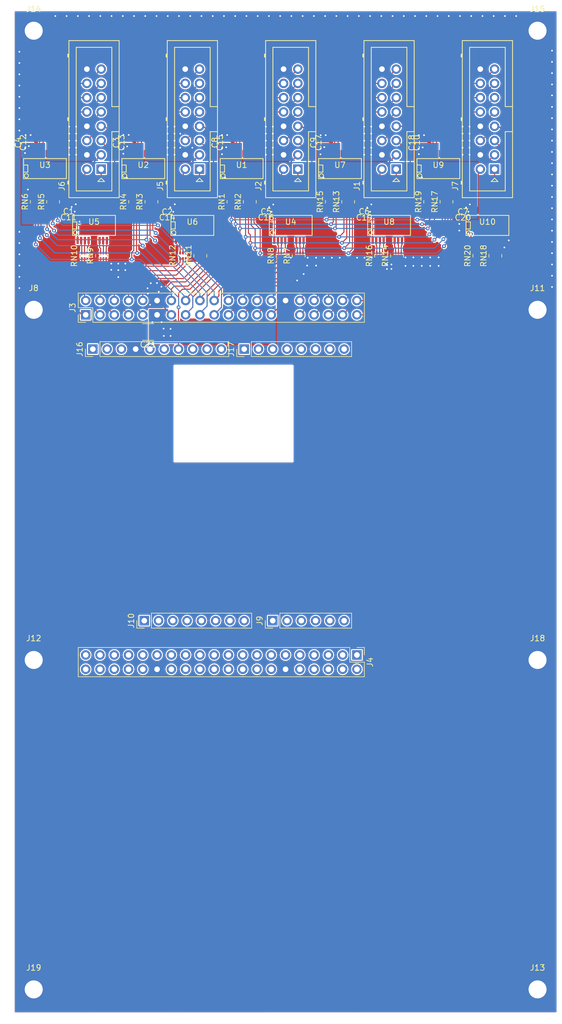
<source format=kicad_pcb>
(kicad_pcb (version 4) (host pcbnew 4.0.7-e2-6376~58~ubuntu16.04.1)
  (layers (0 F.Cu signal) (31 B.Cu signal) (34 B.Paste user) (35 F.Paste user) (36 B.SilkS user hide) (37 F.SilkS user) (38 B.Mask user hide) (39 F.Mask user) (44 Edge.Cuts user))
  (net 0 "")
  (net 1 GND)
  (net 2 "Net-(U1-Pad18)")
  (net 3 VCC)
  (net 4 "Net-(U2-Pad18)")
  (net 5 "Net-(RN1-Pad7)")
  (net 6 "Net-(RN1-Pad6)")
  (net 7 "Net-(RN1-Pad5)")
  (net 8 "Net-(RN2-Pad7)")
  (net 9 "Net-(RN2-Pad8)")
  (net 10 "Net-(RN2-Pad6)")
  (net 11 "Net-(RN2-Pad5)")
  (net 12 "Net-(J16-Pad1)")
  (net 13 "Net-(J16-Pad2)")
  (net 14 "Net-(J16-Pad3)")
  (net 15 "Net-(J16-Pad5)")
  (net 16 "Net-(J16-Pad6)")
  (net 17 "Net-(J16-Pad8)")
  (net 18 "Net-(J16-Pad10)")
  (net 19 "Net-(J17-Pad1)")
  (net 20 "Net-(J17-Pad2)")
  (net 21 "Net-(J17-Pad3)")
  (net 22 "Net-(J17-Pad4)")
  (net 23 "Net-(J17-Pad5)")
  (net 24 "Net-(J17-Pad6)")
  (net 25 "Net-(J17-Pad7)")
  (net 26 "Net-(J17-Pad8)")
  (net 27 "Net-(RN3-Pad7)")
  (net 28 "Net-(RN3-Pad8)")
  (net 29 "Net-(RN3-Pad6)")
  (net 30 "Net-(RN3-Pad5)")
  (net 31 "Net-(RN4-Pad7)")
  (net 32 "Net-(RN4-Pad6)")
  (net 33 "Net-(RN4-Pad5)")
  (net 34 /A_3_1)
  (net 35 /B_3_1)
  (net 36 /C_3_1)
  (net 37 /D_3_1)
  (net 38 /CLK_3_1)
  (net 39 /LAT_3_1)
  (net 40 /OE_3_1)
  (net 41 /LAT__1)
  (net 42 /OE__1)
  (net 43 /CLK__1)
  (net 44 /D__1)
  (net 45 /B__1)
  (net 46 /C__1)
  (net 47 /A__1)
  (net 48 "Net-(RN5-Pad7)")
  (net 49 "Net-(RN5-Pad8)")
  (net 50 "Net-(RN5-Pad6)")
  (net 51 "Net-(RN5-Pad5)")
  (net 52 "Net-(RN6-Pad7)")
  (net 53 "Net-(RN6-Pad6)")
  (net 54 "Net-(RN6-Pad5)")
  (net 55 /A_2_1)
  (net 56 /B_2_1)
  (net 57 /C_2_1)
  (net 58 /D_2_1)
  (net 59 /CLK_2_1)
  (net 60 /LAT_2_1)
  (net 61 /OE_2_1)
  (net 62 /A_1_1)
  (net 63 /B_1_1)
  (net 64 /C_1_1)
  (net 65 /D_1_1)
  (net 66 /CLK_1_1)
  (net 67 /LAT_1_1)
  (net 68 /OE_1_1)
  (net 69 "Net-(U3-Pad18)")
  (net 70 /R1_3_1)
  (net 71 /G1_3_1)
  (net 72 /B1_3_1)
  (net 73 /R2_3_1)
  (net 74 /G2_3_1)
  (net 75 /B2_3_1)
  (net 76 /R1_3)
  (net 77 /G1_3)
  (net 78 /B1_3)
  (net 79 /R2_3)
  (net 80 /G2_3)
  (net 81 /B2_3)
  (net 82 "Net-(RN7-Pad7)")
  (net 83 "Net-(RN7-Pad6)")
  (net 84 "Net-(RN7-Pad5)")
  (net 85 "Net-(RN8-Pad7)")
  (net 86 "Net-(RN8-Pad8)")
  (net 87 "Net-(RN8-Pad6)")
  (net 88 /R1_1_1)
  (net 89 /G1_1_1)
  (net 90 /B1_1_1)
  (net 91 /R2_1_1)
  (net 92 /G2_1_1)
  (net 93 /B2_1_1)
  (net 94 /B1_1)
  (net 95 /G2_1)
  (net 96 /R2_1)
  (net 97 /B2_1)
  (net 98 "Net-(RN9-Pad7)")
  (net 99 "Net-(RN9-Pad6)")
  (net 100 "Net-(RN9-Pad5)")
  (net 101 /R1_1)
  (net 102 /G1_1)
  (net 103 "Net-(RN10-Pad7)")
  (net 104 "Net-(RN10-Pad8)")
  (net 105 "Net-(RN10-Pad6)")
  (net 106 "Net-(U5-Pad14)")
  (net 107 "Net-(U5-Pad15)")
  (net 108 /G2_2)
  (net 109 /R2_2)
  (net 110 /B2_2)
  (net 111 "Net-(RN11-Pad7)")
  (net 112 "Net-(RN11-Pad6)")
  (net 113 "Net-(RN11-Pad5)")
  (net 114 /G1_2)
  (net 115 /R1_2)
  (net 116 /B1_2)
  (net 117 "Net-(RN12-Pad7)")
  (net 118 "Net-(RN12-Pad8)")
  (net 119 "Net-(RN12-Pad6)")
  (net 120 /B2_2_1)
  (net 121 /G2_2_1)
  (net 122 /R2_2_1)
  (net 123 "Net-(U6-Pad14)")
  (net 124 "Net-(U6-Pad15)")
  (net 125 /R1_2_1)
  (net 126 /B1_2_1)
  (net 127 /G1_2_1)
  (net 128 "Net-(U4-Pad14)")
  (net 129 "Net-(U4-Pad15)")
  (net 130 /R1_4_1)
  (net 131 /G1_4_1)
  (net 132 /B1_4_1)
  (net 133 /R2_4_1)
  (net 134 /G2_4_1)
  (net 135 /B2_4_1)
  (net 136 /A_4_1)
  (net 137 /B_4_1)
  (net 138 /C_4_1)
  (net 139 /D_4_1)
  (net 140 /CLK_4_1)
  (net 141 /LAT_4_1)
  (net 142 /OE_4_1)
  (net 143 /G1_4)
  (net 144 /B1_4)
  (net 145 /R1_4)
  (net 146 /R2_4)
  (net 147 /G2_4)
  (net 148 /B2_4)
  (net 149 /G1_5)
  (net 150 /B1_5)
  (net 151 /R1_5)
  (net 152 /R2_5)
  (net 153 /G2_5)
  (net 154 /B2_5)
  (net 155 /R1_5_1)
  (net 156 /G1_5_1)
  (net 157 /B1_5_1)
  (net 158 /R2_5_1)
  (net 159 /G2_5_1)
  (net 160 /B2_5_1)
  (net 161 /A_5_1)
  (net 162 /B_5_1)
  (net 163 /C_5_1)
  (net 164 /D_5_1)
  (net 165 /CLK_5_1)
  (net 166 /LAT_5_1)
  (net 167 /OE_5_1)
  (net 168 "Net-(RN13-Pad7)")
  (net 169 "Net-(RN13-Pad8)")
  (net 170 "Net-(RN13-Pad6)")
  (net 171 "Net-(RN13-Pad5)")
  (net 172 "Net-(RN14-Pad7)")
  (net 173 "Net-(RN14-Pad6)")
  (net 174 "Net-(RN14-Pad5)")
  (net 175 "Net-(RN15-Pad7)")
  (net 176 "Net-(RN15-Pad6)")
  (net 177 "Net-(RN15-Pad5)")
  (net 178 "Net-(RN16-Pad7)")
  (net 179 "Net-(RN16-Pad8)")
  (net 180 "Net-(RN16-Pad6)")
  (net 181 "Net-(RN17-Pad7)")
  (net 182 "Net-(RN17-Pad8)")
  (net 183 "Net-(RN17-Pad6)")
  (net 184 "Net-(RN17-Pad5)")
  (net 185 "Net-(RN18-Pad7)")
  (net 186 "Net-(RN18-Pad6)")
  (net 187 "Net-(RN18-Pad5)")
  (net 188 "Net-(RN19-Pad7)")
  (net 189 "Net-(RN19-Pad6)")
  (net 190 "Net-(RN19-Pad5)")
  (net 191 "Net-(RN20-Pad7)")
  (net 192 "Net-(RN20-Pad8)")
  (net 193 "Net-(RN20-Pad6)")
  (net 194 "Net-(U7-Pad18)")
  (net 195 "Net-(U8-Pad14)")
  (net 196 "Net-(U8-Pad15)")
  (net 197 "Net-(U9-Pad18)")
  (net 198 "Net-(U10-Pad14)")
  (net 199 "Net-(U10-Pad15)")
  (net 200 "Net-(J16-Pad9)")
  (net 201 /G1_10)
  (net 202 /B1_10)
  (net 203 /R1_10)
  (net 204 /R2_10)
  (net 205 /G2_10)
  (net 206 /B2_10)
  (net 207 /G1_9)
  (net 208 /B1_9)
  (net 209 /R1_9)
  (net 210 /R2_9)
  (net 211 /G2_9)
  (net 212 /B2_9)
  (net 213 /CLK__2)
  (net 214 /LAT__2)
  (net 215 /C__2)
  (net 216 /D__2)
  (net 217 /A__2)
  (net 218 /B__2)
  (net 219 /B1_8)
  (net 220 /G1_8)
  (net 221 /R2_8)
  (net 222 /R1_8)
  (net 223 /B2_8)
  (net 224 /G2_8)
  (net 225 /B1_7)
  (net 226 /G1_7)
  (net 227 /3V3)
  (net 228 /R2_7)
  (net 229 /R1_7)
  (net 230 /B2_7)
  (net 231 /G2_7)
  (net 232 /B1_6)
  (net 233 /G1_6)
  (net 234 /G2_6)
  (net 235 /R1_6)
  (net 236 /B2_6)
  (net 237 /R2_6)
  (net 238 "Net-(J9-Pad1)")
  (net 239 "Net-(J9-Pad2)")
  (net 240 "Net-(J9-Pad3)")
  (net 241 "Net-(J9-Pad4)")
  (net 242 "Net-(J9-Pad5)")
  (net 243 "Net-(J9-Pad6)")
  (net 244 "Net-(J10-Pad1)")
  (net 245 "Net-(J10-Pad2)")
  (net 246 "Net-(J10-Pad3)")
  (net 247 "Net-(J10-Pad4)")
  (net 248 "Net-(J10-Pad5)")
  (net 249 "Net-(J10-Pad6)")
  (net 250 "Net-(J10-Pad7)")
  (net 251 "Net-(J10-Pad8)")
  (module Capacitors_SMD:C_0402_NoSilk (layer F.Cu) (at 69.4 40.29 90)
    (fp_text reference C12 (at 0 -1.27 90) (layer F.SilkS))
    (fp_text value 0.01)
    (pad 1 smd rect (at -0.55 0 90) (size 0.6 0.5) (layers F.Cu F.Paste F.Mask) (net 3 VCC))
    (pad 2 smd rect (at 0.55 0 90) (size 0.6 0.5) (layers F.Cu F.Paste F.Mask) (net 1 GND))
  )
  (module Connectors_Multicomp:Multicomp_MC9A12-1634_2x08x2.54mm_Straight (layer F.Cu) (at 134.5 45 90)
    (fp_text reference J1 (at -3 -7 90) (layer F.SilkS))
    (fp_text value Conn_02x08_Odd_Even)
    (pad 1 thru_hole rect (at 0 0 90) (size 1.7 1.7) (drill 1) (layers *.Cu *.Mask) (net 130 /R1_4_1))
    (pad 2 thru_hole circle (at 0 -2.54 90) (size 1.7 1.7) (drill 1) (layers *.Cu *.Mask) (net 131 /G1_4_1))
    (pad 3 thru_hole circle (at 2.54 0 90) (size 1.7 1.7) (drill 1) (layers *.Cu *.Mask) (net 132 /B1_4_1))
    (pad 4 thru_hole circle (at 2.54 -2.54 90) (size 1.7 1.7) (drill 1) (layers *.Cu *.Mask) (net 1 GND))
    (pad 5 thru_hole circle (at 5.08 0 90) (size 1.7 1.7) (drill 1) (layers *.Cu *.Mask) (net 133 /R2_4_1))
    (pad 6 thru_hole circle (at 5.08 -2.54 90) (size 1.7 1.7) (drill 1) (layers *.Cu *.Mask) (net 134 /G2_4_1))
    (pad 7 thru_hole circle (at 7.62 0 90) (size 1.7 1.7) (drill 1) (layers *.Cu *.Mask) (net 135 /B2_4_1))
    (pad 8 thru_hole circle (at 7.62 -2.54 90) (size 1.7 1.7) (drill 1) (layers *.Cu *.Mask) (net 1 GND))
    (pad 9 thru_hole circle (at 10.16 0 90) (size 1.7 1.7) (drill 1) (layers *.Cu *.Mask) (net 136 /A_4_1))
    (pad 10 thru_hole circle (at 10.16 -2.54 90) (size 1.7 1.7) (drill 1) (layers *.Cu *.Mask) (net 137 /B_4_1))
    (pad 11 thru_hole circle (at 12.7 0 90) (size 1.7 1.7) (drill 1) (layers *.Cu *.Mask) (net 138 /C_4_1))
    (pad 12 thru_hole circle (at 12.7 -2.54 90) (size 1.7 1.7) (drill 1) (layers *.Cu *.Mask) (net 139 /D_4_1))
    (pad 13 thru_hole circle (at 15.24 0 90) (size 1.7 1.7) (drill 1) (layers *.Cu *.Mask) (net 140 /CLK_4_1))
    (pad 14 thru_hole circle (at 15.24 -2.54 90) (size 1.7 1.7) (drill 1) (layers *.Cu *.Mask) (net 141 /LAT_4_1))
    (pad 15 thru_hole circle (at 17.78 0 90) (size 1.7 1.7) (drill 1) (layers *.Cu *.Mask) (net 142 /OE_4_1))
    (pad 16 thru_hole circle (at 17.78 -2.54 90) (size 1.7 1.7) (drill 1) (layers *.Cu *.Mask) (net 1 GND))
  )
  (module Connectors_Multicomp:Multicomp_MC9A12-1634_2x08x2.54mm_Straight (layer F.Cu) (at 117 45 90)
    (fp_text reference J2 (at -3 -7 90) (layer F.SilkS))
    (fp_text value Conn_02x08_Odd_Even)
    (pad 1 thru_hole rect (at 0 0 90) (size 1.7 1.7) (drill 1) (layers *.Cu *.Mask) (net 70 /R1_3_1))
    (pad 2 thru_hole circle (at 0 -2.54 90) (size 1.7 1.7) (drill 1) (layers *.Cu *.Mask) (net 71 /G1_3_1))
    (pad 3 thru_hole circle (at 2.54 0 90) (size 1.7 1.7) (drill 1) (layers *.Cu *.Mask) (net 72 /B1_3_1))
    (pad 4 thru_hole circle (at 2.54 -2.54 90) (size 1.7 1.7) (drill 1) (layers *.Cu *.Mask) (net 1 GND))
    (pad 5 thru_hole circle (at 5.08 0 90) (size 1.7 1.7) (drill 1) (layers *.Cu *.Mask) (net 73 /R2_3_1))
    (pad 6 thru_hole circle (at 5.08 -2.54 90) (size 1.7 1.7) (drill 1) (layers *.Cu *.Mask) (net 74 /G2_3_1))
    (pad 7 thru_hole circle (at 7.62 0 90) (size 1.7 1.7) (drill 1) (layers *.Cu *.Mask) (net 75 /B2_3_1))
    (pad 8 thru_hole circle (at 7.62 -2.54 90) (size 1.7 1.7) (drill 1) (layers *.Cu *.Mask) (net 1 GND))
    (pad 9 thru_hole circle (at 10.16 0 90) (size 1.7 1.7) (drill 1) (layers *.Cu *.Mask) (net 34 /A_3_1))
    (pad 10 thru_hole circle (at 10.16 -2.54 90) (size 1.7 1.7) (drill 1) (layers *.Cu *.Mask) (net 35 /B_3_1))
    (pad 11 thru_hole circle (at 12.7 0 90) (size 1.7 1.7) (drill 1) (layers *.Cu *.Mask) (net 36 /C_3_1))
    (pad 12 thru_hole circle (at 12.7 -2.54 90) (size 1.7 1.7) (drill 1) (layers *.Cu *.Mask) (net 37 /D_3_1))
    (pad 13 thru_hole circle (at 15.24 0 90) (size 1.7 1.7) (drill 1) (layers *.Cu *.Mask) (net 38 /CLK_3_1))
    (pad 14 thru_hole circle (at 15.24 -2.54 90) (size 1.7 1.7) (drill 1) (layers *.Cu *.Mask) (net 39 /LAT_3_1))
    (pad 15 thru_hole circle (at 17.78 0 90) (size 1.7 1.7) (drill 1) (layers *.Cu *.Mask) (net 40 /OE_3_1))
    (pad 16 thru_hole circle (at 17.78 -2.54 90) (size 1.7 1.7) (drill 1) (layers *.Cu *.Mask) (net 1 GND))
  )
  (module SMD_Packages:SSOP-20 (layer F.Cu) (at 107 44.9)
    (fp_text reference U1 (at 0 -0.635) (layer F.SilkS))
    (fp_text value 74HC245)
    (pad 1 smd rect (at -2.921 2.667) (size 0.4064 1.27) (layers F.Cu F.Paste F.Mask) (net 3 VCC))
    (pad 2 smd rect (at -2.286 2.667) (size 0.4064 1.27) (layers F.Cu F.Paste F.Mask) (net 1 GND))
    (pad 3 smd rect (at -1.6256 2.667) (size 0.4064 1.27) (layers F.Cu F.Paste F.Mask) (net 5 "Net-(RN1-Pad7)"))
    (pad 4 smd rect (at -0.9652 2.667) (size 0.4064 1.27) (layers F.Cu F.Paste F.Mask) (net 6 "Net-(RN1-Pad6)"))
    (pad 5 smd rect (at -0.3302 2.667) (size 0.4064 1.27) (layers F.Cu F.Paste F.Mask) (net 7 "Net-(RN1-Pad5)"))
    (pad 6 smd rect (at 0.3302 2.667) (size 0.4064 1.27) (layers F.Cu F.Paste F.Mask) (net 9 "Net-(RN2-Pad8)"))
    (pad 7 smd rect (at 0.9906 2.667) (size 0.4064 1.27) (layers F.Cu F.Paste F.Mask) (net 8 "Net-(RN2-Pad7)"))
    (pad 8 smd rect (at 1.6256 2.667) (size 0.4064 1.27) (layers F.Cu F.Paste F.Mask) (net 10 "Net-(RN2-Pad6)"))
    (pad 9 smd rect (at 2.286 2.667) (size 0.4064 1.27) (layers F.Cu F.Paste F.Mask) (net 11 "Net-(RN2-Pad5)"))
    (pad 10 smd rect (at 2.921 2.667) (size 0.4064 1.27) (layers F.Cu F.Paste F.Mask) (net 1 GND))
    (pad 11 smd rect (at 2.921 -2.667) (size 0.4064 1.27) (layers F.Cu F.Paste F.Mask) (net 34 /A_3_1))
    (pad 12 smd rect (at 2.286 -2.667) (size 0.4064 1.27) (layers F.Cu F.Paste F.Mask) (net 35 /B_3_1))
    (pad 13 smd rect (at 1.6256 -2.667) (size 0.4064 1.27) (layers F.Cu F.Paste F.Mask) (net 36 /C_3_1))
    (pad 14 smd rect (at 0.9906 -2.667) (size 0.4064 1.27) (layers F.Cu F.Paste F.Mask) (net 37 /D_3_1))
    (pad 15 smd rect (at 0.3302 -2.667) (size 0.4064 1.27) (layers F.Cu F.Paste F.Mask) (net 38 /CLK_3_1))
    (pad 16 smd rect (at -0.3302 -2.667) (size 0.4064 1.27) (layers F.Cu F.Paste F.Mask) (net 39 /LAT_3_1))
    (pad 17 smd rect (at -0.9652 -2.667) (size 0.4064 1.27) (layers F.Cu F.Paste F.Mask) (net 40 /OE_3_1))
    (pad 18 smd rect (at -1.6256 -2.667) (size 0.4064 1.27) (layers F.Cu F.Paste F.Mask) (net 2 "Net-(U1-Pad18)"))
    (pad 19 smd rect (at -2.286 -2.667) (size 0.4064 1.27) (layers F.Cu F.Paste F.Mask) (net 1 GND))
    (pad 20 smd rect (at -2.921 -2.667) (size 0.4064 1.27) (layers F.Cu F.Paste F.Mask) (net 3 VCC))
  )
  (module SMD_Packages:SSOP-20 (layer F.Cu) (at 89.5 44.9)
    (fp_text reference U2 (at 0 -0.635) (layer F.SilkS))
    (fp_text value 74HC245)
    (pad 1 smd rect (at -2.921 2.667) (size 0.4064 1.27) (layers F.Cu F.Paste F.Mask) (net 3 VCC))
    (pad 2 smd rect (at -2.286 2.667) (size 0.4064 1.27) (layers F.Cu F.Paste F.Mask) (net 1 GND))
    (pad 3 smd rect (at -1.6256 2.667) (size 0.4064 1.27) (layers F.Cu F.Paste F.Mask) (net 31 "Net-(RN4-Pad7)"))
    (pad 4 smd rect (at -0.9652 2.667) (size 0.4064 1.27) (layers F.Cu F.Paste F.Mask) (net 32 "Net-(RN4-Pad6)"))
    (pad 5 smd rect (at -0.3302 2.667) (size 0.4064 1.27) (layers F.Cu F.Paste F.Mask) (net 33 "Net-(RN4-Pad5)"))
    (pad 6 smd rect (at 0.3302 2.667) (size 0.4064 1.27) (layers F.Cu F.Paste F.Mask) (net 28 "Net-(RN3-Pad8)"))
    (pad 7 smd rect (at 0.9906 2.667) (size 0.4064 1.27) (layers F.Cu F.Paste F.Mask) (net 27 "Net-(RN3-Pad7)"))
    (pad 8 smd rect (at 1.6256 2.667) (size 0.4064 1.27) (layers F.Cu F.Paste F.Mask) (net 29 "Net-(RN3-Pad6)"))
    (pad 9 smd rect (at 2.286 2.667) (size 0.4064 1.27) (layers F.Cu F.Paste F.Mask) (net 30 "Net-(RN3-Pad5)"))
    (pad 10 smd rect (at 2.921 2.667) (size 0.4064 1.27) (layers F.Cu F.Paste F.Mask) (net 1 GND))
    (pad 11 smd rect (at 2.921 -2.667) (size 0.4064 1.27) (layers F.Cu F.Paste F.Mask) (net 55 /A_2_1))
    (pad 12 smd rect (at 2.286 -2.667) (size 0.4064 1.27) (layers F.Cu F.Paste F.Mask) (net 56 /B_2_1))
    (pad 13 smd rect (at 1.6256 -2.667) (size 0.4064 1.27) (layers F.Cu F.Paste F.Mask) (net 57 /C_2_1))
    (pad 14 smd rect (at 0.9906 -2.667) (size 0.4064 1.27) (layers F.Cu F.Paste F.Mask) (net 58 /D_2_1))
    (pad 15 smd rect (at 0.3302 -2.667) (size 0.4064 1.27) (layers F.Cu F.Paste F.Mask) (net 59 /CLK_2_1))
    (pad 16 smd rect (at -0.3302 -2.667) (size 0.4064 1.27) (layers F.Cu F.Paste F.Mask) (net 60 /LAT_2_1))
    (pad 17 smd rect (at -0.9652 -2.667) (size 0.4064 1.27) (layers F.Cu F.Paste F.Mask) (net 61 /OE_2_1))
    (pad 18 smd rect (at -1.6256 -2.667) (size 0.4064 1.27) (layers F.Cu F.Paste F.Mask) (net 4 "Net-(U2-Pad18)"))
    (pad 19 smd rect (at -2.286 -2.667) (size 0.4064 1.27) (layers F.Cu F.Paste F.Mask) (net 1 GND))
    (pad 20 smd rect (at -2.921 -2.667) (size 0.4064 1.27) (layers F.Cu F.Paste F.Mask) (net 3 VCC))
  )
  (module Pin_Headers:Pin_Header_Straight_2x20_Pitch2.54mm (layer F.Cu) (at 79.25 70.89 90)
    (fp_text reference J3 (at 1.27 -2.33 90) (layer F.SilkS))
    (fp_text value Conn_02x20_Odd_Even)
    (pad 1 thru_hole rect (at 0 0 90) (size 1.7 1.7) (drill 1) (layers *.Cu *.Mask) (net 102 /G1_1))
    (pad 2 thru_hole oval (at 2.54 0 90) (size 1.7 1.7) (drill 1) (layers *.Cu *.Mask) (net 94 /B1_1))
    (pad 3 thru_hole oval (at 0 2.54 90) (size 1.7 1.7) (drill 1) (layers *.Cu *.Mask) (net 101 /R1_1))
    (pad 4 thru_hole oval (at 2.54 2.54 90) (size 1.7 1.7) (drill 1) (layers *.Cu *.Mask) (net 96 /R2_1))
    (pad 5 thru_hole oval (at 0 5.08 90) (size 1.7 1.7) (drill 1) (layers *.Cu *.Mask) (net 95 /G2_1))
    (pad 6 thru_hole oval (at 2.54 5.08 90) (size 1.7 1.7) (drill 1) (layers *.Cu *.Mask) (net 97 /B2_1))
    (pad 7 thru_hole oval (at 0 7.62 90) (size 1.7 1.7) (drill 1) (layers *.Cu *.Mask) (net 114 /G1_2))
    (pad 8 thru_hole oval (at 2.54 7.62 90) (size 1.7 1.7) (drill 1) (layers *.Cu *.Mask) (net 116 /B1_2))
    (pad 9 thru_hole oval (at 0 10.16 90) (size 1.7 1.7) (drill 1) (layers *.Cu *.Mask) (net 115 /R1_2))
    (pad 10 thru_hole oval (at 2.54 10.16 90) (size 1.7 1.7) (drill 1) (layers *.Cu *.Mask) (net 109 /R2_2))
    (pad 11 thru_hole oval (at 0 12.7 90) (size 1.7 1.7) (drill 1) (layers *.Cu *.Mask) (net 3 VCC))
    (pad 12 thru_hole oval (at 2.54 12.7 90) (size 1.7 1.7) (drill 1) (layers *.Cu *.Mask) (net 1 GND))
    (pad 13 thru_hole oval (at 0 15.24 90) (size 1.7 1.7) (drill 1) (layers *.Cu *.Mask) (net 108 /G2_2))
    (pad 14 thru_hole oval (at 2.54 15.24 90) (size 1.7 1.7) (drill 1) (layers *.Cu *.Mask) (net 110 /B2_2))
    (pad 15 thru_hole oval (at 0 17.78 90) (size 1.7 1.7) (drill 1) (layers *.Cu *.Mask) (net 43 /CLK__1))
    (pad 16 thru_hole oval (at 2.54 17.78 90) (size 1.7 1.7) (drill 1) (layers *.Cu *.Mask) (net 41 /LAT__1))
    (pad 17 thru_hole oval (at 0 20.32 90) (size 1.7 1.7) (drill 1) (layers *.Cu *.Mask) (net 46 /C__1))
    (pad 18 thru_hole oval (at 2.54 20.32 90) (size 1.7 1.7) (drill 1) (layers *.Cu *.Mask) (net 44 /D__1))
    (pad 19 thru_hole oval (at 0 22.86 90) (size 1.7 1.7) (drill 1) (layers *.Cu *.Mask) (net 47 /A__1))
    (pad 20 thru_hole oval (at 2.54 22.86 90) (size 1.7 1.7) (drill 1) (layers *.Cu *.Mask) (net 45 /B__1))
    (pad 21 thru_hole oval (at 0 25.4 90) (size 1.7 1.7) (drill 1) (layers *.Cu *.Mask) (net 78 /B1_3))
    (pad 22 thru_hole oval (at 2.54 25.4 90) (size 1.7 1.7) (drill 1) (layers *.Cu *.Mask) (net 77 /G1_3))
    (pad 23 thru_hole oval (at 0 27.94 90) (size 1.7 1.7) (drill 1) (layers *.Cu *.Mask) (net 79 /R2_3))
    (pad 24 thru_hole oval (at 2.54 27.94 90) (size 1.7 1.7) (drill 1) (layers *.Cu *.Mask) (net 76 /R1_3))
    (pad 25 thru_hole oval (at 0 30.48 90) (size 1.7 1.7) (drill 1) (layers *.Cu *.Mask) (net 81 /B2_3))
    (pad 26 thru_hole oval (at 2.54 30.48 90) (size 1.7 1.7) (drill 1) (layers *.Cu *.Mask) (net 80 /G2_3))
    (pad 27 thru_hole oval (at 0 33.02 90) (size 1.7 1.7) (drill 1) (layers *.Cu *.Mask) (net 144 /B1_4))
    (pad 28 thru_hole oval (at 2.54 33.02 90) (size 1.7 1.7) (drill 1) (layers *.Cu *.Mask) (net 143 /G1_4))
    (pad 30 thru_hole oval (at 2.54 35.56 90) (size 1.7 1.7) (drill 1) (layers *.Cu *.Mask) (net 1 GND))
    (pad 31 thru_hole oval (at 0 38.1 90) (size 1.7 1.7) (drill 1) (layers *.Cu *.Mask) (net 146 /R2_4))
    (pad 32 thru_hole oval (at 2.54 38.1 90) (size 1.7 1.7) (drill 1) (layers *.Cu *.Mask) (net 145 /R1_4))
    (pad 33 thru_hole oval (at 0 40.64 90) (size 1.7 1.7) (drill 1) (layers *.Cu *.Mask) (net 148 /B2_4))
    (pad 34 thru_hole oval (at 2.54 40.64 90) (size 1.7 1.7) (drill 1) (layers *.Cu *.Mask) (net 147 /G2_4))
    (pad 35 thru_hole oval (at 0 43.18 90) (size 1.7 1.7) (drill 1) (layers *.Cu *.Mask) (net 150 /B1_5))
    (pad 36 thru_hole oval (at 2.54 43.18 90) (size 1.7 1.7) (drill 1) (layers *.Cu *.Mask) (net 149 /G1_5))
    (pad 37 thru_hole oval (at 0 45.72 90) (size 1.7 1.7) (drill 1) (layers *.Cu *.Mask) (net 153 /G2_5))
    (pad 38 thru_hole oval (at 2.54 45.72 90) (size 1.7 1.7) (drill 1) (layers *.Cu *.Mask) (net 151 /R1_5))
    (pad 39 thru_hole oval (at 0 48.26 90) (size 1.7 1.7) (drill 1) (layers *.Cu *.Mask) (net 154 /B2_5))
    (pad 40 thru_hole oval (at 2.54 48.26 90) (size 1.7 1.7) (drill 1) (layers *.Cu *.Mask) (net 152 /R2_5))
  )
  (module Connectors_Multicomp:Multicomp_MC9A12-1634_2x08x2.54mm_Straight (layer F.Cu) (at 99.5 45 90)
    (fp_text reference J5 (at -3 -7 90) (layer F.SilkS))
    (fp_text value Conn_02x08_Odd_Even)
    (pad 1 thru_hole rect (at 0 0 90) (size 1.7 1.7) (drill 1) (layers *.Cu *.Mask) (net 125 /R1_2_1))
    (pad 2 thru_hole circle (at 0 -2.54 90) (size 1.7 1.7) (drill 1) (layers *.Cu *.Mask) (net 127 /G1_2_1))
    (pad 3 thru_hole circle (at 2.54 0 90) (size 1.7 1.7) (drill 1) (layers *.Cu *.Mask) (net 126 /B1_2_1))
    (pad 4 thru_hole circle (at 2.54 -2.54 90) (size 1.7 1.7) (drill 1) (layers *.Cu *.Mask) (net 1 GND))
    (pad 5 thru_hole circle (at 5.08 0 90) (size 1.7 1.7) (drill 1) (layers *.Cu *.Mask) (net 122 /R2_2_1))
    (pad 6 thru_hole circle (at 5.08 -2.54 90) (size 1.7 1.7) (drill 1) (layers *.Cu *.Mask) (net 121 /G2_2_1))
    (pad 7 thru_hole circle (at 7.62 0 90) (size 1.7 1.7) (drill 1) (layers *.Cu *.Mask) (net 120 /B2_2_1))
    (pad 8 thru_hole circle (at 7.62 -2.54 90) (size 1.7 1.7) (drill 1) (layers *.Cu *.Mask) (net 1 GND))
    (pad 9 thru_hole circle (at 10.16 0 90) (size 1.7 1.7) (drill 1) (layers *.Cu *.Mask) (net 55 /A_2_1))
    (pad 10 thru_hole circle (at 10.16 -2.54 90) (size 1.7 1.7) (drill 1) (layers *.Cu *.Mask) (net 56 /B_2_1))
    (pad 11 thru_hole circle (at 12.7 0 90) (size 1.7 1.7) (drill 1) (layers *.Cu *.Mask) (net 57 /C_2_1))
    (pad 12 thru_hole circle (at 12.7 -2.54 90) (size 1.7 1.7) (drill 1) (layers *.Cu *.Mask) (net 58 /D_2_1))
    (pad 13 thru_hole circle (at 15.24 0 90) (size 1.7 1.7) (drill 1) (layers *.Cu *.Mask) (net 59 /CLK_2_1))
    (pad 14 thru_hole circle (at 15.24 -2.54 90) (size 1.7 1.7) (drill 1) (layers *.Cu *.Mask) (net 60 /LAT_2_1))
    (pad 15 thru_hole circle (at 17.78 0 90) (size 1.7 1.7) (drill 1) (layers *.Cu *.Mask) (net 61 /OE_2_1))
    (pad 16 thru_hole circle (at 17.78 -2.54 90) (size 1.7 1.7) (drill 1) (layers *.Cu *.Mask) (net 1 GND))
  )
  (module Resistors_SMD:R_Array_Concave_4x0402 (layer F.Cu) (at 108.45 50.8 90)
    (fp_text reference RN2 (at 0 -2.1 90) (layer F.SilkS))
    (fp_text value R_Pack04)
    (pad 1 smd rect (at -0.5 -0.75 90) (size 0.5 0.32) (layers F.Cu F.Paste F.Mask) (net 44 /D__1))
    (pad 3 smd rect (at -0.5 0.25 90) (size 0.5 0.32) (layers F.Cu F.Paste F.Mask) (net 45 /B__1))
    (pad 2 smd rect (at -0.5 -0.25 90) (size 0.5 0.32) (layers F.Cu F.Paste F.Mask) (net 46 /C__1))
    (pad 4 smd rect (at -0.5 0.75 90) (size 0.5 0.32) (layers F.Cu F.Paste F.Mask) (net 47 /A__1))
    (pad 7 smd rect (at 0.5 -0.25 90) (size 0.5 0.32) (layers F.Cu F.Paste F.Mask) (net 8 "Net-(RN2-Pad7)"))
    (pad 8 smd rect (at 0.5 -0.75 90) (size 0.5 0.32) (layers F.Cu F.Paste F.Mask) (net 9 "Net-(RN2-Pad8)"))
    (pad 6 smd rect (at 0.5 0.25 90) (size 0.5 0.32) (layers F.Cu F.Paste F.Mask) (net 10 "Net-(RN2-Pad6)"))
    (pad 5 smd rect (at 0.5 0.75 90) (size 0.5 0.32) (layers F.Cu F.Paste F.Mask) (net 11 "Net-(RN2-Pad5)"))
  )
  (module Connectors_Multicomp:Multicomp_MC9A12-1634_2x08x2.54mm_Straight (layer F.Cu) (at 82 45 90)
    (fp_text reference J6 (at -3 -7 90) (layer F.SilkS))
    (fp_text value Conn_02x08_Odd_Even)
    (pad 1 thru_hole rect (at 0 0 90) (size 1.7 1.7) (drill 1) (layers *.Cu *.Mask) (net 88 /R1_1_1))
    (pad 2 thru_hole circle (at 0 -2.54 90) (size 1.7 1.7) (drill 1) (layers *.Cu *.Mask) (net 89 /G1_1_1))
    (pad 3 thru_hole circle (at 2.54 0 90) (size 1.7 1.7) (drill 1) (layers *.Cu *.Mask) (net 90 /B1_1_1))
    (pad 4 thru_hole circle (at 2.54 -2.54 90) (size 1.7 1.7) (drill 1) (layers *.Cu *.Mask) (net 1 GND))
    (pad 5 thru_hole circle (at 5.08 0 90) (size 1.7 1.7) (drill 1) (layers *.Cu *.Mask) (net 91 /R2_1_1))
    (pad 6 thru_hole circle (at 5.08 -2.54 90) (size 1.7 1.7) (drill 1) (layers *.Cu *.Mask) (net 92 /G2_1_1))
    (pad 7 thru_hole circle (at 7.62 0 90) (size 1.7 1.7) (drill 1) (layers *.Cu *.Mask) (net 93 /B2_1_1))
    (pad 8 thru_hole circle (at 7.62 -2.54 90) (size 1.7 1.7) (drill 1) (layers *.Cu *.Mask) (net 1 GND))
    (pad 9 thru_hole circle (at 10.16 0 90) (size 1.7 1.7) (drill 1) (layers *.Cu *.Mask) (net 62 /A_1_1))
    (pad 10 thru_hole circle (at 10.16 -2.54 90) (size 1.7 1.7) (drill 1) (layers *.Cu *.Mask) (net 63 /B_1_1))
    (pad 11 thru_hole circle (at 12.7 0 90) (size 1.7 1.7) (drill 1) (layers *.Cu *.Mask) (net 64 /C_1_1))
    (pad 12 thru_hole circle (at 12.7 -2.54 90) (size 1.7 1.7) (drill 1) (layers *.Cu *.Mask) (net 65 /D_1_1))
    (pad 13 thru_hole circle (at 15.24 0 90) (size 1.7 1.7) (drill 1) (layers *.Cu *.Mask) (net 66 /CLK_1_1))
    (pad 14 thru_hole circle (at 15.24 -2.54 90) (size 1.7 1.7) (drill 1) (layers *.Cu *.Mask) (net 67 /LAT_1_1))
    (pad 15 thru_hole circle (at 17.78 0 90) (size 1.7 1.7) (drill 1) (layers *.Cu *.Mask) (net 68 /OE_1_1))
    (pad 16 thru_hole circle (at 17.78 -2.54 90) (size 1.7 1.7) (drill 1) (layers *.Cu *.Mask) (net 1 GND))
  )
  (module Connectors_Multicomp:Multicomp_MC9A12-1634_2x08x2.54mm_Straight (layer F.Cu) (at 152 45 90)
    (fp_text reference J7 (at -3 -7 90) (layer F.SilkS))
    (fp_text value Conn_02x08_Odd_Even)
    (pad 1 thru_hole rect (at 0 0 90) (size 1.7 1.7) (drill 1) (layers *.Cu *.Mask) (net 155 /R1_5_1))
    (pad 2 thru_hole circle (at 0 -2.54 90) (size 1.7 1.7) (drill 1) (layers *.Cu *.Mask) (net 156 /G1_5_1))
    (pad 3 thru_hole circle (at 2.54 0 90) (size 1.7 1.7) (drill 1) (layers *.Cu *.Mask) (net 157 /B1_5_1))
    (pad 4 thru_hole circle (at 2.54 -2.54 90) (size 1.7 1.7) (drill 1) (layers *.Cu *.Mask) (net 1 GND))
    (pad 5 thru_hole circle (at 5.08 0 90) (size 1.7 1.7) (drill 1) (layers *.Cu *.Mask) (net 158 /R2_5_1))
    (pad 6 thru_hole circle (at 5.08 -2.54 90) (size 1.7 1.7) (drill 1) (layers *.Cu *.Mask) (net 159 /G2_5_1))
    (pad 7 thru_hole circle (at 7.62 0 90) (size 1.7 1.7) (drill 1) (layers *.Cu *.Mask) (net 160 /B2_5_1))
    (pad 8 thru_hole circle (at 7.62 -2.54 90) (size 1.7 1.7) (drill 1) (layers *.Cu *.Mask) (net 1 GND))
    (pad 9 thru_hole circle (at 10.16 0 90) (size 1.7 1.7) (drill 1) (layers *.Cu *.Mask) (net 161 /A_5_1))
    (pad 10 thru_hole circle (at 10.16 -2.54 90) (size 1.7 1.7) (drill 1) (layers *.Cu *.Mask) (net 162 /B_5_1))
    (pad 11 thru_hole circle (at 12.7 0 90) (size 1.7 1.7) (drill 1) (layers *.Cu *.Mask) (net 163 /C_5_1))
    (pad 12 thru_hole circle (at 12.7 -2.54 90) (size 1.7 1.7) (drill 1) (layers *.Cu *.Mask) (net 164 /D_5_1))
    (pad 13 thru_hole circle (at 15.24 0 90) (size 1.7 1.7) (drill 1) (layers *.Cu *.Mask) (net 165 /CLK_5_1))
    (pad 14 thru_hole circle (at 15.24 -2.54 90) (size 1.7 1.7) (drill 1) (layers *.Cu *.Mask) (net 166 /LAT_5_1))
    (pad 15 thru_hole circle (at 17.78 0 90) (size 1.7 1.7) (drill 1) (layers *.Cu *.Mask) (net 167 /OE_5_1))
    (pad 16 thru_hole circle (at 17.78 -2.54 90) (size 1.7 1.7) (drill 1) (layers *.Cu *.Mask) (net 1 GND))
  )
  (module Mounting_Holes:MountingHole_3.2mm_M3_ISO7380_Pad (layer F.Cu) (at 70 70)
    (fp_text reference J8 (at 0 -3.85) (layer F.SilkS))
    (fp_text value Conn_01x01)
    (pad 1 thru_hole circle (at 0 0) (size 5.7 5.7) (drill 3.2) (layers *.Cu *.Mask) (net 1 GND))
  )
  (module Mounting_Holes:MountingHole_3.2mm_M3_ISO7380_Pad (layer F.Cu) (at 159.65 70)
    (fp_text reference J11 (at 0 -3.85) (layer F.SilkS))
    (fp_text value Conn_01x01)
    (pad 1 thru_hole circle (at 0 0) (size 5.7 5.7) (drill 3.2) (layers *.Cu *.Mask) (net 1 GND))
  )
  (module Resistors_SMD:R_Array_Concave_4x0402 (layer F.Cu) (at 105.55 50.8 90)
    (fp_text reference RN1 (at 0 -2.1 90) (layer F.SilkS))
    (fp_text value R_Pack04)
    (pad 1 smd rect (at -0.5 -0.75 90) (size 0.5 0.32) (layers F.Cu F.Paste F.Mask) (net 1 GND))
    (pad 3 smd rect (at -0.5 0.25 90) (size 0.5 0.32) (layers F.Cu F.Paste F.Mask) (net 41 /LAT__1))
    (pad 2 smd rect (at -0.5 -0.25 90) (size 0.5 0.32) (layers F.Cu F.Paste F.Mask) (net 42 /OE__1))
    (pad 4 smd rect (at -0.5 0.75 90) (size 0.5 0.32) (layers F.Cu F.Paste F.Mask) (net 43 /CLK__1))
    (pad 7 smd rect (at 0.5 -0.25 90) (size 0.5 0.32) (layers F.Cu F.Paste F.Mask) (net 5 "Net-(RN1-Pad7)"))
    (pad 8 smd rect (at 0.5 -0.75 90) (size 0.5 0.32) (layers F.Cu F.Paste F.Mask) (net 1 GND))
    (pad 6 smd rect (at 0.5 0.25 90) (size 0.5 0.32) (layers F.Cu F.Paste F.Mask) (net 6 "Net-(RN1-Pad6)"))
    (pad 5 smd rect (at 0.5 0.75 90) (size 0.5 0.32) (layers F.Cu F.Paste F.Mask) (net 7 "Net-(RN1-Pad5)"))
  )
  (module Mounting_Holes:MountingHole_3.2mm_M3_ISO7380_Pad (layer F.Cu) (at 70 20.4)
    (fp_text reference J14 (at 0 -3.85) (layer F.SilkS))
    (fp_text value Conn_01x01)
    (pad 1 thru_hole circle (at 0 0) (size 5.7 5.7) (drill 3.2) (layers *.Cu *.Mask) (net 1 GND))
  )
  (module Mounting_Holes:MountingHole_3.2mm_M3_ISO7380_Pad (layer F.Cu) (at 159.65 20.4)
    (fp_text reference J15 (at 0 -3.85) (layer F.SilkS))
    (fp_text value Conn_01x01)
    (pad 1 thru_hole circle (at 0 0) (size 5.7 5.7) (drill 3.2) (layers *.Cu *.Mask) (net 1 GND))
  )
  (module Pin_Headers:Pin_Header_Straight_1x10_Pitch2.54mm (layer F.Cu) (at 80.52 76.98 90)
    (fp_text reference J16 (at 0 -2.33 90) (layer F.SilkS))
    (fp_text value Conn_01x10)
    (pad 1 thru_hole rect (at 0 0 90) (size 1.7 1.7) (drill 1) (layers *.Cu *.Mask) (net 12 "Net-(J16-Pad1)"))
    (pad 2 thru_hole oval (at 0 2.54 90) (size 1.7 1.7) (drill 1) (layers *.Cu *.Mask) (net 13 "Net-(J16-Pad2)"))
    (pad 3 thru_hole oval (at 0 5.08 90) (size 1.7 1.7) (drill 1) (layers *.Cu *.Mask) (net 14 "Net-(J16-Pad3)"))
    (pad 4 thru_hole oval (at 0 7.62 90) (size 1.7 1.7) (drill 1) (layers *.Cu *.Mask) (net 1 GND))
    (pad 5 thru_hole oval (at 0 10.16 90) (size 1.7 1.7) (drill 1) (layers *.Cu *.Mask) (net 15 "Net-(J16-Pad5)"))
    (pad 6 thru_hole oval (at 0 12.7 90) (size 1.7 1.7) (drill 1) (layers *.Cu *.Mask) (net 16 "Net-(J16-Pad6)"))
    (pad 7 thru_hole oval (at 0 15.24 90) (size 1.7 1.7) (drill 1) (layers *.Cu *.Mask) (net 42 /OE__1))
    (pad 8 thru_hole oval (at 0 17.78 90) (size 1.7 1.7) (drill 1) (layers *.Cu *.Mask) (net 17 "Net-(J16-Pad8)"))
    (pad 9 thru_hole oval (at 0 20.32 90) (size 1.7 1.7) (drill 1) (layers *.Cu *.Mask) (net 200 "Net-(J16-Pad9)"))
    (pad 10 thru_hole oval (at 0 22.86 90) (size 1.7 1.7) (drill 1) (layers *.Cu *.Mask) (net 18 "Net-(J16-Pad10)"))
  )
  (module Pin_Headers:Pin_Header_Straight_1x08_Pitch2.54mm (layer F.Cu) (at 107.45 76.98 90)
    (fp_text reference J17 (at 0 -2.33 90) (layer F.SilkS))
    (fp_text value Conn_01x08)
    (pad 1 thru_hole rect (at 0 0 90) (size 1.7 1.7) (drill 1) (layers *.Cu *.Mask) (net 19 "Net-(J17-Pad1)"))
    (pad 2 thru_hole oval (at 0 2.54 90) (size 1.7 1.7) (drill 1) (layers *.Cu *.Mask) (net 20 "Net-(J17-Pad2)"))
    (pad 3 thru_hole oval (at 0 5.08 90) (size 1.7 1.7) (drill 1) (layers *.Cu *.Mask) (net 21 "Net-(J17-Pad3)"))
    (pad 4 thru_hole oval (at 0 7.62 90) (size 1.7 1.7) (drill 1) (layers *.Cu *.Mask) (net 22 "Net-(J17-Pad4)"))
    (pad 5 thru_hole oval (at 0 10.16 90) (size 1.7 1.7) (drill 1) (layers *.Cu *.Mask) (net 23 "Net-(J17-Pad5)"))
    (pad 6 thru_hole oval (at 0 12.7 90) (size 1.7 1.7) (drill 1) (layers *.Cu *.Mask) (net 24 "Net-(J17-Pad6)"))
    (pad 7 thru_hole oval (at 0 15.24 90) (size 1.7 1.7) (drill 1) (layers *.Cu *.Mask) (net 25 "Net-(J17-Pad7)"))
    (pad 8 thru_hole oval (at 0 17.78 90) (size 1.7 1.7) (drill 1) (layers *.Cu *.Mask) (net 26 "Net-(J17-Pad8)"))
  )
  (module Resistors_SMD:R_Array_Concave_4x0402 (layer F.Cu) (at 90.95 50.8 90)
    (fp_text reference RN3 (at 0 -2.1 90) (layer F.SilkS))
    (fp_text value R_Pack04)
    (pad 1 smd rect (at -0.5 -0.75 90) (size 0.5 0.32) (layers F.Cu F.Paste F.Mask) (net 44 /D__1))
    (pad 3 smd rect (at -0.5 0.25 90) (size 0.5 0.32) (layers F.Cu F.Paste F.Mask) (net 45 /B__1))
    (pad 2 smd rect (at -0.5 -0.25 90) (size 0.5 0.32) (layers F.Cu F.Paste F.Mask) (net 46 /C__1))
    (pad 4 smd rect (at -0.5 0.75 90) (size 0.5 0.32) (layers F.Cu F.Paste F.Mask) (net 47 /A__1))
    (pad 7 smd rect (at 0.5 -0.25 90) (size 0.5 0.32) (layers F.Cu F.Paste F.Mask) (net 27 "Net-(RN3-Pad7)"))
    (pad 8 smd rect (at 0.5 -0.75 90) (size 0.5 0.32) (layers F.Cu F.Paste F.Mask) (net 28 "Net-(RN3-Pad8)"))
    (pad 6 smd rect (at 0.5 0.25 90) (size 0.5 0.32) (layers F.Cu F.Paste F.Mask) (net 29 "Net-(RN3-Pad6)"))
    (pad 5 smd rect (at 0.5 0.75 90) (size 0.5 0.32) (layers F.Cu F.Paste F.Mask) (net 30 "Net-(RN3-Pad5)"))
  )
  (module Resistors_SMD:R_Array_Concave_4x0402 (layer F.Cu) (at 88.05 50.8 90)
    (fp_text reference RN4 (at 0 -2.1 90) (layer F.SilkS))
    (fp_text value R_Pack04)
    (pad 1 smd rect (at -0.5 -0.75 90) (size 0.5 0.32) (layers F.Cu F.Paste F.Mask) (net 1 GND))
    (pad 3 smd rect (at -0.5 0.25 90) (size 0.5 0.32) (layers F.Cu F.Paste F.Mask) (net 41 /LAT__1))
    (pad 2 smd rect (at -0.5 -0.25 90) (size 0.5 0.32) (layers F.Cu F.Paste F.Mask) (net 42 /OE__1))
    (pad 4 smd rect (at -0.5 0.75 90) (size 0.5 0.32) (layers F.Cu F.Paste F.Mask) (net 43 /CLK__1))
    (pad 7 smd rect (at 0.5 -0.25 90) (size 0.5 0.32) (layers F.Cu F.Paste F.Mask) (net 31 "Net-(RN4-Pad7)"))
    (pad 8 smd rect (at 0.5 -0.75 90) (size 0.5 0.32) (layers F.Cu F.Paste F.Mask) (net 1 GND))
    (pad 6 smd rect (at 0.5 0.25 90) (size 0.5 0.32) (layers F.Cu F.Paste F.Mask) (net 32 "Net-(RN4-Pad6)"))
    (pad 5 smd rect (at 0.5 0.75 90) (size 0.5 0.32) (layers F.Cu F.Paste F.Mask) (net 33 "Net-(RN4-Pad5)"))
  )
  (module Resistors_SMD:R_Array_Concave_4x0402 (layer F.Cu) (at 73.45 50.8 90)
    (fp_text reference RN5 (at 0 -2.1 90) (layer F.SilkS))
    (fp_text value R_Pack04)
    (pad 1 smd rect (at -0.5 -0.75 90) (size 0.5 0.32) (layers F.Cu F.Paste F.Mask) (net 44 /D__1))
    (pad 3 smd rect (at -0.5 0.25 90) (size 0.5 0.32) (layers F.Cu F.Paste F.Mask) (net 45 /B__1))
    (pad 2 smd rect (at -0.5 -0.25 90) (size 0.5 0.32) (layers F.Cu F.Paste F.Mask) (net 46 /C__1))
    (pad 4 smd rect (at -0.5 0.75 90) (size 0.5 0.32) (layers F.Cu F.Paste F.Mask) (net 47 /A__1))
    (pad 7 smd rect (at 0.5 -0.25 90) (size 0.5 0.32) (layers F.Cu F.Paste F.Mask) (net 48 "Net-(RN5-Pad7)"))
    (pad 8 smd rect (at 0.5 -0.75 90) (size 0.5 0.32) (layers F.Cu F.Paste F.Mask) (net 49 "Net-(RN5-Pad8)"))
    (pad 6 smd rect (at 0.5 0.25 90) (size 0.5 0.32) (layers F.Cu F.Paste F.Mask) (net 50 "Net-(RN5-Pad6)"))
    (pad 5 smd rect (at 0.5 0.75 90) (size 0.5 0.32) (layers F.Cu F.Paste F.Mask) (net 51 "Net-(RN5-Pad5)"))
  )
  (module Resistors_SMD:R_Array_Concave_4x0402 (layer F.Cu) (at 70.55 50.8 90)
    (fp_text reference RN6 (at 0 -2.1 90) (layer F.SilkS))
    (fp_text value R_Pack04)
    (pad 1 smd rect (at -0.5 -0.75 90) (size 0.5 0.32) (layers F.Cu F.Paste F.Mask) (net 1 GND))
    (pad 3 smd rect (at -0.5 0.25 90) (size 0.5 0.32) (layers F.Cu F.Paste F.Mask) (net 41 /LAT__1))
    (pad 2 smd rect (at -0.5 -0.25 90) (size 0.5 0.32) (layers F.Cu F.Paste F.Mask) (net 42 /OE__1))
    (pad 4 smd rect (at -0.5 0.75 90) (size 0.5 0.32) (layers F.Cu F.Paste F.Mask) (net 43 /CLK__1))
    (pad 7 smd rect (at 0.5 -0.25 90) (size 0.5 0.32) (layers F.Cu F.Paste F.Mask) (net 52 "Net-(RN6-Pad7)"))
    (pad 8 smd rect (at 0.5 -0.75 90) (size 0.5 0.32) (layers F.Cu F.Paste F.Mask) (net 1 GND))
    (pad 6 smd rect (at 0.5 0.25 90) (size 0.5 0.32) (layers F.Cu F.Paste F.Mask) (net 53 "Net-(RN6-Pad6)"))
    (pad 5 smd rect (at 0.5 0.75 90) (size 0.5 0.32) (layers F.Cu F.Paste F.Mask) (net 54 "Net-(RN6-Pad5)"))
  )
  (module SMD_Packages:SSOP-20 (layer F.Cu) (at 72 44.9)
    (fp_text reference U3 (at 0 -0.635) (layer F.SilkS))
    (fp_text value 74HC245)
    (pad 1 smd rect (at -2.921 2.667) (size 0.4064 1.27) (layers F.Cu F.Paste F.Mask) (net 3 VCC))
    (pad 2 smd rect (at -2.286 2.667) (size 0.4064 1.27) (layers F.Cu F.Paste F.Mask) (net 1 GND))
    (pad 3 smd rect (at -1.6256 2.667) (size 0.4064 1.27) (layers F.Cu F.Paste F.Mask) (net 52 "Net-(RN6-Pad7)"))
    (pad 4 smd rect (at -0.9652 2.667) (size 0.4064 1.27) (layers F.Cu F.Paste F.Mask) (net 53 "Net-(RN6-Pad6)"))
    (pad 5 smd rect (at -0.3302 2.667) (size 0.4064 1.27) (layers F.Cu F.Paste F.Mask) (net 54 "Net-(RN6-Pad5)"))
    (pad 6 smd rect (at 0.3302 2.667) (size 0.4064 1.27) (layers F.Cu F.Paste F.Mask) (net 49 "Net-(RN5-Pad8)"))
    (pad 7 smd rect (at 0.9906 2.667) (size 0.4064 1.27) (layers F.Cu F.Paste F.Mask) (net 48 "Net-(RN5-Pad7)"))
    (pad 8 smd rect (at 1.6256 2.667) (size 0.4064 1.27) (layers F.Cu F.Paste F.Mask) (net 50 "Net-(RN5-Pad6)"))
    (pad 9 smd rect (at 2.286 2.667) (size 0.4064 1.27) (layers F.Cu F.Paste F.Mask) (net 51 "Net-(RN5-Pad5)"))
    (pad 10 smd rect (at 2.921 2.667) (size 0.4064 1.27) (layers F.Cu F.Paste F.Mask) (net 1 GND))
    (pad 11 smd rect (at 2.921 -2.667) (size 0.4064 1.27) (layers F.Cu F.Paste F.Mask) (net 62 /A_1_1))
    (pad 12 smd rect (at 2.286 -2.667) (size 0.4064 1.27) (layers F.Cu F.Paste F.Mask) (net 63 /B_1_1))
    (pad 13 smd rect (at 1.6256 -2.667) (size 0.4064 1.27) (layers F.Cu F.Paste F.Mask) (net 64 /C_1_1))
    (pad 14 smd rect (at 0.9906 -2.667) (size 0.4064 1.27) (layers F.Cu F.Paste F.Mask) (net 65 /D_1_1))
    (pad 15 smd rect (at 0.3302 -2.667) (size 0.4064 1.27) (layers F.Cu F.Paste F.Mask) (net 66 /CLK_1_1))
    (pad 16 smd rect (at -0.3302 -2.667) (size 0.4064 1.27) (layers F.Cu F.Paste F.Mask) (net 67 /LAT_1_1))
    (pad 17 smd rect (at -0.9652 -2.667) (size 0.4064 1.27) (layers F.Cu F.Paste F.Mask) (net 68 /OE_1_1))
    (pad 18 smd rect (at -1.6256 -2.667) (size 0.4064 1.27) (layers F.Cu F.Paste F.Mask) (net 69 "Net-(U3-Pad18)"))
    (pad 19 smd rect (at -2.286 -2.667) (size 0.4064 1.27) (layers F.Cu F.Paste F.Mask) (net 1 GND))
    (pad 20 smd rect (at -2.921 -2.667) (size 0.4064 1.27) (layers F.Cu F.Paste F.Mask) (net 3 VCC))
  )
  (module Resistors_SMD:R_Array_Concave_4x0402 (layer F.Cu) (at 117.15 60.4 90)
    (fp_text reference RN7 (at 0 -2.1 90) (layer F.SilkS))
    (fp_text value R_Pack04)
    (pad 1 smd rect (at -0.5 -0.75 90) (size 0.5 0.32) (layers F.Cu F.Paste F.Mask) (net 1 GND))
    (pad 3 smd rect (at -0.5 0.25 90) (size 0.5 0.32) (layers F.Cu F.Paste F.Mask) (net 80 /G2_3))
    (pad 2 smd rect (at -0.5 -0.25 90) (size 0.5 0.32) (layers F.Cu F.Paste F.Mask) (net 79 /R2_3))
    (pad 4 smd rect (at -0.5 0.75 90) (size 0.5 0.32) (layers F.Cu F.Paste F.Mask) (net 81 /B2_3))
    (pad 7 smd rect (at 0.5 -0.25 90) (size 0.5 0.32) (layers F.Cu F.Paste F.Mask) (net 82 "Net-(RN7-Pad7)"))
    (pad 8 smd rect (at 0.5 -0.75 90) (size 0.5 0.32) (layers F.Cu F.Paste F.Mask) (net 1 GND))
    (pad 6 smd rect (at 0.5 0.25 90) (size 0.5 0.32) (layers F.Cu F.Paste F.Mask) (net 83 "Net-(RN7-Pad6)"))
    (pad 5 smd rect (at 0.5 0.75 90) (size 0.5 0.32) (layers F.Cu F.Paste F.Mask) (net 84 "Net-(RN7-Pad5)"))
  )
  (module Resistors_SMD:R_Array_Concave_4x0402 (layer F.Cu) (at 114.3 60.4 90)
    (fp_text reference RN8 (at 0 -2.1 90) (layer F.SilkS))
    (fp_text value R_Pack04)
    (pad 1 smd rect (at -0.5 -0.75 90) (size 0.5 0.32) (layers F.Cu F.Paste F.Mask) (net 77 /G1_3))
    (pad 3 smd rect (at -0.5 0.25 90) (size 0.5 0.32) (layers F.Cu F.Paste F.Mask) (net 76 /R1_3))
    (pad 2 smd rect (at -0.5 -0.25 90) (size 0.5 0.32) (layers F.Cu F.Paste F.Mask) (net 78 /B1_3))
    (pad 4 smd rect (at -0.5 0.75 90) (size 0.5 0.32) (layers F.Cu F.Paste F.Mask) (net 1 GND))
    (pad 7 smd rect (at 0.5 -0.25 90) (size 0.5 0.32) (layers F.Cu F.Paste F.Mask) (net 85 "Net-(RN8-Pad7)"))
    (pad 8 smd rect (at 0.5 -0.75 90) (size 0.5 0.32) (layers F.Cu F.Paste F.Mask) (net 86 "Net-(RN8-Pad8)"))
    (pad 6 smd rect (at 0.5 0.25 90) (size 0.5 0.32) (layers F.Cu F.Paste F.Mask) (net 87 "Net-(RN8-Pad6)"))
    (pad 5 smd rect (at 0.5 0.75 90) (size 0.5 0.32) (layers F.Cu F.Paste F.Mask) (net 1 GND))
  )
  (module SMD_Packages:SSOP-20 (layer F.Cu) (at 115.73 55)
    (fp_text reference U4 (at 0 -0.635) (layer F.SilkS))
    (fp_text value 74HC245)
    (pad 1 smd rect (at -2.921 2.667) (size 0.4064 1.27) (layers F.Cu F.Paste F.Mask) (net 3 VCC))
    (pad 2 smd rect (at -2.286 2.667) (size 0.4064 1.27) (layers F.Cu F.Paste F.Mask) (net 86 "Net-(RN8-Pad8)"))
    (pad 3 smd rect (at -1.6256 2.667) (size 0.4064 1.27) (layers F.Cu F.Paste F.Mask) (net 85 "Net-(RN8-Pad7)"))
    (pad 4 smd rect (at -0.9652 2.667) (size 0.4064 1.27) (layers F.Cu F.Paste F.Mask) (net 87 "Net-(RN8-Pad6)"))
    (pad 5 smd rect (at -0.3302 2.667) (size 0.4064 1.27) (layers F.Cu F.Paste F.Mask) (net 1 GND))
    (pad 6 smd rect (at 0.3302 2.667) (size 0.4064 1.27) (layers F.Cu F.Paste F.Mask) (net 1 GND))
    (pad 7 smd rect (at 0.9906 2.667) (size 0.4064 1.27) (layers F.Cu F.Paste F.Mask) (net 82 "Net-(RN7-Pad7)"))
    (pad 8 smd rect (at 1.6256 2.667) (size 0.4064 1.27) (layers F.Cu F.Paste F.Mask) (net 83 "Net-(RN7-Pad6)"))
    (pad 9 smd rect (at 2.286 2.667) (size 0.4064 1.27) (layers F.Cu F.Paste F.Mask) (net 84 "Net-(RN7-Pad5)"))
    (pad 10 smd rect (at 2.921 2.667) (size 0.4064 1.27) (layers F.Cu F.Paste F.Mask) (net 1 GND))
    (pad 11 smd rect (at 2.921 -2.667) (size 0.4064 1.27) (layers F.Cu F.Paste F.Mask) (net 75 /B2_3_1))
    (pad 12 smd rect (at 2.286 -2.667) (size 0.4064 1.27) (layers F.Cu F.Paste F.Mask) (net 74 /G2_3_1))
    (pad 13 smd rect (at 1.6256 -2.667) (size 0.4064 1.27) (layers F.Cu F.Paste F.Mask) (net 73 /R2_3_1))
    (pad 14 smd rect (at 0.9906 -2.667) (size 0.4064 1.27) (layers F.Cu F.Paste F.Mask) (net 128 "Net-(U4-Pad14)"))
    (pad 15 smd rect (at 0.3302 -2.667) (size 0.4064 1.27) (layers F.Cu F.Paste F.Mask) (net 129 "Net-(U4-Pad15)"))
    (pad 16 smd rect (at -0.3302 -2.667) (size 0.4064 1.27) (layers F.Cu F.Paste F.Mask) (net 70 /R1_3_1))
    (pad 17 smd rect (at -0.9652 -2.667) (size 0.4064 1.27) (layers F.Cu F.Paste F.Mask) (net 72 /B1_3_1))
    (pad 18 smd rect (at -1.6256 -2.667) (size 0.4064 1.27) (layers F.Cu F.Paste F.Mask) (net 71 /G1_3_1))
    (pad 19 smd rect (at -2.286 -2.667) (size 0.4064 1.27) (layers F.Cu F.Paste F.Mask) (net 1 GND))
    (pad 20 smd rect (at -2.921 -2.667) (size 0.4064 1.27) (layers F.Cu F.Paste F.Mask) (net 3 VCC))
  )
  (module Resistors_SMD:R_Array_Concave_4x0402 (layer F.Cu) (at 82.15 60.4 90)
    (fp_text reference RN9 (at 0 -2.1 90) (layer F.SilkS))
    (fp_text value R_Pack04)
    (pad 1 smd rect (at -0.5 -0.75 90) (size 0.5 0.32) (layers F.Cu F.Paste F.Mask) (net 1 GND))
    (pad 3 smd rect (at -0.5 0.25 90) (size 0.5 0.32) (layers F.Cu F.Paste F.Mask) (net 95 /G2_1))
    (pad 2 smd rect (at -0.5 -0.25 90) (size 0.5 0.32) (layers F.Cu F.Paste F.Mask) (net 96 /R2_1))
    (pad 4 smd rect (at -0.5 0.75 90) (size 0.5 0.32) (layers F.Cu F.Paste F.Mask) (net 97 /B2_1))
    (pad 7 smd rect (at 0.5 -0.25 90) (size 0.5 0.32) (layers F.Cu F.Paste F.Mask) (net 98 "Net-(RN9-Pad7)"))
    (pad 8 smd rect (at 0.5 -0.75 90) (size 0.5 0.32) (layers F.Cu F.Paste F.Mask) (net 1 GND))
    (pad 6 smd rect (at 0.5 0.25 90) (size 0.5 0.32) (layers F.Cu F.Paste F.Mask) (net 99 "Net-(RN9-Pad6)"))
    (pad 5 smd rect (at 0.5 0.75 90) (size 0.5 0.32) (layers F.Cu F.Paste F.Mask) (net 100 "Net-(RN9-Pad5)"))
  )
  (module Resistors_SMD:R_Array_Concave_4x0402 (layer F.Cu) (at 79.3 60.4 90)
    (fp_text reference RN10 (at 0 -2.1 90) (layer F.SilkS))
    (fp_text value R_Pack04)
    (pad 1 smd rect (at -0.5 -0.75 90) (size 0.5 0.32) (layers F.Cu F.Paste F.Mask) (net 102 /G1_1))
    (pad 3 smd rect (at -0.5 0.25 90) (size 0.5 0.32) (layers F.Cu F.Paste F.Mask) (net 101 /R1_1))
    (pad 2 smd rect (at -0.5 -0.25 90) (size 0.5 0.32) (layers F.Cu F.Paste F.Mask) (net 94 /B1_1))
    (pad 4 smd rect (at -0.5 0.75 90) (size 0.5 0.32) (layers F.Cu F.Paste F.Mask) (net 1 GND))
    (pad 7 smd rect (at 0.5 -0.25 90) (size 0.5 0.32) (layers F.Cu F.Paste F.Mask) (net 103 "Net-(RN10-Pad7)"))
    (pad 8 smd rect (at 0.5 -0.75 90) (size 0.5 0.32) (layers F.Cu F.Paste F.Mask) (net 104 "Net-(RN10-Pad8)"))
    (pad 6 smd rect (at 0.5 0.25 90) (size 0.5 0.32) (layers F.Cu F.Paste F.Mask) (net 105 "Net-(RN10-Pad6)"))
    (pad 5 smd rect (at 0.5 0.75 90) (size 0.5 0.32) (layers F.Cu F.Paste F.Mask) (net 1 GND))
  )
  (module SMD_Packages:SSOP-20 (layer F.Cu) (at 80.73 55)
    (fp_text reference U5 (at 0 -0.635) (layer F.SilkS))
    (fp_text value 74HC245)
    (pad 1 smd rect (at -2.921 2.667) (size 0.4064 1.27) (layers F.Cu F.Paste F.Mask) (net 3 VCC))
    (pad 2 smd rect (at -2.286 2.667) (size 0.4064 1.27) (layers F.Cu F.Paste F.Mask) (net 104 "Net-(RN10-Pad8)"))
    (pad 3 smd rect (at -1.6256 2.667) (size 0.4064 1.27) (layers F.Cu F.Paste F.Mask) (net 103 "Net-(RN10-Pad7)"))
    (pad 4 smd rect (at -0.9652 2.667) (size 0.4064 1.27) (layers F.Cu F.Paste F.Mask) (net 105 "Net-(RN10-Pad6)"))
    (pad 5 smd rect (at -0.3302 2.667) (size 0.4064 1.27) (layers F.Cu F.Paste F.Mask) (net 1 GND))
    (pad 6 smd rect (at 0.3302 2.667) (size 0.4064 1.27) (layers F.Cu F.Paste F.Mask) (net 1 GND))
    (pad 7 smd rect (at 0.9906 2.667) (size 0.4064 1.27) (layers F.Cu F.Paste F.Mask) (net 98 "Net-(RN9-Pad7)"))
    (pad 8 smd rect (at 1.6256 2.667) (size 0.4064 1.27) (layers F.Cu F.Paste F.Mask) (net 99 "Net-(RN9-Pad6)"))
    (pad 9 smd rect (at 2.286 2.667) (size 0.4064 1.27) (layers F.Cu F.Paste F.Mask) (net 100 "Net-(RN9-Pad5)"))
    (pad 10 smd rect (at 2.921 2.667) (size 0.4064 1.27) (layers F.Cu F.Paste F.Mask) (net 1 GND))
    (pad 11 smd rect (at 2.921 -2.667) (size 0.4064 1.27) (layers F.Cu F.Paste F.Mask) (net 93 /B2_1_1))
    (pad 12 smd rect (at 2.286 -2.667) (size 0.4064 1.27) (layers F.Cu F.Paste F.Mask) (net 92 /G2_1_1))
    (pad 13 smd rect (at 1.6256 -2.667) (size 0.4064 1.27) (layers F.Cu F.Paste F.Mask) (net 91 /R2_1_1))
    (pad 14 smd rect (at 0.9906 -2.667) (size 0.4064 1.27) (layers F.Cu F.Paste F.Mask) (net 106 "Net-(U5-Pad14)"))
    (pad 15 smd rect (at 0.3302 -2.667) (size 0.4064 1.27) (layers F.Cu F.Paste F.Mask) (net 107 "Net-(U5-Pad15)"))
    (pad 16 smd rect (at -0.3302 -2.667) (size 0.4064 1.27) (layers F.Cu F.Paste F.Mask) (net 88 /R1_1_1))
    (pad 17 smd rect (at -0.9652 -2.667) (size 0.4064 1.27) (layers F.Cu F.Paste F.Mask) (net 90 /B1_1_1))
    (pad 18 smd rect (at -1.6256 -2.667) (size 0.4064 1.27) (layers F.Cu F.Paste F.Mask) (net 89 /G1_1_1))
    (pad 19 smd rect (at -2.286 -2.667) (size 0.4064 1.27) (layers F.Cu F.Paste F.Mask) (net 1 GND))
    (pad 20 smd rect (at -2.921 -2.667) (size 0.4064 1.27) (layers F.Cu F.Paste F.Mask) (net 3 VCC))
  )
  (module Resistors_SMD:R_Array_Concave_4x0402 (layer F.Cu) (at 99.65 60.4 90)
    (fp_text reference RN11 (at 0 -2.1 90) (layer F.SilkS))
    (fp_text value R_Pack04)
    (pad 1 smd rect (at -0.5 -0.75 90) (size 0.5 0.32) (layers F.Cu F.Paste F.Mask) (net 1 GND))
    (pad 3 smd rect (at -0.5 0.25 90) (size 0.5 0.32) (layers F.Cu F.Paste F.Mask) (net 108 /G2_2))
    (pad 2 smd rect (at -0.5 -0.25 90) (size 0.5 0.32) (layers F.Cu F.Paste F.Mask) (net 109 /R2_2))
    (pad 4 smd rect (at -0.5 0.75 90) (size 0.5 0.32) (layers F.Cu F.Paste F.Mask) (net 110 /B2_2))
    (pad 7 smd rect (at 0.5 -0.25 90) (size 0.5 0.32) (layers F.Cu F.Paste F.Mask) (net 111 "Net-(RN11-Pad7)"))
    (pad 8 smd rect (at 0.5 -0.75 90) (size 0.5 0.32) (layers F.Cu F.Paste F.Mask) (net 1 GND))
    (pad 6 smd rect (at 0.5 0.25 90) (size 0.5 0.32) (layers F.Cu F.Paste F.Mask) (net 112 "Net-(RN11-Pad6)"))
    (pad 5 smd rect (at 0.5 0.75 90) (size 0.5 0.32) (layers F.Cu F.Paste F.Mask) (net 113 "Net-(RN11-Pad5)"))
  )
  (module Resistors_SMD:R_Array_Concave_4x0402 (layer F.Cu) (at 96.8 60.4 90)
    (fp_text reference RN12 (at 0 -2.1 90) (layer F.SilkS))
    (fp_text value R_Pack04)
    (pad 1 smd rect (at -0.5 -0.75 90) (size 0.5 0.32) (layers F.Cu F.Paste F.Mask) (net 114 /G1_2))
    (pad 3 smd rect (at -0.5 0.25 90) (size 0.5 0.32) (layers F.Cu F.Paste F.Mask) (net 115 /R1_2))
    (pad 2 smd rect (at -0.5 -0.25 90) (size 0.5 0.32) (layers F.Cu F.Paste F.Mask) (net 116 /B1_2))
    (pad 4 smd rect (at -0.5 0.75 90) (size 0.5 0.32) (layers F.Cu F.Paste F.Mask) (net 1 GND))
    (pad 7 smd rect (at 0.5 -0.25 90) (size 0.5 0.32) (layers F.Cu F.Paste F.Mask) (net 117 "Net-(RN12-Pad7)"))
    (pad 8 smd rect (at 0.5 -0.75 90) (size 0.5 0.32) (layers F.Cu F.Paste F.Mask) (net 118 "Net-(RN12-Pad8)"))
    (pad 6 smd rect (at 0.5 0.25 90) (size 0.5 0.32) (layers F.Cu F.Paste F.Mask) (net 119 "Net-(RN12-Pad6)"))
    (pad 5 smd rect (at 0.5 0.75 90) (size 0.5 0.32) (layers F.Cu F.Paste F.Mask) (net 1 GND))
  )
  (module SMD_Packages:SSOP-20 (layer F.Cu) (at 98.23 55)
    (fp_text reference U6 (at 0 -0.635) (layer F.SilkS))
    (fp_text value 74HC245)
    (pad 1 smd rect (at -2.921 2.667) (size 0.4064 1.27) (layers F.Cu F.Paste F.Mask) (net 3 VCC))
    (pad 2 smd rect (at -2.286 2.667) (size 0.4064 1.27) (layers F.Cu F.Paste F.Mask) (net 118 "Net-(RN12-Pad8)"))
    (pad 3 smd rect (at -1.6256 2.667) (size 0.4064 1.27) (layers F.Cu F.Paste F.Mask) (net 117 "Net-(RN12-Pad7)"))
    (pad 4 smd rect (at -0.9652 2.667) (size 0.4064 1.27) (layers F.Cu F.Paste F.Mask) (net 119 "Net-(RN12-Pad6)"))
    (pad 5 smd rect (at -0.3302 2.667) (size 0.4064 1.27) (layers F.Cu F.Paste F.Mask) (net 1 GND))
    (pad 6 smd rect (at 0.3302 2.667) (size 0.4064 1.27) (layers F.Cu F.Paste F.Mask) (net 1 GND))
    (pad 7 smd rect (at 0.9906 2.667) (size 0.4064 1.27) (layers F.Cu F.Paste F.Mask) (net 111 "Net-(RN11-Pad7)"))
    (pad 8 smd rect (at 1.6256 2.667) (size 0.4064 1.27) (layers F.Cu F.Paste F.Mask) (net 112 "Net-(RN11-Pad6)"))
    (pad 9 smd rect (at 2.286 2.667) (size 0.4064 1.27) (layers F.Cu F.Paste F.Mask) (net 113 "Net-(RN11-Pad5)"))
    (pad 10 smd rect (at 2.921 2.667) (size 0.4064 1.27) (layers F.Cu F.Paste F.Mask) (net 1 GND))
    (pad 11 smd rect (at 2.921 -2.667) (size 0.4064 1.27) (layers F.Cu F.Paste F.Mask) (net 120 /B2_2_1))
    (pad 12 smd rect (at 2.286 -2.667) (size 0.4064 1.27) (layers F.Cu F.Paste F.Mask) (net 121 /G2_2_1))
    (pad 13 smd rect (at 1.6256 -2.667) (size 0.4064 1.27) (layers F.Cu F.Paste F.Mask) (net 122 /R2_2_1))
    (pad 14 smd rect (at 0.9906 -2.667) (size 0.4064 1.27) (layers F.Cu F.Paste F.Mask) (net 123 "Net-(U6-Pad14)"))
    (pad 15 smd rect (at 0.3302 -2.667) (size 0.4064 1.27) (layers F.Cu F.Paste F.Mask) (net 124 "Net-(U6-Pad15)"))
    (pad 16 smd rect (at -0.3302 -2.667) (size 0.4064 1.27) (layers F.Cu F.Paste F.Mask) (net 125 /R1_2_1))
    (pad 17 smd rect (at -0.9652 -2.667) (size 0.4064 1.27) (layers F.Cu F.Paste F.Mask) (net 126 /B1_2_1))
    (pad 18 smd rect (at -1.6256 -2.667) (size 0.4064 1.27) (layers F.Cu F.Paste F.Mask) (net 127 /G1_2_1))
    (pad 19 smd rect (at -2.286 -2.667) (size 0.4064 1.27) (layers F.Cu F.Paste F.Mask) (net 1 GND))
    (pad 20 smd rect (at -2.921 -2.667) (size 0.4064 1.27) (layers F.Cu F.Paste F.Mask) (net 3 VCC))
  )
  (module Resistors_SMD:R_Array_Concave_4x0402 (layer F.Cu) (at 125.95 50.8 90)
    (fp_text reference RN13 (at 0 -2.1 90) (layer F.SilkS))
    (fp_text value R_Pack04)
    (pad 1 smd rect (at -0.5 -0.75 90) (size 0.5 0.32) (layers F.Cu F.Paste F.Mask) (net 44 /D__1))
    (pad 3 smd rect (at -0.5 0.25 90) (size 0.5 0.32) (layers F.Cu F.Paste F.Mask) (net 45 /B__1))
    (pad 2 smd rect (at -0.5 -0.25 90) (size 0.5 0.32) (layers F.Cu F.Paste F.Mask) (net 46 /C__1))
    (pad 4 smd rect (at -0.5 0.75 90) (size 0.5 0.32) (layers F.Cu F.Paste F.Mask) (net 47 /A__1))
    (pad 7 smd rect (at 0.5 -0.25 90) (size 0.5 0.32) (layers F.Cu F.Paste F.Mask) (net 168 "Net-(RN13-Pad7)"))
    (pad 8 smd rect (at 0.5 -0.75 90) (size 0.5 0.32) (layers F.Cu F.Paste F.Mask) (net 169 "Net-(RN13-Pad8)"))
    (pad 6 smd rect (at 0.5 0.25 90) (size 0.5 0.32) (layers F.Cu F.Paste F.Mask) (net 170 "Net-(RN13-Pad6)"))
    (pad 5 smd rect (at 0.5 0.75 90) (size 0.5 0.32) (layers F.Cu F.Paste F.Mask) (net 171 "Net-(RN13-Pad5)"))
  )
  (module Resistors_SMD:R_Array_Concave_4x0402 (layer F.Cu) (at 134.65 60.4 90)
    (fp_text reference RN14 (at 0 -2.1 90) (layer F.SilkS))
    (fp_text value R_Pack04)
    (pad 1 smd rect (at -0.5 -0.75 90) (size 0.5 0.32) (layers F.Cu F.Paste F.Mask) (net 1 GND))
    (pad 3 smd rect (at -0.5 0.25 90) (size 0.5 0.32) (layers F.Cu F.Paste F.Mask) (net 147 /G2_4))
    (pad 2 smd rect (at -0.5 -0.25 90) (size 0.5 0.32) (layers F.Cu F.Paste F.Mask) (net 146 /R2_4))
    (pad 4 smd rect (at -0.5 0.75 90) (size 0.5 0.32) (layers F.Cu F.Paste F.Mask) (net 148 /B2_4))
    (pad 7 smd rect (at 0.5 -0.25 90) (size 0.5 0.32) (layers F.Cu F.Paste F.Mask) (net 172 "Net-(RN14-Pad7)"))
    (pad 8 smd rect (at 0.5 -0.75 90) (size 0.5 0.32) (layers F.Cu F.Paste F.Mask) (net 1 GND))
    (pad 6 smd rect (at 0.5 0.25 90) (size 0.5 0.32) (layers F.Cu F.Paste F.Mask) (net 173 "Net-(RN14-Pad6)"))
    (pad 5 smd rect (at 0.5 0.75 90) (size 0.5 0.32) (layers F.Cu F.Paste F.Mask) (net 174 "Net-(RN14-Pad5)"))
  )
  (module Resistors_SMD:R_Array_Concave_4x0402 (layer F.Cu) (at 123.05 50.8 90)
    (fp_text reference RN15 (at 0 -2.1 90) (layer F.SilkS))
    (fp_text value R_Pack04)
    (pad 1 smd rect (at -0.5 -0.75 90) (size 0.5 0.32) (layers F.Cu F.Paste F.Mask) (net 1 GND))
    (pad 3 smd rect (at -0.5 0.25 90) (size 0.5 0.32) (layers F.Cu F.Paste F.Mask) (net 41 /LAT__1))
    (pad 2 smd rect (at -0.5 -0.25 90) (size 0.5 0.32) (layers F.Cu F.Paste F.Mask) (net 42 /OE__1))
    (pad 4 smd rect (at -0.5 0.75 90) (size 0.5 0.32) (layers F.Cu F.Paste F.Mask) (net 43 /CLK__1))
    (pad 7 smd rect (at 0.5 -0.25 90) (size 0.5 0.32) (layers F.Cu F.Paste F.Mask) (net 175 "Net-(RN15-Pad7)"))
    (pad 8 smd rect (at 0.5 -0.75 90) (size 0.5 0.32) (layers F.Cu F.Paste F.Mask) (net 1 GND))
    (pad 6 smd rect (at 0.5 0.25 90) (size 0.5 0.32) (layers F.Cu F.Paste F.Mask) (net 176 "Net-(RN15-Pad6)"))
    (pad 5 smd rect (at 0.5 0.75 90) (size 0.5 0.32) (layers F.Cu F.Paste F.Mask) (net 177 "Net-(RN15-Pad5)"))
  )
  (module Resistors_SMD:R_Array_Concave_4x0402 (layer F.Cu) (at 131.8 60.4 90)
    (fp_text reference RN16 (at 0 -2.1 90) (layer F.SilkS))
    (fp_text value R_Pack04)
    (pad 1 smd rect (at -0.5 -0.75 90) (size 0.5 0.32) (layers F.Cu F.Paste F.Mask) (net 143 /G1_4))
    (pad 3 smd rect (at -0.5 0.25 90) (size 0.5 0.32) (layers F.Cu F.Paste F.Mask) (net 145 /R1_4))
    (pad 2 smd rect (at -0.5 -0.25 90) (size 0.5 0.32) (layers F.Cu F.Paste F.Mask) (net 144 /B1_4))
    (pad 4 smd rect (at -0.5 0.75 90) (size 0.5 0.32) (layers F.Cu F.Paste F.Mask) (net 1 GND))
    (pad 7 smd rect (at 0.5 -0.25 90) (size 0.5 0.32) (layers F.Cu F.Paste F.Mask) (net 178 "Net-(RN16-Pad7)"))
    (pad 8 smd rect (at 0.5 -0.75 90) (size 0.5 0.32) (layers F.Cu F.Paste F.Mask) (net 179 "Net-(RN16-Pad8)"))
    (pad 6 smd rect (at 0.5 0.25 90) (size 0.5 0.32) (layers F.Cu F.Paste F.Mask) (net 180 "Net-(RN16-Pad6)"))
    (pad 5 smd rect (at 0.5 0.75 90) (size 0.5 0.32) (layers F.Cu F.Paste F.Mask) (net 1 GND))
  )
  (module Resistors_SMD:R_Array_Concave_4x0402 (layer F.Cu) (at 143.45 50.8 90)
    (fp_text reference RN17 (at 0 -2.1 90) (layer F.SilkS))
    (fp_text value R_Pack04)
    (pad 1 smd rect (at -0.5 -0.75 90) (size 0.5 0.32) (layers F.Cu F.Paste F.Mask) (net 44 /D__1))
    (pad 3 smd rect (at -0.5 0.25 90) (size 0.5 0.32) (layers F.Cu F.Paste F.Mask) (net 45 /B__1))
    (pad 2 smd rect (at -0.5 -0.25 90) (size 0.5 0.32) (layers F.Cu F.Paste F.Mask) (net 46 /C__1))
    (pad 4 smd rect (at -0.5 0.75 90) (size 0.5 0.32) (layers F.Cu F.Paste F.Mask) (net 47 /A__1))
    (pad 7 smd rect (at 0.5 -0.25 90) (size 0.5 0.32) (layers F.Cu F.Paste F.Mask) (net 181 "Net-(RN17-Pad7)"))
    (pad 8 smd rect (at 0.5 -0.75 90) (size 0.5 0.32) (layers F.Cu F.Paste F.Mask) (net 182 "Net-(RN17-Pad8)"))
    (pad 6 smd rect (at 0.5 0.25 90) (size 0.5 0.32) (layers F.Cu F.Paste F.Mask) (net 183 "Net-(RN17-Pad6)"))
    (pad 5 smd rect (at 0.5 0.75 90) (size 0.5 0.32) (layers F.Cu F.Paste F.Mask) (net 184 "Net-(RN17-Pad5)"))
  )
  (module Resistors_SMD:R_Array_Concave_4x0402 (layer F.Cu) (at 152.15 60.4 90)
    (fp_text reference RN18 (at 0 -2.1 90) (layer F.SilkS))
    (fp_text value R_Pack04)
    (pad 1 smd rect (at -0.5 -0.75 90) (size 0.5 0.32) (layers F.Cu F.Paste F.Mask) (net 1 GND))
    (pad 3 smd rect (at -0.5 0.25 90) (size 0.5 0.32) (layers F.Cu F.Paste F.Mask) (net 153 /G2_5))
    (pad 2 smd rect (at -0.5 -0.25 90) (size 0.5 0.32) (layers F.Cu F.Paste F.Mask) (net 152 /R2_5))
    (pad 4 smd rect (at -0.5 0.75 90) (size 0.5 0.32) (layers F.Cu F.Paste F.Mask) (net 154 /B2_5))
    (pad 7 smd rect (at 0.5 -0.25 90) (size 0.5 0.32) (layers F.Cu F.Paste F.Mask) (net 185 "Net-(RN18-Pad7)"))
    (pad 8 smd rect (at 0.5 -0.75 90) (size 0.5 0.32) (layers F.Cu F.Paste F.Mask) (net 1 GND))
    (pad 6 smd rect (at 0.5 0.25 90) (size 0.5 0.32) (layers F.Cu F.Paste F.Mask) (net 186 "Net-(RN18-Pad6)"))
    (pad 5 smd rect (at 0.5 0.75 90) (size 0.5 0.32) (layers F.Cu F.Paste F.Mask) (net 187 "Net-(RN18-Pad5)"))
  )
  (module Resistors_SMD:R_Array_Concave_4x0402 (layer F.Cu) (at 140.55 50.8 90)
    (fp_text reference RN19 (at 0 -2.1 90) (layer F.SilkS))
    (fp_text value R_Pack04)
    (pad 1 smd rect (at -0.5 -0.75 90) (size 0.5 0.32) (layers F.Cu F.Paste F.Mask) (net 1 GND))
    (pad 3 smd rect (at -0.5 0.25 90) (size 0.5 0.32) (layers F.Cu F.Paste F.Mask) (net 41 /LAT__1))
    (pad 2 smd rect (at -0.5 -0.25 90) (size 0.5 0.32) (layers F.Cu F.Paste F.Mask) (net 42 /OE__1))
    (pad 4 smd rect (at -0.5 0.75 90) (size 0.5 0.32) (layers F.Cu F.Paste F.Mask) (net 43 /CLK__1))
    (pad 7 smd rect (at 0.5 -0.25 90) (size 0.5 0.32) (layers F.Cu F.Paste F.Mask) (net 188 "Net-(RN19-Pad7)"))
    (pad 8 smd rect (at 0.5 -0.75 90) (size 0.5 0.32) (layers F.Cu F.Paste F.Mask) (net 1 GND))
    (pad 6 smd rect (at 0.5 0.25 90) (size 0.5 0.32) (layers F.Cu F.Paste F.Mask) (net 189 "Net-(RN19-Pad6)"))
    (pad 5 smd rect (at 0.5 0.75 90) (size 0.5 0.32) (layers F.Cu F.Paste F.Mask) (net 190 "Net-(RN19-Pad5)"))
  )
  (module Resistors_SMD:R_Array_Concave_4x0402 (layer F.Cu) (at 149.3 60.4 90)
    (fp_text reference RN20 (at 0 -2.1 90) (layer F.SilkS))
    (fp_text value R_Pack04)
    (pad 1 smd rect (at -0.5 -0.75 90) (size 0.5 0.32) (layers F.Cu F.Paste F.Mask) (net 149 /G1_5))
    (pad 3 smd rect (at -0.5 0.25 90) (size 0.5 0.32) (layers F.Cu F.Paste F.Mask) (net 151 /R1_5))
    (pad 2 smd rect (at -0.5 -0.25 90) (size 0.5 0.32) (layers F.Cu F.Paste F.Mask) (net 150 /B1_5))
    (pad 4 smd rect (at -0.5 0.75 90) (size 0.5 0.32) (layers F.Cu F.Paste F.Mask) (net 1 GND))
    (pad 7 smd rect (at 0.5 -0.25 90) (size 0.5 0.32) (layers F.Cu F.Paste F.Mask) (net 191 "Net-(RN20-Pad7)"))
    (pad 8 smd rect (at 0.5 -0.75 90) (size 0.5 0.32) (layers F.Cu F.Paste F.Mask) (net 192 "Net-(RN20-Pad8)"))
    (pad 6 smd rect (at 0.5 0.25 90) (size 0.5 0.32) (layers F.Cu F.Paste F.Mask) (net 193 "Net-(RN20-Pad6)"))
    (pad 5 smd rect (at 0.5 0.75 90) (size 0.5 0.32) (layers F.Cu F.Paste F.Mask) (net 1 GND))
  )
  (module SMD_Packages:SSOP-20 (layer F.Cu) (at 124.5 44.9)
    (fp_text reference U7 (at 0 -0.635) (layer F.SilkS))
    (fp_text value 74HC245)
    (pad 1 smd rect (at -2.921 2.667) (size 0.4064 1.27) (layers F.Cu F.Paste F.Mask) (net 3 VCC))
    (pad 2 smd rect (at -2.286 2.667) (size 0.4064 1.27) (layers F.Cu F.Paste F.Mask) (net 1 GND))
    (pad 3 smd rect (at -1.6256 2.667) (size 0.4064 1.27) (layers F.Cu F.Paste F.Mask) (net 175 "Net-(RN15-Pad7)"))
    (pad 4 smd rect (at -0.9652 2.667) (size 0.4064 1.27) (layers F.Cu F.Paste F.Mask) (net 176 "Net-(RN15-Pad6)"))
    (pad 5 smd rect (at -0.3302 2.667) (size 0.4064 1.27) (layers F.Cu F.Paste F.Mask) (net 177 "Net-(RN15-Pad5)"))
    (pad 6 smd rect (at 0.3302 2.667) (size 0.4064 1.27) (layers F.Cu F.Paste F.Mask) (net 169 "Net-(RN13-Pad8)"))
    (pad 7 smd rect (at 0.9906 2.667) (size 0.4064 1.27) (layers F.Cu F.Paste F.Mask) (net 168 "Net-(RN13-Pad7)"))
    (pad 8 smd rect (at 1.6256 2.667) (size 0.4064 1.27) (layers F.Cu F.Paste F.Mask) (net 170 "Net-(RN13-Pad6)"))
    (pad 9 smd rect (at 2.286 2.667) (size 0.4064 1.27) (layers F.Cu F.Paste F.Mask) (net 171 "Net-(RN13-Pad5)"))
    (pad 10 smd rect (at 2.921 2.667) (size 0.4064 1.27) (layers F.Cu F.Paste F.Mask) (net 1 GND))
    (pad 11 smd rect (at 2.921 -2.667) (size 0.4064 1.27) (layers F.Cu F.Paste F.Mask) (net 136 /A_4_1))
    (pad 12 smd rect (at 2.286 -2.667) (size 0.4064 1.27) (layers F.Cu F.Paste F.Mask) (net 137 /B_4_1))
    (pad 13 smd rect (at 1.6256 -2.667) (size 0.4064 1.27) (layers F.Cu F.Paste F.Mask) (net 138 /C_4_1))
    (pad 14 smd rect (at 0.9906 -2.667) (size 0.4064 1.27) (layers F.Cu F.Paste F.Mask) (net 139 /D_4_1))
    (pad 15 smd rect (at 0.3302 -2.667) (size 0.4064 1.27) (layers F.Cu F.Paste F.Mask) (net 140 /CLK_4_1))
    (pad 16 smd rect (at -0.3302 -2.667) (size 0.4064 1.27) (layers F.Cu F.Paste F.Mask) (net 141 /LAT_4_1))
    (pad 17 smd rect (at -0.9652 -2.667) (size 0.4064 1.27) (layers F.Cu F.Paste F.Mask) (net 142 /OE_4_1))
    (pad 18 smd rect (at -1.6256 -2.667) (size 0.4064 1.27) (layers F.Cu F.Paste F.Mask) (net 194 "Net-(U7-Pad18)"))
    (pad 19 smd rect (at -2.286 -2.667) (size 0.4064 1.27) (layers F.Cu F.Paste F.Mask) (net 1 GND))
    (pad 20 smd rect (at -2.921 -2.667) (size 0.4064 1.27) (layers F.Cu F.Paste F.Mask) (net 3 VCC))
  )
  (module SMD_Packages:SSOP-20 (layer F.Cu) (at 133.23 55)
    (fp_text reference U8 (at 0 -0.635) (layer F.SilkS))
    (fp_text value 74HC245)
    (pad 1 smd rect (at -2.921 2.667) (size 0.4064 1.27) (layers F.Cu F.Paste F.Mask) (net 3 VCC))
    (pad 2 smd rect (at -2.286 2.667) (size 0.4064 1.27) (layers F.Cu F.Paste F.Mask) (net 179 "Net-(RN16-Pad8)"))
    (pad 3 smd rect (at -1.6256 2.667) (size 0.4064 1.27) (layers F.Cu F.Paste F.Mask) (net 178 "Net-(RN16-Pad7)"))
    (pad 4 smd rect (at -0.9652 2.667) (size 0.4064 1.27) (layers F.Cu F.Paste F.Mask) (net 180 "Net-(RN16-Pad6)"))
    (pad 5 smd rect (at -0.3302 2.667) (size 0.4064 1.27) (layers F.Cu F.Paste F.Mask) (net 1 GND))
    (pad 6 smd rect (at 0.3302 2.667) (size 0.4064 1.27) (layers F.Cu F.Paste F.Mask) (net 1 GND))
    (pad 7 smd rect (at 0.9906 2.667) (size 0.4064 1.27) (layers F.Cu F.Paste F.Mask) (net 172 "Net-(RN14-Pad7)"))
    (pad 8 smd rect (at 1.6256 2.667) (size 0.4064 1.27) (layers F.Cu F.Paste F.Mask) (net 173 "Net-(RN14-Pad6)"))
    (pad 9 smd rect (at 2.286 2.667) (size 0.4064 1.27) (layers F.Cu F.Paste F.Mask) (net 174 "Net-(RN14-Pad5)"))
    (pad 10 smd rect (at 2.921 2.667) (size 0.4064 1.27) (layers F.Cu F.Paste F.Mask) (net 1 GND))
    (pad 11 smd rect (at 2.921 -2.667) (size 0.4064 1.27) (layers F.Cu F.Paste F.Mask) (net 135 /B2_4_1))
    (pad 12 smd rect (at 2.286 -2.667) (size 0.4064 1.27) (layers F.Cu F.Paste F.Mask) (net 134 /G2_4_1))
    (pad 13 smd rect (at 1.6256 -2.667) (size 0.4064 1.27) (layers F.Cu F.Paste F.Mask) (net 133 /R2_4_1))
    (pad 14 smd rect (at 0.9906 -2.667) (size 0.4064 1.27) (layers F.Cu F.Paste F.Mask) (net 195 "Net-(U8-Pad14)"))
    (pad 15 smd rect (at 0.3302 -2.667) (size 0.4064 1.27) (layers F.Cu F.Paste F.Mask) (net 196 "Net-(U8-Pad15)"))
    (pad 16 smd rect (at -0.3302 -2.667) (size 0.4064 1.27) (layers F.Cu F.Paste F.Mask) (net 130 /R1_4_1))
    (pad 17 smd rect (at -0.9652 -2.667) (size 0.4064 1.27) (layers F.Cu F.Paste F.Mask) (net 132 /B1_4_1))
    (pad 18 smd rect (at -1.6256 -2.667) (size 0.4064 1.27) (layers F.Cu F.Paste F.Mask) (net 131 /G1_4_1))
    (pad 19 smd rect (at -2.286 -2.667) (size 0.4064 1.27) (layers F.Cu F.Paste F.Mask) (net 1 GND))
    (pad 20 smd rect (at -2.921 -2.667) (size 0.4064 1.27) (layers F.Cu F.Paste F.Mask) (net 3 VCC))
  )
  (module SMD_Packages:SSOP-20 (layer F.Cu) (at 142 44.9)
    (fp_text reference U9 (at 0 -0.635) (layer F.SilkS))
    (fp_text value 74HC245)
    (pad 1 smd rect (at -2.921 2.667) (size 0.4064 1.27) (layers F.Cu F.Paste F.Mask) (net 3 VCC))
    (pad 2 smd rect (at -2.286 2.667) (size 0.4064 1.27) (layers F.Cu F.Paste F.Mask) (net 1 GND))
    (pad 3 smd rect (at -1.6256 2.667) (size 0.4064 1.27) (layers F.Cu F.Paste F.Mask) (net 188 "Net-(RN19-Pad7)"))
    (pad 4 smd rect (at -0.9652 2.667) (size 0.4064 1.27) (layers F.Cu F.Paste F.Mask) (net 189 "Net-(RN19-Pad6)"))
    (pad 5 smd rect (at -0.3302 2.667) (size 0.4064 1.27) (layers F.Cu F.Paste F.Mask) (net 190 "Net-(RN19-Pad5)"))
    (pad 6 smd rect (at 0.3302 2.667) (size 0.4064 1.27) (layers F.Cu F.Paste F.Mask) (net 182 "Net-(RN17-Pad8)"))
    (pad 7 smd rect (at 0.9906 2.667) (size 0.4064 1.27) (layers F.Cu F.Paste F.Mask) (net 181 "Net-(RN17-Pad7)"))
    (pad 8 smd rect (at 1.6256 2.667) (size 0.4064 1.27) (layers F.Cu F.Paste F.Mask) (net 183 "Net-(RN17-Pad6)"))
    (pad 9 smd rect (at 2.286 2.667) (size 0.4064 1.27) (layers F.Cu F.Paste F.Mask) (net 184 "Net-(RN17-Pad5)"))
    (pad 10 smd rect (at 2.921 2.667) (size 0.4064 1.27) (layers F.Cu F.Paste F.Mask) (net 1 GND))
    (pad 11 smd rect (at 2.921 -2.667) (size 0.4064 1.27) (layers F.Cu F.Paste F.Mask) (net 161 /A_5_1))
    (pad 12 smd rect (at 2.286 -2.667) (size 0.4064 1.27) (layers F.Cu F.Paste F.Mask) (net 162 /B_5_1))
    (pad 13 smd rect (at 1.6256 -2.667) (size 0.4064 1.27) (layers F.Cu F.Paste F.Mask) (net 163 /C_5_1))
    (pad 14 smd rect (at 0.9906 -2.667) (size 0.4064 1.27) (layers F.Cu F.Paste F.Mask) (net 164 /D_5_1))
    (pad 15 smd rect (at 0.3302 -2.667) (size 0.4064 1.27) (layers F.Cu F.Paste F.Mask) (net 165 /CLK_5_1))
    (pad 16 smd rect (at -0.3302 -2.667) (size 0.4064 1.27) (layers F.Cu F.Paste F.Mask) (net 166 /LAT_5_1))
    (pad 17 smd rect (at -0.9652 -2.667) (size 0.4064 1.27) (layers F.Cu F.Paste F.Mask) (net 167 /OE_5_1))
    (pad 18 smd rect (at -1.6256 -2.667) (size 0.4064 1.27) (layers F.Cu F.Paste F.Mask) (net 197 "Net-(U9-Pad18)"))
    (pad 19 smd rect (at -2.286 -2.667) (size 0.4064 1.27) (layers F.Cu F.Paste F.Mask) (net 1 GND))
    (pad 20 smd rect (at -2.921 -2.667) (size 0.4064 1.27) (layers F.Cu F.Paste F.Mask) (net 3 VCC))
  )
  (module SMD_Packages:SSOP-20 (layer F.Cu) (at 150.73 55)
    (fp_text reference U10 (at 0 -0.635) (layer F.SilkS))
    (fp_text value 74HC245)
    (pad 1 smd rect (at -2.921 2.667) (size 0.4064 1.27) (layers F.Cu F.Paste F.Mask) (net 3 VCC))
    (pad 2 smd rect (at -2.286 2.667) (size 0.4064 1.27) (layers F.Cu F.Paste F.Mask) (net 192 "Net-(RN20-Pad8)"))
    (pad 3 smd rect (at -1.6256 2.667) (size 0.4064 1.27) (layers F.Cu F.Paste F.Mask) (net 191 "Net-(RN20-Pad7)"))
    (pad 4 smd rect (at -0.9652 2.667) (size 0.4064 1.27) (layers F.Cu F.Paste F.Mask) (net 193 "Net-(RN20-Pad6)"))
    (pad 5 smd rect (at -0.3302 2.667) (size 0.4064 1.27) (layers F.Cu F.Paste F.Mask) (net 1 GND))
    (pad 6 smd rect (at 0.3302 2.667) (size 0.4064 1.27) (layers F.Cu F.Paste F.Mask) (net 1 GND))
    (pad 7 smd rect (at 0.9906 2.667) (size 0.4064 1.27) (layers F.Cu F.Paste F.Mask) (net 185 "Net-(RN18-Pad7)"))
    (pad 8 smd rect (at 1.6256 2.667) (size 0.4064 1.27) (layers F.Cu F.Paste F.Mask) (net 186 "Net-(RN18-Pad6)"))
    (pad 9 smd rect (at 2.286 2.667) (size 0.4064 1.27) (layers F.Cu F.Paste F.Mask) (net 187 "Net-(RN18-Pad5)"))
    (pad 10 smd rect (at 2.921 2.667) (size 0.4064 1.27) (layers F.Cu F.Paste F.Mask) (net 1 GND))
    (pad 11 smd rect (at 2.921 -2.667) (size 0.4064 1.27) (layers F.Cu F.Paste F.Mask) (net 160 /B2_5_1))
    (pad 12 smd rect (at 2.286 -2.667) (size 0.4064 1.27) (layers F.Cu F.Paste F.Mask) (net 159 /G2_5_1))
    (pad 13 smd rect (at 1.6256 -2.667) (size 0.4064 1.27) (layers F.Cu F.Paste F.Mask) (net 158 /R2_5_1))
    (pad 14 smd rect (at 0.9906 -2.667) (size 0.4064 1.27) (layers F.Cu F.Paste F.Mask) (net 198 "Net-(U10-Pad14)"))
    (pad 15 smd rect (at 0.3302 -2.667) (size 0.4064 1.27) (layers F.Cu F.Paste F.Mask) (net 199 "Net-(U10-Pad15)"))
    (pad 16 smd rect (at -0.3302 -2.667) (size 0.4064 1.27) (layers F.Cu F.Paste F.Mask) (net 155 /R1_5_1))
    (pad 17 smd rect (at -0.9652 -2.667) (size 0.4064 1.27) (layers F.Cu F.Paste F.Mask) (net 157 /B1_5_1))
    (pad 18 smd rect (at -1.6256 -2.667) (size 0.4064 1.27) (layers F.Cu F.Paste F.Mask) (net 156 /G1_5_1))
    (pad 19 smd rect (at -2.286 -2.667) (size 0.4064 1.27) (layers F.Cu F.Paste F.Mask) (net 1 GND))
    (pad 20 smd rect (at -2.921 -2.667) (size 0.4064 1.27) (layers F.Cu F.Paste F.Mask) (net 3 VCC))
  )
  (module Capacitors_SMD:C_0402_NoSilk (layer F.Cu) (at 76.2 51.24 180)
    (fp_text reference C1 (at 0 -1.27 180) (layer F.SilkS))
    (fp_text value 0.1)
    (pad 1 smd rect (at -0.55 0 180) (size 0.6 0.5) (layers F.Cu F.Paste F.Mask) (net 3 VCC))
    (pad 2 smd rect (at 0.55 0 180) (size 0.6 0.5) (layers F.Cu F.Paste F.Mask) (net 1 GND))
  )
  (module Capacitors_SMD:C_0402_NoSilk (layer F.Cu) (at 93.75 51.315 180)
    (fp_text reference C2 (at 0 -1.27 180) (layer F.SilkS))
    (fp_text value 0.1)
    (pad 1 smd rect (at -0.55 0 180) (size 0.6 0.5) (layers F.Cu F.Paste F.Mask) (net 3 VCC))
    (pad 2 smd rect (at 0.55 0 180) (size 0.6 0.5) (layers F.Cu F.Paste F.Mask) (net 1 GND))
  )
  (module Capacitors_SMD:C_0402_NoSilk (layer F.Cu) (at 85.95 40.29 90)
    (fp_text reference C3 (at 0 -1.27 90) (layer F.SilkS))
    (fp_text value 0.1)
    (pad 1 smd rect (at -0.55 0 90) (size 0.6 0.5) (layers F.Cu F.Paste F.Mask) (net 3 VCC))
    (pad 2 smd rect (at 0.55 0 90) (size 0.6 0.5) (layers F.Cu F.Paste F.Mask) (net 1 GND))
  )
  (module Capacitors_SMD:C_0402_NoSilk (layer F.Cu) (at 68.5 40.29 90)
    (fp_text reference C4 (at 0 -1.27 90) (layer F.SilkS))
    (fp_text value 0.1)
    (pad 1 smd rect (at -0.55 0 90) (size 0.6 0.5) (layers F.Cu F.Paste F.Mask) (net 3 VCC))
    (pad 2 smd rect (at 0.55 0 90) (size 0.6 0.5) (layers F.Cu F.Paste F.Mask) (net 1 GND))
  )
  (module Capacitors_SMD:C_0402_NoSilk (layer F.Cu) (at 111.35 51.265 180)
    (fp_text reference C5 (at 0 -1.27 180) (layer F.SilkS))
    (fp_text value 0.1)
    (pad 1 smd rect (at -0.55 0 180) (size 0.6 0.5) (layers F.Cu F.Paste F.Mask) (net 3 VCC))
    (pad 2 smd rect (at 0.55 0 180) (size 0.6 0.5) (layers F.Cu F.Paste F.Mask) (net 1 GND))
  )
  (module Capacitors_SMD:C_0402_NoSilk (layer F.Cu) (at 128.8 51.265 180)
    (fp_text reference C6 (at 0 -1.27 180) (layer F.SilkS))
    (fp_text value 0.1)
    (pad 1 smd rect (at -0.55 0 180) (size 0.6 0.5) (layers F.Cu F.Paste F.Mask) (net 3 VCC))
    (pad 2 smd rect (at 0.55 0 180) (size 0.6 0.5) (layers F.Cu F.Paste F.Mask) (net 1 GND))
  )
  (module Capacitors_SMD:C_0402_NoSilk (layer F.Cu) (at 146.375 51.29 180)
    (fp_text reference C7 (at 0 -1.27 180) (layer F.SilkS))
    (fp_text value 0.1)
    (pad 1 smd rect (at -0.55 0 180) (size 0.6 0.5) (layers F.Cu F.Paste F.Mask) (net 3 VCC))
    (pad 2 smd rect (at 0.55 0 180) (size 0.6 0.5) (layers F.Cu F.Paste F.Mask) (net 1 GND))
  )
  (module Capacitors_SMD:C_0402_NoSilk (layer F.Cu) (at 103.5 40.29 90)
    (fp_text reference C8 (at 0 -1.27 90) (layer F.SilkS))
    (fp_text value 0.1)
    (pad 1 smd rect (at -0.55 0 90) (size 0.6 0.5) (layers F.Cu F.Paste F.Mask) (net 3 VCC))
    (pad 2 smd rect (at 0.55 0 90) (size 0.6 0.5) (layers F.Cu F.Paste F.Mask) (net 1 GND))
  )
  (module Capacitors_SMD:C_0402_NoSilk (layer F.Cu) (at 121.05 40.29 90)
    (fp_text reference C9 (at 0 -1.27 90) (layer F.SilkS))
    (fp_text value 0.1)
    (pad 1 smd rect (at -0.55 0 90) (size 0.6 0.5) (layers F.Cu F.Paste F.Mask) (net 3 VCC))
    (pad 2 smd rect (at 0.55 0 90) (size 0.6 0.5) (layers F.Cu F.Paste F.Mask) (net 1 GND))
  )
  (module Capacitors_SMD:C_0402_NoSilk (layer F.Cu) (at 139.45 40.315 90)
    (fp_text reference C10 (at 0 -1.27 90) (layer F.SilkS))
    (fp_text value 0.1)
    (pad 1 smd rect (at -0.55 0 90) (size 0.6 0.5) (layers F.Cu F.Paste F.Mask) (net 3 VCC))
    (pad 2 smd rect (at 0.55 0 90) (size 0.6 0.5) (layers F.Cu F.Paste F.Mask) (net 1 GND))
  )
  (module Capacitors_SMD:C_0402_NoSilk (layer F.Cu) (at 76.2 52.29 180)
    (fp_text reference C11 (at 0 -1.27 180) (layer F.SilkS))
    (fp_text value 0.01)
    (pad 1 smd rect (at -0.55 0 180) (size 0.6 0.5) (layers F.Cu F.Paste F.Mask) (net 3 VCC))
    (pad 2 smd rect (at 0.55 0 180) (size 0.6 0.5) (layers F.Cu F.Paste F.Mask) (net 1 GND))
  )
  (module Capacitors_SMD:C_0402_NoSilk (layer F.Cu) (at 86.9 40.29 90)
    (fp_text reference C13 (at 0 -1.27 90) (layer F.SilkS))
    (fp_text value 0.01)
    (pad 1 smd rect (at -0.55 0 90) (size 0.6 0.5) (layers F.Cu F.Paste F.Mask) (net 3 VCC))
    (pad 2 smd rect (at 0.55 0 90) (size 0.6 0.5) (layers F.Cu F.Paste F.Mask) (net 1 GND))
  )
  (module Capacitors_SMD:C_0402_NoSilk (layer F.Cu) (at 93.75 52.315 180)
    (fp_text reference C14 (at 0 -1.27 180) (layer F.SilkS))
    (fp_text value 0.01)
    (pad 1 smd rect (at -0.55 0 180) (size 0.6 0.5) (layers F.Cu F.Paste F.Mask) (net 3 VCC))
    (pad 2 smd rect (at 0.55 0 180) (size 0.6 0.5) (layers F.Cu F.Paste F.Mask) (net 1 GND))
  )
  (module Capacitors_SMD:C_0402_NoSilk (layer F.Cu) (at 104.425 40.29 90)
    (fp_text reference C15 (at 0 -1.27 90) (layer F.SilkS))
    (fp_text value 0.01)
    (pad 1 smd rect (at -0.55 0 90) (size 0.6 0.5) (layers F.Cu F.Paste F.Mask) (net 3 VCC))
    (pad 2 smd rect (at 0.55 0 90) (size 0.6 0.5) (layers F.Cu F.Paste F.Mask) (net 1 GND))
  )
  (module Capacitors_SMD:C_0402_NoSilk (layer F.Cu) (at 111.35 52.315 180)
    (fp_text reference C16 (at 0 -1.27 180) (layer F.SilkS))
    (fp_text value 0.01)
    (pad 1 smd rect (at -0.55 0 180) (size 0.6 0.5) (layers F.Cu F.Paste F.Mask) (net 3 VCC))
    (pad 2 smd rect (at 0.55 0 180) (size 0.6 0.5) (layers F.Cu F.Paste F.Mask) (net 1 GND))
  )
  (module Capacitors_SMD:C_0402_NoSilk (layer F.Cu) (at 121.95 40.29 90)
    (fp_text reference C17 (at 0 -1.27 90) (layer F.SilkS))
    (fp_text value 0.01)
    (pad 1 smd rect (at -0.55 0 90) (size 0.6 0.5) (layers F.Cu F.Paste F.Mask) (net 3 VCC))
    (pad 2 smd rect (at 0.55 0 90) (size 0.6 0.5) (layers F.Cu F.Paste F.Mask) (net 1 GND))
  )
  (module Capacitors_SMD:C_0402_NoSilk (layer F.Cu) (at 138.525 40.315 90)
    (fp_text reference C18 (at 0 -1.27 90) (layer F.SilkS))
    (fp_text value 0.01)
    (pad 1 smd rect (at -0.55 0 90) (size 0.6 0.5) (layers F.Cu F.Paste F.Mask) (net 3 VCC))
    (pad 2 smd rect (at 0.55 0 90) (size 0.6 0.5) (layers F.Cu F.Paste F.Mask) (net 1 GND))
  )
  (module Capacitors_SMD:C_0402_NoSilk (layer F.Cu) (at 128.8 52.34 180)
    (fp_text reference C19 (at 0 -1.27 180) (layer F.SilkS))
    (fp_text value 0.01)
    (pad 1 smd rect (at -0.55 0 180) (size 0.6 0.5) (layers F.Cu F.Paste F.Mask) (net 3 VCC))
    (pad 2 smd rect (at 0.55 0 180) (size 0.6 0.5) (layers F.Cu F.Paste F.Mask) (net 1 GND))
  )
  (module Capacitors_SMD:C_0402_NoSilk (layer F.Cu) (at 146.375 52.34 180)
    (fp_text reference C20 (at 0 -1.27 180) (layer F.SilkS))
    (fp_text value 0.01)
    (pad 1 smd rect (at -0.55 0 180) (size 0.6 0.5) (layers F.Cu F.Paste F.Mask) (net 3 VCC))
    (pad 2 smd rect (at 0.55 0 180) (size 0.6 0.5) (layers F.Cu F.Paste F.Mask) (net 1 GND))
  )
  (module Capacitors_SMD:C_1210 (layer F.Cu) (at 90.35 73.94 180)
    (fp_text reference C21 (at 0 -2.25 180) (layer F.SilkS))
    (fp_text value C)
    (pad 1 smd rect (at -1.5 0 180) (size 1 2.5) (layers F.Cu F.Paste F.Mask) (net 3 VCC))
    (pad 2 smd rect (at 1.5 0 180) (size 1 2.5) (layers F.Cu F.Paste F.Mask) (net 1 GND))
  )
  (module Pin_Headers:Pin_Header_Straight_2x20_Pitch2.54mm (layer F.Cu) (at 127.51 131.34 270)
    (fp_text reference J4 (at 1.27 -2.33 270) (layer F.SilkS))
    (fp_text value Conn_02x20_Odd_Even)
    (pad 1 thru_hole rect (at 0 0 270) (size 1.7 1.7) (drill 1) (layers *.Cu *.Mask) (net 233 /G1_6))
    (pad 2 thru_hole oval (at 2.54 0 270) (size 1.7 1.7) (drill 1) (layers *.Cu *.Mask) (net 232 /B1_6))
    (pad 3 thru_hole oval (at 0 2.54 270) (size 1.7 1.7) (drill 1) (layers *.Cu *.Mask) (net 235 /R1_6))
    (pad 4 thru_hole oval (at 2.54 2.54 270) (size 1.7 1.7) (drill 1) (layers *.Cu *.Mask) (net 237 /R2_6))
    (pad 5 thru_hole oval (at 0 5.08 270) (size 1.7 1.7) (drill 1) (layers *.Cu *.Mask) (net 234 /G2_6))
    (pad 6 thru_hole oval (at 2.54 5.08 270) (size 1.7 1.7) (drill 1) (layers *.Cu *.Mask) (net 236 /B2_6))
    (pad 7 thru_hole oval (at 0 7.62 270) (size 1.7 1.7) (drill 1) (layers *.Cu *.Mask) (net 226 /G1_7))
    (pad 8 thru_hole oval (at 2.54 7.62 270) (size 1.7 1.7) (drill 1) (layers *.Cu *.Mask) (net 225 /B1_7))
    (pad 9 thru_hole oval (at 0 10.16 270) (size 1.7 1.7) (drill 1) (layers *.Cu *.Mask) (net 229 /R1_7))
    (pad 10 thru_hole oval (at 2.54 10.16 270) (size 1.7 1.7) (drill 1) (layers *.Cu *.Mask) (net 228 /R2_7))
    (pad 11 thru_hole oval (at 0 12.7 270) (size 1.7 1.7) (drill 1) (layers *.Cu *.Mask) (net 3 VCC))
    (pad 12 thru_hole oval (at 2.54 12.7 270) (size 1.7 1.7) (drill 1) (layers *.Cu *.Mask) (net 1 GND))
    (pad 13 thru_hole oval (at 0 15.24 270) (size 1.7 1.7) (drill 1) (layers *.Cu *.Mask) (net 231 /G2_7))
    (pad 14 thru_hole oval (at 2.54 15.24 270) (size 1.7 1.7) (drill 1) (layers *.Cu *.Mask) (net 230 /B2_7))
    (pad 15 thru_hole oval (at 0 17.78 270) (size 1.7 1.7) (drill 1) (layers *.Cu *.Mask) (net 213 /CLK__2))
    (pad 16 thru_hole oval (at 2.54 17.78 270) (size 1.7 1.7) (drill 1) (layers *.Cu *.Mask) (net 214 /LAT__2))
    (pad 17 thru_hole oval (at 0 20.32 270) (size 1.7 1.7) (drill 1) (layers *.Cu *.Mask) (net 215 /C__2))
    (pad 18 thru_hole oval (at 2.54 20.32 270) (size 1.7 1.7) (drill 1) (layers *.Cu *.Mask) (net 216 /D__2))
    (pad 19 thru_hole oval (at 0 22.86 270) (size 1.7 1.7) (drill 1) (layers *.Cu *.Mask) (net 217 /A__2))
    (pad 20 thru_hole oval (at 2.54 22.86 270) (size 1.7 1.7) (drill 1) (layers *.Cu *.Mask) (net 218 /B__2))
    (pad 21 thru_hole oval (at 0 25.4 270) (size 1.7 1.7) (drill 1) (layers *.Cu *.Mask) (net 219 /B1_8))
    (pad 22 thru_hole oval (at 2.54 25.4 270) (size 1.7 1.7) (drill 1) (layers *.Cu *.Mask) (net 220 /G1_8))
    (pad 23 thru_hole oval (at 0 27.94 270) (size 1.7 1.7) (drill 1) (layers *.Cu *.Mask) (net 221 /R2_8))
    (pad 24 thru_hole oval (at 2.54 27.94 270) (size 1.7 1.7) (drill 1) (layers *.Cu *.Mask) (net 222 /R1_8))
    (pad 25 thru_hole oval (at 0 30.48 270) (size 1.7 1.7) (drill 1) (layers *.Cu *.Mask) (net 223 /B2_8))
    (pad 26 thru_hole oval (at 2.54 30.48 270) (size 1.7 1.7) (drill 1) (layers *.Cu *.Mask) (net 224 /G2_8))
    (pad 27 thru_hole oval (at 0 33.02 270) (size 1.7 1.7) (drill 1) (layers *.Cu *.Mask) (net 208 /B1_9))
    (pad 28 thru_hole oval (at 2.54 33.02 270) (size 1.7 1.7) (drill 1) (layers *.Cu *.Mask) (net 207 /G1_9))
    (pad 29 thru_hole oval (at 0 35.56 270) (size 1.7 1.7) (drill 1) (layers *.Cu *.Mask) (net 227 /3V3))
    (pad 30 thru_hole oval (at 2.54 35.56 270) (size 1.7 1.7) (drill 1) (layers *.Cu *.Mask) (net 1 GND))
    (pad 31 thru_hole oval (at 0 38.1 270) (size 1.7 1.7) (drill 1) (layers *.Cu *.Mask) (net 210 /R2_9))
    (pad 32 thru_hole oval (at 2.54 38.1 270) (size 1.7 1.7) (drill 1) (layers *.Cu *.Mask) (net 209 /R1_9))
    (pad 33 thru_hole oval (at 0 40.64 270) (size 1.7 1.7) (drill 1) (layers *.Cu *.Mask) (net 212 /B2_9))
    (pad 34 thru_hole oval (at 2.54 40.64 270) (size 1.7 1.7) (drill 1) (layers *.Cu *.Mask) (net 211 /G2_9))
    (pad 35 thru_hole oval (at 0 43.18 270) (size 1.7 1.7) (drill 1) (layers *.Cu *.Mask) (net 202 /B1_10))
    (pad 36 thru_hole oval (at 2.54 43.18 270) (size 1.7 1.7) (drill 1) (layers *.Cu *.Mask) (net 201 /G1_10))
    (pad 37 thru_hole oval (at 0 45.72 270) (size 1.7 1.7) (drill 1) (layers *.Cu *.Mask) (net 205 /G2_10))
    (pad 38 thru_hole oval (at 2.54 45.72 270) (size 1.7 1.7) (drill 1) (layers *.Cu *.Mask) (net 203 /R1_10))
    (pad 39 thru_hole oval (at 0 48.26 270) (size 1.7 1.7) (drill 1) (layers *.Cu *.Mask) (net 206 /B2_10))
    (pad 40 thru_hole oval (at 2.54 48.26 270) (size 1.7 1.7) (drill 1) (layers *.Cu *.Mask) (net 204 /R2_10))
  )
  (module Pin_Headers:Pin_Header_Straight_1x06_Pitch2.54mm (layer F.Cu) (at 112.53 125.24 90)
    (fp_text reference J9 (at 0 -2.33 90) (layer F.SilkS))
    (fp_text value Conn_01x06)
    (pad 1 thru_hole rect (at 0 0 90) (size 1.7 1.7) (drill 1) (layers *.Cu *.Mask) (net 238 "Net-(J9-Pad1)"))
    (pad 2 thru_hole oval (at 0 2.54 90) (size 1.7 1.7) (drill 1) (layers *.Cu *.Mask) (net 239 "Net-(J9-Pad2)"))
    (pad 3 thru_hole oval (at 0 5.08 90) (size 1.7 1.7) (drill 1) (layers *.Cu *.Mask) (net 240 "Net-(J9-Pad3)"))
    (pad 4 thru_hole oval (at 0 7.62 90) (size 1.7 1.7) (drill 1) (layers *.Cu *.Mask) (net 241 "Net-(J9-Pad4)"))
    (pad 5 thru_hole oval (at 0 10.16 90) (size 1.7 1.7) (drill 1) (layers *.Cu *.Mask) (net 242 "Net-(J9-Pad5)"))
    (pad 6 thru_hole oval (at 0 12.7 90) (size 1.7 1.7) (drill 1) (layers *.Cu *.Mask) (net 243 "Net-(J9-Pad6)"))
  )
  (module Pin_Headers:Pin_Header_Straight_1x08_Pitch2.54mm (layer F.Cu) (at 89.67 125.24 90)
    (fp_text reference J10 (at 0 -2.33 90) (layer F.SilkS))
    (fp_text value Conn_01x08)
    (pad 1 thru_hole rect (at 0 0 90) (size 1.7 1.7) (drill 1) (layers *.Cu *.Mask) (net 244 "Net-(J10-Pad1)"))
    (pad 2 thru_hole oval (at 0 2.54 90) (size 1.7 1.7) (drill 1) (layers *.Cu *.Mask) (net 245 "Net-(J10-Pad2)"))
    (pad 3 thru_hole oval (at 0 5.08 90) (size 1.7 1.7) (drill 1) (layers *.Cu *.Mask) (net 246 "Net-(J10-Pad3)"))
    (pad 4 thru_hole oval (at 0 7.62 90) (size 1.7 1.7) (drill 1) (layers *.Cu *.Mask) (net 247 "Net-(J10-Pad4)"))
    (pad 5 thru_hole oval (at 0 10.16 90) (size 1.7 1.7) (drill 1) (layers *.Cu *.Mask) (net 248 "Net-(J10-Pad5)"))
    (pad 6 thru_hole oval (at 0 12.7 90) (size 1.7 1.7) (drill 1) (layers *.Cu *.Mask) (net 249 "Net-(J10-Pad6)"))
    (pad 7 thru_hole oval (at 0 15.24 90) (size 1.7 1.7) (drill 1) (layers *.Cu *.Mask) (net 250 "Net-(J10-Pad7)"))
    (pad 8 thru_hole oval (at 0 17.78 90) (size 1.7 1.7) (drill 1) (layers *.Cu *.Mask) (net 251 "Net-(J10-Pad8)"))
  )
  (module Mounting_Holes:MountingHole_3.2mm_M3_ISO7380_Pad (layer F.Cu) (at 70 132.23)
    (fp_text reference J12 (at 0 -3.85) (layer F.SilkS))
    (fp_text value Conn_01x01)
    (pad 1 thru_hole circle (at 0 0) (size 5.7 5.7) (drill 3.2) (layers *.Cu *.Mask) (net 1 GND))
  )
  (module Mounting_Holes:MountingHole_3.2mm_M3_ISO7380_Pad (layer F.Cu) (at 159.65 190.77)
    (fp_text reference J13 (at 0 -3.85) (layer F.SilkS))
    (fp_text value Conn_01x01)
    (pad 1 thru_hole circle (at 0 0) (size 5.7 5.7) (drill 3.2) (layers *.Cu *.Mask) (net 1 GND))
  )
  (module Mounting_Holes:MountingHole_3.2mm_M3_ISO7380_Pad (layer F.Cu) (at 159.65 132.23)
    (fp_text reference J18 (at 0 -3.85) (layer F.SilkS))
    (fp_text value Conn_01x01)
    (pad 1 thru_hole circle (at 0 0) (size 5.7 5.7) (drill 3.2) (layers *.Cu *.Mask) (net 1 GND))
  )
  (module Mounting_Holes:MountingHole_3.2mm_M3_ISO7380_Pad (layer F.Cu) (at 70 190.77)
    (fp_text reference J19 (at 0 -3.85) (layer F.SilkS))
    (fp_text value Conn_01x01)
    (pad 1 thru_hole circle (at 0 0) (size 5.7 5.7) (drill 3.2) (layers *.Cu *.Mask) (net 1 GND))
  )
  (gr_line (start 95.05 96.94) (end 95.05 79.94) (layer Edge.Cuts) (width 0.01))
  (gr_line (start 116.05 96.94) (end 95.05 96.94) (layer Edge.Cuts) (width 0.01))
  (gr_line (start 116.05 79.94) (end 116.05 96.94) (layer Edge.Cuts) (width 0.01))
  (gr_line (start 95.05 79.94) (end 116.05 79.94) (layer Edge.Cuts) (width 0.01))
  (gr_line (start 66.42 16.76) (end 66.42 195.04) (angle 90) (layer Edge.Cuts) (width 0.01))
  (gr_line (start 163.23 195.04) (end 66.42 195.05) (angle 90) (layer Edge.Cuts) (width 0.01))
  (gr_line (start 163.23 16.76) (end 163.23 195.04) (angle 90) (layer Edge.Cuts) (width 0.01))
  (gr_line (start 66.42 16.76) (end 163.23 16.76) (angle 90) (layer Edge.Cuts) (width 0.01))
  (segment (start 162.225 31.89) (end 162.225 33.94) (width 0.18) (layer B.Cu) (net 1))
  (segment (start 162.225 29.94) (end 162.225 31.89) (width 0.18) (layer F.Cu) (net 1))
  (via (at 162.225 31.89) (size 0.7) (drill 0.3) (layers F.Cu B.Cu) (net 1))
  (segment (start 162.225 63.94) (end 162.225 65.94) (width 0.18) (layer B.Cu) (net 1))
  (via (at 162.225 65.94) (size 0.7) (drill 0.3) (layers F.Cu B.Cu) (net 1))
  (segment (start 162.225 61.94) (end 162.225 63.94) (width 0.18) (layer F.Cu) (net 1))
  (via (at 162.225 63.94) (size 0.7) (drill 0.3) (layers F.Cu B.Cu) (net 1))
  (segment (start 162.225 59.94) (end 162.225 61.94) (width 0.18) (layer B.Cu) (net 1))
  (via (at 162.225 61.94) (size 0.7) (drill 0.3) (layers F.Cu B.Cu) (net 1))
  (segment (start 162.225 57.94) (end 162.225 59.94) (width 0.18) (layer F.Cu) (net 1))
  (via (at 162.225 59.94) (size 0.7) (drill 0.3) (layers F.Cu B.Cu) (net 1))
  (segment (start 162.225 55.94) (end 162.225 57.94) (width 0.18) (layer B.Cu) (net 1))
  (via (at 162.225 57.94) (size 0.7) (drill 0.3) (layers F.Cu B.Cu) (net 1))
  (segment (start 162.225 53.94) (end 162.225 55.94) (width 0.18) (layer F.Cu) (net 1))
  (via (at 162.225 55.94) (size 0.7) (drill 0.3) (layers F.Cu B.Cu) (net 1))
  (segment (start 162.225 51.94) (end 162.225 53.94) (width 0.18) (layer B.Cu) (net 1))
  (via (at 162.225 53.94) (size 0.7) (drill 0.3) (layers F.Cu B.Cu) (net 1))
  (segment (start 162.225 49.94) (end 162.225 51.94) (width 0.18) (layer F.Cu) (net 1))
  (via (at 162.225 51.94) (size 0.7) (drill 0.3) (layers F.Cu B.Cu) (net 1))
  (segment (start 162.225 47.94) (end 162.225 49.94) (width 0.18) (layer B.Cu) (net 1))
  (via (at 162.225 49.94) (size 0.7) (drill 0.3) (layers F.Cu B.Cu) (net 1))
  (segment (start 162.225 45.94) (end 162.225 47.94) (width 0.18) (layer F.Cu) (net 1))
  (via (at 162.225 47.94) (size 0.7) (drill 0.3) (layers F.Cu B.Cu) (net 1))
  (segment (start 162.225 43.94) (end 162.225 45.94) (width 0.18) (layer B.Cu) (net 1))
  (via (at 162.225 45.94) (size 0.7) (drill 0.3) (layers F.Cu B.Cu) (net 1))
  (segment (start 162.225 41.94) (end 162.225 43.94) (width 0.18) (layer F.Cu) (net 1))
  (via (at 162.225 43.94) (size 0.7) (drill 0.3) (layers F.Cu B.Cu) (net 1))
  (segment (start 162.225 39.94) (end 162.225 41.94) (width 0.18) (layer B.Cu) (net 1))
  (via (at 162.225 41.94) (size 0.7) (drill 0.3) (layers F.Cu B.Cu) (net 1))
  (segment (start 162.225 37.94) (end 162.225 39.94) (width 0.18) (layer F.Cu) (net 1))
  (via (at 162.225 39.94) (size 0.7) (drill 0.3) (layers F.Cu B.Cu) (net 1))
  (segment (start 162.225 35.94) (end 162.225 37.94) (width 0.18) (layer B.Cu) (net 1))
  (via (at 162.225 37.94) (size 0.7) (drill 0.3) (layers F.Cu B.Cu) (net 1))
  (segment (start 162.225 33.94) (end 162.225 35.94) (width 0.18) (layer F.Cu) (net 1))
  (via (at 162.225 35.94) (size 0.7) (drill 0.3) (layers F.Cu B.Cu) (net 1))
  (via (at 162.225 33.94) (size 0.7) (drill 0.3) (layers F.Cu B.Cu) (net 1))
  (segment (start 162.225 27.94) (end 162.225 29.94) (width 0.18) (layer F.Cu) (net 1))
  (via (at 162.225 29.94) (size 0.7) (drill 0.3) (layers F.Cu B.Cu) (net 1))
  (segment (start 162.225 25.94) (end 162.225 27.94) (width 0.18) (layer B.Cu) (net 1))
  (via (at 162.225 27.94) (size 0.7) (drill 0.3) (layers F.Cu B.Cu) (net 1))
  (segment (start 162.225 23.94) (end 162.225 25.94) (width 0.18) (layer F.Cu) (net 1))
  (via (at 162.225 25.94) (size 0.7) (drill 0.3) (layers F.Cu B.Cu) (net 1))
  (segment (start 67.45 58.14) (end 67.45 56.14) (width 0.18) (layer B.Cu) (net 1))
  (via (at 67.45 56.14) (size 0.7) (drill 0.3) (layers F.Cu B.Cu) (net 1))
  (segment (start 67.45 60.14) (end 67.45 58.14) (width 0.18) (layer F.Cu) (net 1))
  (via (at 67.45 58.14) (size 0.7) (drill 0.3) (layers F.Cu B.Cu) (net 1))
  (segment (start 67.45 62.14) (end 67.45 60.14) (width 0.18) (layer B.Cu) (net 1))
  (via (at 67.45 60.14) (size 0.7) (drill 0.3) (layers F.Cu B.Cu) (net 1))
  (segment (start 67.45 64.14) (end 67.45 62.14) (width 0.18) (layer F.Cu) (net 1))
  (via (at 67.45 62.14) (size 0.7) (drill 0.3) (layers F.Cu B.Cu) (net 1))
  (segment (start 67.45 66.14) (end 67.45 64.14) (width 0.18) (layer B.Cu) (net 1))
  (via (at 67.45 64.14) (size 0.7) (drill 0.3) (layers F.Cu B.Cu) (net 1))
  (segment (start 70 70) (end 67.150001 67.150001) (width 0.18) (layer F.Cu) (net 1))
  (segment (start 67.150001 67.150001) (end 67.150001 66.439999) (width 0.18) (layer F.Cu) (net 1))
  (segment (start 67.150001 66.439999) (end 67.45 66.14) (width 0.18) (layer F.Cu) (net 1))
  (via (at 67.45 66.14) (size 0.7) (drill 0.3) (layers F.Cu B.Cu) (net 1))
  (segment (start 67.45 36.14) (end 67.45 38.14) (width 0.18) (layer B.Cu) (net 1))
  (via (at 67.45 38.14) (size 0.7) (drill 0.3) (layers F.Cu B.Cu) (net 1))
  (segment (start 67.45 34.14) (end 67.45 36.14) (width 0.18) (layer F.Cu) (net 1))
  (via (at 67.45 36.14) (size 0.7) (drill 0.3) (layers F.Cu B.Cu) (net 1))
  (segment (start 67.45 32.14) (end 67.45 34.14) (width 0.18) (layer B.Cu) (net 1))
  (via (at 67.45 34.14) (size 0.7) (drill 0.3) (layers F.Cu B.Cu) (net 1))
  (segment (start 67.45 30.14) (end 67.45 32.14) (width 0.18) (layer F.Cu) (net 1))
  (via (at 67.45 32.14) (size 0.7) (drill 0.3) (layers F.Cu B.Cu) (net 1))
  (segment (start 67.45 28.14) (end 67.45 30.14) (width 0.18) (layer B.Cu) (net 1))
  (via (at 67.45 30.14) (size 0.7) (drill 0.3) (layers F.Cu B.Cu) (net 1))
  (segment (start 67.45 26.14) (end 67.45 28.14) (width 0.18) (layer F.Cu) (net 1))
  (via (at 67.45 28.14) (size 0.7) (drill 0.3) (layers F.Cu B.Cu) (net 1))
  (segment (start 67.45 24.14) (end 67.45 26.14) (width 0.18) (layer B.Cu) (net 1))
  (via (at 67.45 26.14) (size 0.7) (drill 0.3) (layers F.Cu B.Cu) (net 1))
  (segment (start 153.85 17.79) (end 155.85 17.79) (width 0.18) (layer F.Cu) (net 1))
  (via (at 155.85 17.79) (size 0.7) (drill 0.3) (layers F.Cu B.Cu) (net 1))
  (segment (start 151.85 17.79) (end 153.85 17.79) (width 0.18) (layer B.Cu) (net 1))
  (via (at 153.85 17.79) (size 0.7) (drill 0.3) (layers F.Cu B.Cu) (net 1))
  (segment (start 149.85 17.79) (end 151.85 17.79) (width 0.18) (layer F.Cu) (net 1))
  (via (at 151.85 17.79) (size 0.7) (drill 0.3) (layers F.Cu B.Cu) (net 1))
  (segment (start 147.85 17.79) (end 149.85 17.79) (width 0.18) (layer B.Cu) (net 1))
  (via (at 149.85 17.79) (size 0.7) (drill 0.3) (layers F.Cu B.Cu) (net 1))
  (segment (start 145.85 17.79) (end 147.85 17.79) (width 0.18) (layer F.Cu) (net 1))
  (via (at 147.85 17.79) (size 0.7) (drill 0.3) (layers F.Cu B.Cu) (net 1))
  (segment (start 143.85 17.79) (end 145.85 17.79) (width 0.18) (layer B.Cu) (net 1))
  (via (at 145.85 17.79) (size 0.7) (drill 0.3) (layers F.Cu B.Cu) (net 1))
  (segment (start 141.85 17.79) (end 143.85 17.79) (width 0.18) (layer F.Cu) (net 1))
  (via (at 143.85 17.79) (size 0.7) (drill 0.3) (layers F.Cu B.Cu) (net 1))
  (segment (start 139.85 17.79) (end 141.85 17.79) (width 0.18) (layer B.Cu) (net 1))
  (via (at 141.85 17.79) (size 0.7) (drill 0.3) (layers F.Cu B.Cu) (net 1))
  (segment (start 137.85 17.79) (end 139.85 17.79) (width 0.18) (layer F.Cu) (net 1))
  (via (at 139.85 17.79) (size 0.7) (drill 0.3) (layers F.Cu B.Cu) (net 1))
  (segment (start 135.85 17.79) (end 137.85 17.79) (width 0.18) (layer B.Cu) (net 1))
  (via (at 137.85 17.79) (size 0.7) (drill 0.3) (layers F.Cu B.Cu) (net 1))
  (segment (start 133.85 17.79) (end 135.85 17.79) (width 0.18) (layer F.Cu) (net 1))
  (via (at 135.85 17.79) (size 0.7) (drill 0.3) (layers F.Cu B.Cu) (net 1))
  (segment (start 131.85 17.79) (end 133.85 17.79) (width 0.18) (layer B.Cu) (net 1))
  (via (at 133.85 17.79) (size 0.7) (drill 0.3) (layers F.Cu B.Cu) (net 1))
  (segment (start 129.85 17.79) (end 131.85 17.79) (width 0.18) (layer F.Cu) (net 1))
  (via (at 131.85 17.79) (size 0.7) (drill 0.3) (layers F.Cu B.Cu) (net 1))
  (segment (start 127.85 17.79) (end 129.85 17.79) (width 0.18) (layer B.Cu) (net 1))
  (via (at 129.85 17.79) (size 0.7) (drill 0.3) (layers F.Cu B.Cu) (net 1))
  (segment (start 125.85 17.79) (end 127.85 17.79) (width 0.18) (layer F.Cu) (net 1))
  (via (at 127.85 17.79) (size 0.7) (drill 0.3) (layers F.Cu B.Cu) (net 1))
  (segment (start 123.85 17.79) (end 125.85 17.79) (width 0.18) (layer B.Cu) (net 1))
  (via (at 125.85 17.79) (size 0.7) (drill 0.3) (layers F.Cu B.Cu) (net 1))
  (segment (start 121.85 17.79) (end 123.85 17.79) (width 0.18) (layer F.Cu) (net 1))
  (via (at 123.85 17.79) (size 0.7) (drill 0.3) (layers F.Cu B.Cu) (net 1))
  (segment (start 119.85 17.79) (end 121.85 17.79) (width 0.18) (layer B.Cu) (net 1))
  (via (at 121.85 17.79) (size 0.7) (drill 0.3) (layers F.Cu B.Cu) (net 1))
  (segment (start 117.85 17.79) (end 119.85 17.79) (width 0.18) (layer F.Cu) (net 1))
  (via (at 119.85 17.79) (size 0.7) (drill 0.3) (layers F.Cu B.Cu) (net 1))
  (segment (start 115.85 17.79) (end 117.85 17.79) (width 0.18) (layer B.Cu) (net 1))
  (via (at 117.85 17.79) (size 0.7) (drill 0.3) (layers F.Cu B.Cu) (net 1))
  (segment (start 113.85 17.79) (end 115.85 17.79) (width 0.18) (layer F.Cu) (net 1))
  (via (at 115.85 17.79) (size 0.7) (drill 0.3) (layers F.Cu B.Cu) (net 1))
  (segment (start 111.85 17.79) (end 113.85 17.79) (width 0.18) (layer B.Cu) (net 1))
  (via (at 113.85 17.79) (size 0.7) (drill 0.3) (layers F.Cu B.Cu) (net 1))
  (segment (start 109.85 17.79) (end 111.85 17.79) (width 0.18) (layer F.Cu) (net 1))
  (via (at 111.85 17.79) (size 0.7) (drill 0.3) (layers F.Cu B.Cu) (net 1))
  (segment (start 107.85 17.79) (end 109.85 17.79) (width 0.18) (layer B.Cu) (net 1))
  (via (at 109.85 17.79) (size 0.7) (drill 0.3) (layers F.Cu B.Cu) (net 1))
  (segment (start 105.85 17.79) (end 107.85 17.79) (width 0.18) (layer F.Cu) (net 1))
  (via (at 107.85 17.79) (size 0.7) (drill 0.3) (layers F.Cu B.Cu) (net 1))
  (segment (start 103.85 17.79) (end 105.85 17.79) (width 0.18) (layer B.Cu) (net 1))
  (via (at 105.85 17.79) (size 0.7) (drill 0.3) (layers F.Cu B.Cu) (net 1))
  (segment (start 101.85 17.79) (end 103.85 17.79) (width 0.18) (layer F.Cu) (net 1))
  (via (at 103.85 17.79) (size 0.7) (drill 0.3) (layers F.Cu B.Cu) (net 1))
  (segment (start 99.85 17.79) (end 101.85 17.79) (width 0.18) (layer B.Cu) (net 1))
  (via (at 101.85 17.79) (size 0.7) (drill 0.3) (layers F.Cu B.Cu) (net 1))
  (segment (start 97.85 17.79) (end 99.85 17.79) (width 0.18) (layer F.Cu) (net 1))
  (via (at 99.85 17.79) (size 0.7) (drill 0.3) (layers F.Cu B.Cu) (net 1))
  (segment (start 95.85 17.79) (end 97.85 17.79) (width 0.18) (layer B.Cu) (net 1))
  (via (at 97.85 17.79) (size 0.7) (drill 0.3) (layers F.Cu B.Cu) (net 1))
  (segment (start 93.85 17.79) (end 95.85 17.79) (width 0.18) (layer F.Cu) (net 1))
  (via (at 95.85 17.79) (size 0.7) (drill 0.3) (layers F.Cu B.Cu) (net 1))
  (segment (start 91.85 17.79) (end 93.85 17.79) (width 0.18) (layer B.Cu) (net 1))
  (via (at 93.85 17.79) (size 0.7) (drill 0.3) (layers F.Cu B.Cu) (net 1))
  (segment (start 89.85 17.79) (end 91.85 17.79) (width 0.18) (layer F.Cu) (net 1))
  (via (at 91.85 17.79) (size 0.7) (drill 0.3) (layers F.Cu B.Cu) (net 1))
  (segment (start 87.85 17.79) (end 89.85 17.79) (width 0.18) (layer B.Cu) (net 1))
  (via (at 89.85 17.79) (size 0.7) (drill 0.3) (layers F.Cu B.Cu) (net 1))
  (segment (start 85.85 17.79) (end 87.85 17.79) (width 0.18) (layer F.Cu) (net 1))
  (via (at 87.85 17.79) (size 0.7) (drill 0.3) (layers F.Cu B.Cu) (net 1))
  (segment (start 83.85 17.79) (end 85.85 17.79) (width 0.18) (layer B.Cu) (net 1))
  (via (at 85.85 17.79) (size 0.7) (drill 0.3) (layers F.Cu B.Cu) (net 1))
  (segment (start 81.85 17.79) (end 83.85 17.79) (width 0.18) (layer F.Cu) (net 1))
  (via (at 83.85 17.79) (size 0.7) (drill 0.3) (layers F.Cu B.Cu) (net 1))
  (segment (start 79.85 17.79) (end 81.85 17.79) (width 0.18) (layer B.Cu) (net 1))
  (via (at 81.85 17.79) (size 0.7) (drill 0.3) (layers F.Cu B.Cu) (net 1))
  (segment (start 77.85 17.79) (end 79.85 17.79) (width 0.18) (layer F.Cu) (net 1))
  (via (at 79.85 17.79) (size 0.7) (drill 0.3) (layers F.Cu B.Cu) (net 1))
  (segment (start 75.85 17.79) (end 77.85 17.79) (width 0.18) (layer B.Cu) (net 1))
  (via (at 77.85 17.79) (size 0.7) (drill 0.3) (layers F.Cu B.Cu) (net 1))
  (segment (start 73.85 17.79) (end 75.85 17.79) (width 0.18) (layer F.Cu) (net 1))
  (via (at 75.85 17.79) (size 0.7) (drill 0.3) (layers F.Cu B.Cu) (net 1))
  (segment (start 70 20.4) (end 72.849999 17.550001) (width 0.18) (layer F.Cu) (net 1))
  (segment (start 72.849999 17.550001) (end 73.610001 17.550001) (width 0.18) (layer F.Cu) (net 1))
  (segment (start 73.610001 17.550001) (end 73.85 17.79) (width 0.18) (layer F.Cu) (net 1))
  (via (at 73.85 17.79) (size 0.7) (drill 0.3) (layers F.Cu B.Cu) (net 1))
  (segment (start 159.65 20.4) (end 162.499999 23.249999) (width 0.18) (layer F.Cu) (net 1))
  (segment (start 162.499999 23.249999) (end 162.499999 23.665001) (width 0.18) (layer F.Cu) (net 1))
  (segment (start 162.499999 23.665001) (end 162.225 23.94) (width 0.18) (layer F.Cu) (net 1))
  (via (at 162.225 23.94) (size 0.7) (drill 0.3) (layers F.Cu B.Cu) (net 1))
  (segment (start 70 20.4) (end 67.150001 23.249999) (width 0.18) (layer F.Cu) (net 1))
  (segment (start 67.150001 23.249999) (end 67.150001 23.840001) (width 0.18) (layer F.Cu) (net 1))
  (segment (start 67.150001 23.840001) (end 67.45 24.14) (width 0.18) (layer F.Cu) (net 1))
  (via (at 67.45 24.14) (size 0.7) (drill 0.3) (layers F.Cu B.Cu) (net 1))
  (segment (start 96.96 42.46) (end 96.96 42.455) (width 0.18) (layer F.Cu) (net 1))
  (segment (start 96.96 42.455) (end 98.225 41.19) (width 0.18) (layer F.Cu) (net 1))
  (via (at 98.225 41.19) (size 0.7) (drill 0.3) (layers F.Cu B.Cu) (net 1))
  (segment (start 92.725 65.89) (end 92.375001 66.239999) (width 0.18) (layer F.Cu) (net 1))
  (segment (start 92.375001 66.239999) (end 92.100001 66.239999) (width 0.18) (layer F.Cu) (net 1))
  (segment (start 92.100001 66.239999) (end 91.95 66.39) (width 0.18) (layer F.Cu) (net 1))
  (via (at 92.25 66.79) (size 0.7) (drill 0.3) (layers F.Cu B.Cu) (net 1))
  (segment (start 91.95 67.09) (end 92.25 66.79) (width 0.18) (layer F.Cu) (net 1))
  (segment (start 91.95 68.35) (end 90.747919 68.35) (width 0.18) (layer F.Cu) (net 1))
  (via (at 90.7 69.09) (size 0.7) (drill 0.3) (layers F.Cu B.Cu) (net 1))
  (segment (start 90.747919 68.35) (end 90.7 68.397919) (width 0.18) (layer F.Cu) (net 1))
  (segment (start 90.7 68.397919) (end 90.7 69.09) (width 0.18) (layer F.Cu) (net 1))
  (segment (start 95.05 38.69) (end 96.075 38.69) (width 0.18) (layer F.Cu) (net 1))
  (via (at 96.075 38.69) (size 0.7) (drill 0.3) (layers F.Cu B.Cu) (net 1))
  (segment (start 95.05 41.19) (end 96.075 41.19) (width 0.18) (layer F.Cu) (net 1))
  (via (at 96.075 41.19) (size 0.7) (drill 0.3) (layers F.Cu B.Cu) (net 1))
  (segment (start 115.05 60.9) (end 115.59 60.9) (width 0.18) (layer F.Cu) (net 1))
  (segment (start 115.59 60.9) (end 115.75 60.74) (width 0.18) (layer F.Cu) (net 1))
  (via (at 115.75 60.74) (size 0.7) (drill 0.3) (layers F.Cu B.Cu) (net 1))
  (segment (start 133.9 60.9) (end 133.9 61.69) (width 0.18) (layer F.Cu) (net 1))
  (segment (start 133.9 61.69) (end 133.65 61.94) (width 0.18) (layer F.Cu) (net 1))
  (segment (start 132.55 60.9) (end 132.55 61.64) (width 0.18) (layer F.Cu) (net 1))
  (segment (start 132.55 61.64) (end 132.85 61.94) (width 0.18) (layer F.Cu) (net 1))
  (segment (start 133.65 62.74) (end 133.65 61.94) (width 0.18) (layer F.Cu) (net 1))
  (segment (start 132.85 62.74) (end 133.65 62.74) (width 0.18) (layer B.Cu) (net 1))
  (via (at 133.65 62.74) (size 0.7) (drill 0.3) (layers F.Cu B.Cu) (net 1))
  (segment (start 132.85 61.94) (end 132.85 62.74) (width 0.18) (layer F.Cu) (net 1))
  (via (at 132.85 62.74) (size 0.7) (drill 0.3) (layers F.Cu B.Cu) (net 1))
  (via (at 133.65 61.94) (size 0.7) (drill 0.3) (layers F.Cu B.Cu) (net 1))
  (via (at 132.85 61.94) (size 0.7) (drill 0.3) (layers F.Cu B.Cu) (net 1))
  (segment (start 128.85 60.74) (end 130.15 60.74) (width 0.18) (layer F.Cu) (net 1))
  (via (at 130.15 60.74) (size 0.7) (drill 0.3) (layers F.Cu B.Cu) (net 1))
  (segment (start 127.55 60.74) (end 128.85 60.74) (width 0.18) (layer B.Cu) (net 1))
  (via (at 128.85 60.74) (size 0.7) (drill 0.3) (layers F.Cu B.Cu) (net 1))
  (segment (start 124.45 60.74) (end 127.55 60.74) (width 0.18) (layer F.Cu) (net 1))
  (via (at 127.55 60.74) (size 0.7) (drill 0.3) (layers F.Cu B.Cu) (net 1))
  (segment (start 142.05 60.69) (end 142.05 62.19) (width 0.18) (layer B.Cu) (net 1))
  (via (at 142.05 62.19) (size 0.7) (drill 0.3) (layers F.Cu B.Cu) (net 1))
  (segment (start 140.55 60.69) (end 142.05 60.69) (width 0.18) (layer F.Cu) (net 1))
  (via (at 142.05 60.69) (size 0.7) (drill 0.3) (layers F.Cu B.Cu) (net 1))
  (segment (start 85.05 62.94) (end 85.05 64.19) (width 0.18) (layer F.Cu) (net 1))
  (via (at 85.05 64.19) (size 0.7) (drill 0.3) (layers F.Cu B.Cu) (net 1))
  (segment (start 147.55 42.44) (end 146.3 42.44) (width 0.18) (layer B.Cu) (net 1))
  (via (at 146.3 42.44) (size 0.7) (drill 0.3) (layers F.Cu B.Cu) (net 1))
  (segment (start 147.55 41.19) (end 147.55 42.44) (width 0.18) (layer F.Cu) (net 1))
  (via (at 147.55 42.44) (size 0.7) (drill 0.3) (layers F.Cu B.Cu) (net 1))
  (segment (start 146.3 41.19) (end 147.55 41.19) (width 0.18) (layer B.Cu) (net 1))
  (via (at 147.55 41.19) (size 0.7) (drill 0.3) (layers F.Cu B.Cu) (net 1))
  (segment (start 146.3 39.94) (end 146.3 41.19) (width 0.18) (layer F.Cu) (net 1))
  (via (at 146.3 41.19) (size 0.7) (drill 0.3) (layers F.Cu B.Cu) (net 1))
  (segment (start 147.55 39.94) (end 146.3 39.94) (width 0.18) (layer B.Cu) (net 1))
  (via (at 146.3 39.94) (size 0.7) (drill 0.3) (layers F.Cu B.Cu) (net 1))
  (segment (start 147.55 38.69) (end 147.55 39.94) (width 0.18) (layer F.Cu) (net 1))
  (via (at 147.55 39.94) (size 0.7) (drill 0.3) (layers F.Cu B.Cu) (net 1))
  (segment (start 146.3 38.69) (end 147.55 38.69) (width 0.18) (layer B.Cu) (net 1))
  (via (at 147.55 38.69) (size 0.7) (drill 0.3) (layers F.Cu B.Cu) (net 1))
  (segment (start 146.3 37.44) (end 146.3 38.69) (width 0.18) (layer F.Cu) (net 1))
  (via (at 146.3 38.69) (size 0.7) (drill 0.3) (layers F.Cu B.Cu) (net 1))
  (segment (start 147.55 37.44) (end 146.3 37.44) (width 0.18) (layer B.Cu) (net 1))
  (via (at 146.3 37.44) (size 0.7) (drill 0.3) (layers F.Cu B.Cu) (net 1))
  (segment (start 149.46 37.38) (end 147.61 37.38) (width 0.18) (layer F.Cu) (net 1))
  (segment (start 147.61 37.38) (end 147.55 37.44) (width 0.18) (layer F.Cu) (net 1))
  (via (at 147.55 37.44) (size 0.7) (drill 0.3) (layers F.Cu B.Cu) (net 1))
  (segment (start 130.05 42.44) (end 128.8 42.44) (width 0.18) (layer B.Cu) (net 1))
  (via (at 128.8 42.44) (size 0.7) (drill 0.3) (layers F.Cu B.Cu) (net 1))
  (segment (start 130.05 41.19) (end 130.05 42.44) (width 0.18) (layer F.Cu) (net 1))
  (via (at 130.05 42.44) (size 0.7) (drill 0.3) (layers F.Cu B.Cu) (net 1))
  (segment (start 128.8 41.19) (end 130.05 41.19) (width 0.18) (layer B.Cu) (net 1))
  (via (at 130.05 41.19) (size 0.7) (drill 0.3) (layers F.Cu B.Cu) (net 1))
  (segment (start 128.8 39.94) (end 128.8 41.19) (width 0.18) (layer F.Cu) (net 1))
  (via (at 128.8 41.19) (size 0.7) (drill 0.3) (layers F.Cu B.Cu) (net 1))
  (segment (start 130.05 39.94) (end 128.8 39.94) (width 0.18) (layer B.Cu) (net 1))
  (via (at 128.8 39.94) (size 0.7) (drill 0.3) (layers F.Cu B.Cu) (net 1))
  (segment (start 130.05 38.69) (end 130.05 39.94) (width 0.18) (layer F.Cu) (net 1))
  (via (at 130.05 39.94) (size 0.7) (drill 0.3) (layers F.Cu B.Cu) (net 1))
  (segment (start 128.8 38.69) (end 130.05 38.69) (width 0.18) (layer B.Cu) (net 1))
  (via (at 130.05 38.69) (size 0.7) (drill 0.3) (layers F.Cu B.Cu) (net 1))
  (segment (start 128.8 37.44) (end 128.8 38.69) (width 0.18) (layer F.Cu) (net 1))
  (via (at 128.8 38.69) (size 0.7) (drill 0.3) (layers F.Cu B.Cu) (net 1))
  (segment (start 130.05 37.44) (end 128.8 37.44) (width 0.18) (layer B.Cu) (net 1))
  (via (at 128.8 37.44) (size 0.7) (drill 0.3) (layers F.Cu B.Cu) (net 1))
  (segment (start 131.96 37.38) (end 130.11 37.38) (width 0.18) (layer F.Cu) (net 1))
  (segment (start 130.11 37.38) (end 130.05 37.44) (width 0.18) (layer F.Cu) (net 1))
  (via (at 130.05 37.44) (size 0.7) (drill 0.3) (layers F.Cu B.Cu) (net 1))
  (segment (start 95.05 42.44) (end 93.8 42.44) (width 0.18) (layer F.Cu) (net 1))
  (segment (start 95.05 41.19) (end 95.05 42.44) (width 0.18) (layer F.Cu) (net 1))
  (segment (start 93.8 41.19) (end 95.05 41.19) (width 0.18) (layer F.Cu) (net 1))
  (segment (start 93.8 39.94) (end 93.8 41.19) (width 0.18) (layer F.Cu) (net 1))
  (segment (start 95.05 39.94) (end 93.8 39.94) (width 0.18) (layer F.Cu) (net 1))
  (segment (start 95.05 38.69) (end 95.05 39.94) (width 0.18) (layer F.Cu) (net 1))
  (segment (start 93.8 38.69) (end 95.05 38.69) (width 0.18) (layer F.Cu) (net 1))
  (segment (start 93.8 37.44) (end 93.8 38.69) (width 0.18) (layer F.Cu) (net 1))
  (segment (start 95.05 37.44) (end 93.8 37.44) (width 0.18) (layer F.Cu) (net 1))
  (segment (start 112.55 42.44) (end 111.3 42.44) (width 0.18) (layer B.Cu) (net 1))
  (via (at 111.3 42.44) (size 0.7) (drill 0.3) (layers F.Cu B.Cu) (net 1))
  (segment (start 112.55 41.19) (end 112.55 42.44) (width 0.18) (layer F.Cu) (net 1))
  (via (at 112.55 42.44) (size 0.7) (drill 0.3) (layers F.Cu B.Cu) (net 1))
  (segment (start 111.3 41.19) (end 112.55 41.19) (width 0.18) (layer B.Cu) (net 1))
  (via (at 112.55 41.19) (size 0.7) (drill 0.3) (layers F.Cu B.Cu) (net 1))
  (segment (start 111.3 39.94) (end 111.3 41.19) (width 0.18) (layer F.Cu) (net 1))
  (via (at 111.3 41.19) (size 0.7) (drill 0.3) (layers F.Cu B.Cu) (net 1))
  (segment (start 112.55 39.94) (end 111.3 39.94) (width 0.18) (layer B.Cu) (net 1))
  (via (at 111.3 39.94) (size 0.7) (drill 0.3) (layers F.Cu B.Cu) (net 1))
  (segment (start 112.55 38.69) (end 112.55 39.94) (width 0.18) (layer F.Cu) (net 1))
  (via (at 112.55 39.94) (size 0.7) (drill 0.3) (layers F.Cu B.Cu) (net 1))
  (segment (start 111.3 38.69) (end 112.55 38.69) (width 0.18) (layer B.Cu) (net 1))
  (via (at 112.55 38.69) (size 0.7) (drill 0.3) (layers F.Cu B.Cu) (net 1))
  (segment (start 111.3 37.44) (end 111.3 38.69) (width 0.18) (layer F.Cu) (net 1))
  (via (at 111.3 38.69) (size 0.7) (drill 0.3) (layers F.Cu B.Cu) (net 1))
  (segment (start 112.55 37.44) (end 111.3 37.44) (width 0.18) (layer B.Cu) (net 1))
  (via (at 111.3 37.44) (size 0.7) (drill 0.3) (layers F.Cu B.Cu) (net 1))
  (segment (start 114.46 37.38) (end 112.61 37.38) (width 0.18) (layer F.Cu) (net 1))
  (segment (start 112.61 37.38) (end 112.55 37.44) (width 0.18) (layer F.Cu) (net 1))
  (via (at 112.55 37.44) (size 0.7) (drill 0.3) (layers F.Cu B.Cu) (net 1))
  (via (at 95.05 42.44) (size 0.7) (drill 0.3) (layers F.Cu B.Cu) (net 1))
  (via (at 93.8 42.44) (size 0.7) (drill 0.3) (layers F.Cu B.Cu) (net 1))
  (via (at 93.8 37.44) (size 0.7) (drill 0.3) (layers F.Cu B.Cu) (net 1))
  (segment (start 95.61 37.38) (end 95.55 37.44) (width 0.18) (layer F.Cu) (net 1))
  (segment (start 95.55 37.44) (end 95.05 37.44) (width 0.18) (layer F.Cu) (net 1))
  (via (at 93.8 41.19) (size 0.7) (drill 0.3) (layers F.Cu B.Cu) (net 1))
  (via (at 95.05 41.19) (size 0.7) (drill 0.3) (layers F.Cu B.Cu) (net 1))
  (via (at 95.05 39.94) (size 0.7) (drill 0.3) (layers F.Cu B.Cu) (net 1))
  (via (at 93.8 39.94) (size 0.7) (drill 0.3) (layers F.Cu B.Cu) (net 1))
  (via (at 93.8 38.69) (size 0.7) (drill 0.3) (layers F.Cu B.Cu) (net 1))
  (via (at 95.05 38.69) (size 0.7) (drill 0.3) (layers F.Cu B.Cu) (net 1))
  (segment (start 96.96 37.38) (end 95.61 37.38) (width 0.18) (layer F.Cu) (net 1))
  (via (at 95.05 37.44) (size 0.7) (drill 0.3) (layers F.Cu B.Cu) (net 1))
  (segment (start 77.55 42.44) (end 76.3 42.44) (width 0.18) (layer B.Cu) (net 1))
  (via (at 76.3 42.44) (size 0.7) (drill 0.3) (layers F.Cu B.Cu) (net 1))
  (segment (start 77.55 41.19) (end 77.55 42.44) (width 0.18) (layer F.Cu) (net 1))
  (via (at 77.55 42.44) (size 0.7) (drill 0.3) (layers F.Cu B.Cu) (net 1))
  (segment (start 76.3 41.19) (end 77.55 41.19) (width 0.18) (layer B.Cu) (net 1))
  (via (at 77.55 41.19) (size 0.7) (drill 0.3) (layers F.Cu B.Cu) (net 1))
  (segment (start 76.3 39.94) (end 76.3 41.19) (width 0.18) (layer F.Cu) (net 1))
  (via (at 76.3 41.19) (size 0.7) (drill 0.3) (layers F.Cu B.Cu) (net 1))
  (segment (start 77.55 39.94) (end 76.3 39.94) (width 0.18) (layer B.Cu) (net 1))
  (via (at 76.3 39.94) (size 0.7) (drill 0.3) (layers F.Cu B.Cu) (net 1))
  (segment (start 77.55 38.69) (end 77.55 39.94) (width 0.18) (layer F.Cu) (net 1))
  (via (at 77.55 39.94) (size 0.7) (drill 0.3) (layers F.Cu B.Cu) (net 1))
  (segment (start 76.3 38.69) (end 77.55 38.69) (width 0.18) (layer B.Cu) (net 1))
  (via (at 77.55 38.69) (size 0.7) (drill 0.3) (layers F.Cu B.Cu) (net 1))
  (segment (start 76.3 37.44) (end 76.3 38.69) (width 0.18) (layer F.Cu) (net 1))
  (via (at 76.3 38.69) (size 0.7) (drill 0.3) (layers F.Cu B.Cu) (net 1))
  (segment (start 77.55 37.44) (end 76.3 37.44) (width 0.18) (layer B.Cu) (net 1))
  (via (at 76.3 37.44) (size 0.7) (drill 0.3) (layers F.Cu B.Cu) (net 1))
  (segment (start 79.46 37.38) (end 77.61 37.38) (width 0.18) (layer F.Cu) (net 1))
  (segment (start 77.61 37.38) (end 77.55 37.44) (width 0.18) (layer F.Cu) (net 1))
  (via (at 77.55 37.44) (size 0.7) (drill 0.3) (layers F.Cu B.Cu) (net 1))
  (segment (start 118.025 63.64) (end 116.875 64.79) (width 0.18) (layer B.Cu) (net 1))
  (via (at 116.875 64.79) (size 0.7) (drill 0.3) (layers F.Cu B.Cu) (net 1))
  (segment (start 118.65 62.14) (end 118.65 63.015) (width 0.18) (layer F.Cu) (net 1))
  (segment (start 118.65 63.015) (end 118.025 63.64) (width 0.18) (layer F.Cu) (net 1))
  (via (at 118.025 63.64) (size 0.7) (drill 0.3) (layers F.Cu B.Cu) (net 1))
  (segment (start 153.651 57.667) (end 153.651 58.816) (width 0.18) (layer F.Cu) (net 1))
  (segment (start 153.651 58.816) (end 153.75 58.915) (width 0.18) (layer F.Cu) (net 1))
  (via (at 153.75 58.915) (size 0.7) (drill 0.3) (layers F.Cu B.Cu) (net 1))
  (segment (start 153.651 57.667) (end 154.523 57.667) (width 0.18) (layer F.Cu) (net 1))
  (segment (start 154.523 57.667) (end 154.525 57.665) (width 0.18) (layer F.Cu) (net 1))
  (via (at 154.525 57.665) (size 0.7) (drill 0.3) (layers F.Cu B.Cu) (net 1))
  (segment (start 145.725 54.74) (end 145.725 55.915) (width 0.18) (layer B.Cu) (net 1))
  (via (at 145.725 55.915) (size 0.7) (drill 0.3) (layers F.Cu B.Cu) (net 1))
  (segment (start 145.825 52.34) (end 145.825 54.64) (width 0.18) (layer F.Cu) (net 1))
  (segment (start 145.825 54.64) (end 145.725 54.74) (width 0.18) (layer F.Cu) (net 1))
  (via (at 145.725 54.74) (size 0.7) (drill 0.3) (layers F.Cu B.Cu) (net 1))
  (segment (start 85.05 62.94) (end 83.85 62.94) (width 0.18) (layer B.Cu) (net 1))
  (segment (start 83.85 62.94) (end 83.8 62.89) (width 0.18) (layer B.Cu) (net 1))
  (via (at 83.8 62.89) (size 0.7) (drill 0.3) (layers F.Cu B.Cu) (net 1))
  (segment (start 86.3 62.94) (end 85.05 62.94) (width 0.18) (layer F.Cu) (net 1))
  (via (at 85.05 62.94) (size 0.7) (drill 0.3) (layers F.Cu B.Cu) (net 1))
  (segment (start 86.3 61.79) (end 86.3 62.94) (width 0.18) (layer B.Cu) (net 1))
  (via (at 86.3 62.94) (size 0.7) (drill 0.3) (layers F.Cu B.Cu) (net 1))
  (segment (start 85.05 61.79) (end 86.3 61.79) (width 0.18) (layer F.Cu) (net 1))
  (via (at 86.3 61.79) (size 0.7) (drill 0.3) (layers F.Cu B.Cu) (net 1))
  (segment (start 83.8 61.79) (end 85.05 61.79) (width 0.18) (layer B.Cu) (net 1))
  (via (at 85.05 61.79) (size 0.7) (drill 0.3) (layers F.Cu B.Cu) (net 1))
  (segment (start 83.651 57.667) (end 83.651 61.641) (width 0.18) (layer F.Cu) (net 1))
  (segment (start 83.651 61.641) (end 83.8 61.79) (width 0.18) (layer F.Cu) (net 1))
  (via (at 83.8 61.79) (size 0.7) (drill 0.3) (layers F.Cu B.Cu) (net 1))
  (segment (start 120.25 62.14) (end 118.65 62.14) (width 0.18) (layer F.Cu) (net 1))
  (via (at 118.65 62.14) (size 0.7) (drill 0.3) (layers F.Cu B.Cu) (net 1))
  (segment (start 120.25 60.74) (end 120.25 62.14) (width 0.18) (layer B.Cu) (net 1))
  (via (at 120.25 62.14) (size 0.7) (drill 0.3) (layers F.Cu B.Cu) (net 1))
  (segment (start 123.05 60.74) (end 124.45 60.74) (width 0.18) (layer F.Cu) (net 1))
  (via (at 124.45 60.74) (size 0.7) (drill 0.3) (layers F.Cu B.Cu) (net 1))
  (segment (start 121.65 60.74) (end 123.05 60.74) (width 0.18) (layer B.Cu) (net 1))
  (via (at 123.05 60.74) (size 0.7) (drill 0.3) (layers F.Cu B.Cu) (net 1))
  (segment (start 120.25 60.74) (end 121.65 60.74) (width 0.18) (layer F.Cu) (net 1))
  (via (at 121.65 60.74) (size 0.7) (drill 0.3) (layers F.Cu B.Cu) (net 1))
  (segment (start 118.75 60.74) (end 120.25 60.74) (width 0.18) (layer B.Cu) (net 1))
  (via (at 120.25 60.74) (size 0.7) (drill 0.3) (layers F.Cu B.Cu) (net 1))
  (segment (start 118.651 57.667) (end 118.651 60.641) (width 0.18) (layer F.Cu) (net 1))
  (segment (start 118.651 60.641) (end 118.75 60.74) (width 0.18) (layer F.Cu) (net 1))
  (via (at 118.75 60.74) (size 0.7) (drill 0.3) (layers F.Cu B.Cu) (net 1))
  (segment (start 137.55 62.19) (end 136.15 62.19) (width 0.18) (layer F.Cu) (net 1))
  (via (at 136.15 62.19) (size 0.7) (drill 0.3) (layers F.Cu B.Cu) (net 1))
  (segment (start 139.05 62.19) (end 137.55 62.19) (width 0.18) (layer B.Cu) (net 1))
  (via (at 137.55 62.19) (size 0.7) (drill 0.3) (layers F.Cu B.Cu) (net 1))
  (segment (start 140.55 62.19) (end 139.05 62.19) (width 0.18) (layer F.Cu) (net 1))
  (via (at 139.05 62.19) (size 0.7) (drill 0.3) (layers F.Cu B.Cu) (net 1))
  (segment (start 140.55 60.69) (end 140.55 62.19) (width 0.18) (layer B.Cu) (net 1))
  (via (at 140.55 62.19) (size 0.7) (drill 0.3) (layers F.Cu B.Cu) (net 1))
  (segment (start 139.05 60.69) (end 140.55 60.69) (width 0.18) (layer F.Cu) (net 1))
  (via (at 140.55 60.69) (size 0.7) (drill 0.3) (layers F.Cu B.Cu) (net 1))
  (segment (start 137.55 60.69) (end 139.05 60.69) (width 0.18) (layer F.Cu) (net 1))
  (via (at 139.05 60.69) (size 0.7) (drill 0.3) (layers F.Cu B.Cu) (net 1))
  (segment (start 136.15 60.69) (end 137.55 60.69) (width 0.18) (layer F.Cu) (net 1))
  (via (at 137.55 60.69) (size 0.7) (drill 0.3) (layers F.Cu B.Cu) (net 1))
  (segment (start 136.15 58.483) (end 136.15 60.69) (width 0.18) (layer F.Cu) (net 1))
  (via (at 136.15 60.69) (size 0.7) (drill 0.3) (layers F.Cu B.Cu) (net 1))
  (segment (start 136.151 57.667) (end 136.151 58.482) (width 0.18) (layer F.Cu) (net 1))
  (segment (start 136.151 58.482) (end 136.15 58.483) (width 0.18) (layer F.Cu) (net 1))
  (segment (start 91.95 66.39) (end 91.475 65.915) (width 0.18) (layer F.Cu) (net 1))
  (segment (start 91.475 65.915) (end 90.825 65.265) (width 0.18) (layer F.Cu) (net 1))
  (segment (start 91.925 65.24) (end 91.925 65.465) (width 0.18) (layer F.Cu) (net 1))
  (segment (start 91.925 65.465) (end 91.475 65.915) (width 0.18) (layer F.Cu) (net 1))
  (segment (start 90.825 65.265) (end 91.9 65.265) (width 0.18) (layer B.Cu) (net 1))
  (segment (start 91.9 65.265) (end 91.925 65.24) (width 0.18) (layer B.Cu) (net 1))
  (via (at 91.925 65.24) (size 0.7) (drill 0.3) (layers F.Cu B.Cu) (net 1))
  (segment (start 91.95 68.35) (end 91.95 66.39) (width 0.18) (layer F.Cu) (net 1))
  (via (at 90.825 65.265) (size 0.7) (drill 0.3) (layers F.Cu B.Cu) (net 1))
  (segment (start 139.45 39.765) (end 139.45 38.965) (width 0.18) (layer F.Cu) (net 1))
  (via (at 139.45 38.965) (size 0.7) (drill 0.3) (layers F.Cu B.Cu) (net 1))
  (segment (start 138.525 39.765) (end 138.525 38.965) (width 0.18) (layer F.Cu) (net 1))
  (via (at 138.525 38.965) (size 0.7) (drill 0.3) (layers F.Cu B.Cu) (net 1))
  (segment (start 121.95 39.74) (end 121.95 38.965) (width 0.18) (layer F.Cu) (net 1))
  (via (at 121.95 38.965) (size 0.7) (drill 0.3) (layers F.Cu B.Cu) (net 1))
  (segment (start 121.05 39.74) (end 121.05 38.965) (width 0.18) (layer F.Cu) (net 1))
  (via (at 121.05 38.965) (size 0.7) (drill 0.3) (layers F.Cu B.Cu) (net 1))
  (segment (start 104.425 39.74) (end 104.425 38.94) (width 0.18) (layer F.Cu) (net 1))
  (via (at 104.425 38.94) (size 0.7) (drill 0.3) (layers F.Cu B.Cu) (net 1))
  (segment (start 103.5 39.74) (end 103.5 38.94) (width 0.18) (layer F.Cu) (net 1))
  (via (at 103.5 38.94) (size 0.7) (drill 0.3) (layers F.Cu B.Cu) (net 1))
  (segment (start 86.9 39.74) (end 86.9 38.915) (width 0.18) (layer F.Cu) (net 1))
  (via (at 86.9 38.915) (size 0.7) (drill 0.3) (layers F.Cu B.Cu) (net 1))
  (segment (start 85.95 39.74) (end 85.95 38.915) (width 0.18) (layer F.Cu) (net 1))
  (via (at 85.95 38.915) (size 0.7) (drill 0.3) (layers F.Cu B.Cu) (net 1))
  (segment (start 91.95 68.35) (end 91.95 67.09) (width 0.18) (layer F.Cu) (net 1))
  (via (at 92.725 65.89) (size 0.7) (drill 0.3) (layers F.Cu B.Cu) (net 1))
  (segment (start 90.35 67.04) (end 90.35 66.215) (width 0.18) (layer B.Cu) (net 1))
  (via (at 90.25 66.165) (size 0.7) (drill 0.3) (layers F.Cu B.Cu) (net 1))
  (segment (start 91.95 68.35) (end 90.64 67.04) (width 0.18) (layer F.Cu) (net 1))
  (segment (start 90.64 67.04) (end 90.35 67.04) (width 0.18) (layer F.Cu) (net 1))
  (via (at 90.325 67.115) (size 0.7) (drill 0.3) (layers F.Cu B.Cu) (net 1))
  (segment (start 69.4 39.74) (end 69.4 38.99) (width 0.18) (layer F.Cu) (net 1))
  (segment (start 69.4 38.99) (end 69.45 38.94) (width 0.18) (layer F.Cu) (net 1))
  (via (at 69.45 38.94) (size 0.7) (drill 0.3) (layers F.Cu B.Cu) (net 1))
  (segment (start 68.5 39.74) (end 68.5 38.99) (width 0.18) (layer F.Cu) (net 1))
  (segment (start 68.5 38.99) (end 68.55 38.94) (width 0.18) (layer F.Cu) (net 1))
  (via (at 68.55 38.94) (size 0.7) (drill 0.3) (layers F.Cu B.Cu) (net 1))
  (segment (start 94.35 74.64) (end 94.35 73.39) (width 0.18) (layer B.Cu) (net 3))
  (via (at 94.35 73.39) (size 0.7) (drill 0.3) (layers F.Cu B.Cu) (net 3))
  (segment (start 93.15 74.64) (end 94.35 74.64) (width 0.18) (layer F.Cu) (net 3))
  (via (at 94.35 74.64) (size 0.7) (drill 0.3) (layers F.Cu B.Cu) (net 3))
  (segment (start 93.1 73.34) (end 93.1 74.59) (width 0.18) (layer B.Cu) (net 3))
  (segment (start 93.1 74.59) (end 93.15 74.64) (width 0.18) (layer B.Cu) (net 3))
  (via (at 93.15 74.64) (size 0.7) (drill 0.3) (layers F.Cu B.Cu) (net 3))
  (segment (start 92.75 72.19) (end 92.75 72.99) (width 0.18) (layer F.Cu) (net 3))
  (segment (start 92.75 72.99) (end 93.1 73.34) (width 0.18) (layer F.Cu) (net 3))
  (via (at 93.1 73.34) (size 0.7) (drill 0.3) (layers F.Cu B.Cu) (net 3))
  (segment (start 91.1 72.19) (end 92.75 72.19) (width 0.18) (layer B.Cu) (net 3))
  (via (at 92.75 72.19) (size 0.7) (drill 0.3) (layers F.Cu B.Cu) (net 3))
  (segment (start 91.95 70.89) (end 91.95 71.34) (width 0.18) (layer F.Cu) (net 3))
  (segment (start 91.95 71.34) (end 91.1 72.19) (width 0.18) (layer F.Cu) (net 3))
  (via (at 91.1 72.19) (size 0.7) (drill 0.3) (layers F.Cu B.Cu) (net 3))
  (segment (start 69.079 47.567) (end 69.079 48.501) (width 0.18) (layer F.Cu) (net 3))
  (segment (start 69.079 48.501) (end 68.96 48.62) (width 0.18) (layer F.Cu) (net 3))
  (via (at 68.96 48.62) (size 0.7) (drill 0.3) (layers F.Cu B.Cu) (net 3))
  (segment (start 95.309 57.667) (end 95.309 56.799) (width 0.18) (layer F.Cu) (net 3))
  (segment (start 95.309 56.799) (end 95.175 56.665) (width 0.18) (layer F.Cu) (net 3))
  (via (at 95.175 56.665) (size 0.7) (drill 0.3) (layers F.Cu B.Cu) (net 3))
  (segment (start 147.8 56.54) (end 147.35 56.09) (width 0.18) (layer B.Cu) (net 3))
  (segment (start 147.35 56.09) (end 147.35 52.565) (width 0.18) (layer B.Cu) (net 3))
  (segment (start 147.809 57.667) (end 147.809 56.549) (width 0.18) (layer F.Cu) (net 3))
  (via (at 147.8 56.54) (size 0.7) (drill 0.3) (layers F.Cu B.Cu) (net 3))
  (segment (start 147.809 56.549) (end 147.8 56.54) (width 0.18) (layer F.Cu) (net 3))
  (segment (start 139.079 47.567) (end 139.079 46.469) (width 0.18) (layer F.Cu) (net 3))
  (segment (start 139.079 46.469) (end 139.075 46.465) (width 0.18) (layer F.Cu) (net 3))
  (via (at 139.075 46.465) (size 0.7) (drill 0.3) (layers F.Cu B.Cu) (net 3))
  (segment (start 86.579 47.567) (end 86.579 46.519) (width 0.18) (layer F.Cu) (net 3))
  (segment (start 86.579 46.519) (end 86.575 46.515) (width 0.18) (layer F.Cu) (net 3))
  (via (at 86.575 46.515) (size 0.7) (drill 0.3) (layers F.Cu B.Cu) (net 3))
  (segment (start 104.079 47.567) (end 104.079 46.519) (width 0.18) (layer F.Cu) (net 3))
  (segment (start 104.079 46.519) (end 104.075 46.515) (width 0.18) (layer F.Cu) (net 3))
  (via (at 104.075 46.515) (size 0.7) (drill 0.3) (layers F.Cu B.Cu) (net 3))
  (segment (start 121.579 47.567) (end 121.579 46.519) (width 0.18) (layer F.Cu) (net 3))
  (segment (start 121.579 46.519) (end 121.575 46.515) (width 0.18) (layer F.Cu) (net 3))
  (via (at 121.575 46.515) (size 0.7) (drill 0.3) (layers F.Cu B.Cu) (net 3))
  (segment (start 147.809 52.333) (end 147.582 52.333) (width 0.18) (layer F.Cu) (net 3))
  (segment (start 147.582 52.333) (end 147.35 52.565) (width 0.18) (layer F.Cu) (net 3))
  (via (at 147.35 52.565) (size 0.7) (drill 0.3) (layers F.Cu B.Cu) (net 3))
  (segment (start 147.809 52.333) (end 147.443 52.333) (width 0.18) (layer F.Cu) (net 3))
  (segment (start 147.443 52.333) (end 146.925 51.815) (width 0.18) (layer F.Cu) (net 3))
  (via (at 146.925 51.815) (size 0.7) (drill 0.3) (layers F.Cu B.Cu) (net 3))
  (segment (start 147.809 52.333) (end 147.809 51.474) (width 0.18) (layer F.Cu) (net 3))
  (segment (start 147.809 51.474) (end 147.6 51.265) (width 0.18) (layer F.Cu) (net 3))
  (via (at 147.6 51.265) (size 0.7) (drill 0.3) (layers F.Cu B.Cu) (net 3))
  (segment (start 130.309 52.333) (end 130.082 52.333) (width 0.18) (layer F.Cu) (net 3))
  (via (at 129.85 52.565) (size 0.7) (drill 0.3) (layers F.Cu B.Cu) (net 3))
  (segment (start 130.082 52.333) (end 129.85 52.565) (width 0.18) (layer F.Cu) (net 3))
  (segment (start 130.309 52.333) (end 129.868 52.333) (width 0.18) (layer F.Cu) (net 3))
  (via (at 129.35 51.815) (size 0.7) (drill 0.3) (layers F.Cu B.Cu) (net 3))
  (segment (start 129.868 52.333) (end 129.35 51.815) (width 0.18) (layer F.Cu) (net 3))
  (segment (start 130.309 52.333) (end 130.309 51.499) (width 0.18) (layer F.Cu) (net 3))
  (segment (start 130.309 51.499) (end 130.075 51.265) (width 0.18) (layer F.Cu) (net 3))
  (via (at 130.075 51.265) (size 0.7) (drill 0.3) (layers F.Cu B.Cu) (net 3))
  (segment (start 112.809 52.333) (end 112.557 52.333) (width 0.18) (layer F.Cu) (net 3))
  (segment (start 112.557 52.333) (end 112.325 52.565) (width 0.18) (layer F.Cu) (net 3))
  (via (at 112.325 52.565) (size 0.7) (drill 0.3) (layers F.Cu B.Cu) (net 3))
  (segment (start 112.809 52.333) (end 112.468 52.333) (width 0.18) (layer F.Cu) (net 3))
  (segment (start 112.468 52.333) (end 111.9 51.765) (width 0.18) (layer F.Cu) (net 3))
  (via (at 111.9 51.765) (size 0.7) (drill 0.3) (layers F.Cu B.Cu) (net 3))
  (segment (start 112.809 52.333) (end 112.809 51.474) (width 0.18) (layer F.Cu) (net 3))
  (segment (start 112.809 51.474) (end 112.625 51.29) (width 0.18) (layer F.Cu) (net 3))
  (via (at 112.625 51.29) (size 0.7) (drill 0.3) (layers F.Cu B.Cu) (net 3))
  (segment (start 95.309 52.333) (end 95.082 52.333) (width 0.18) (layer F.Cu) (net 3))
  (segment (start 95.082 52.333) (end 94.825 52.59) (width 0.18) (layer F.Cu) (net 3))
  (via (at 94.825 52.59) (size 0.7) (drill 0.3) (layers F.Cu B.Cu) (net 3))
  (segment (start 95.309 52.333) (end 94.843 52.333) (width 0.18) (layer F.Cu) (net 3))
  (segment (start 94.843 52.333) (end 94.3 51.79) (width 0.18) (layer F.Cu) (net 3))
  (via (at 94.3 51.79) (size 0.7) (drill 0.3) (layers F.Cu B.Cu) (net 3))
  (segment (start 95.309 52.333) (end 95.309 51.449) (width 0.18) (layer F.Cu) (net 3))
  (segment (start 95.309 51.449) (end 95.1 51.24) (width 0.18) (layer F.Cu) (net 3))
  (via (at 95.1 51.24) (size 0.7) (drill 0.3) (layers F.Cu B.Cu) (net 3))
  (segment (start 77.809 57.667) (end 77.809 54.656) (width 0.18) (layer F.Cu) (net 3))
  (segment (start 77.809 54.656) (end 78.15 54.315) (width 0.18) (layer F.Cu) (net 3))
  (via (at 78.15 54.315) (size 0.7) (drill 0.3) (layers F.Cu B.Cu) (net 3))
  (segment (start 77.809 52.333) (end 77.507 52.333) (width 0.18) (layer F.Cu) (net 3))
  (segment (start 77.507 52.333) (end 77.3 52.54) (width 0.18) (layer F.Cu) (net 3))
  (via (at 77.3 52.54) (size 0.7) (drill 0.3) (layers F.Cu B.Cu) (net 3))
  (segment (start 77.809 52.333) (end 77.368 52.333) (width 0.18) (layer F.Cu) (net 3))
  (via (at 76.75 51.715) (size 0.7) (drill 0.3) (layers F.Cu B.Cu) (net 3))
  (segment (start 77.368 52.333) (end 76.75 51.715) (width 0.18) (layer F.Cu) (net 3))
  (segment (start 77.809 52.333) (end 77.809 51.574) (width 0.18) (layer F.Cu) (net 3))
  (segment (start 77.809 51.574) (end 77.475 51.24) (width 0.18) (layer F.Cu) (net 3))
  (via (at 77.475 51.24) (size 0.7) (drill 0.3) (layers F.Cu B.Cu) (net 3))
  (segment (start 86.579 42.233) (end 86.579 41.011) (width 0.18) (layer F.Cu) (net 3))
  (segment (start 86.579 41.011) (end 86.625 40.965) (width 0.18) (layer F.Cu) (net 3))
  (via (at 86.625 40.965) (size 0.7) (drill 0.3) (layers F.Cu B.Cu) (net 3))
  (segment (start 69.079 42.233) (end 69.079 41.236) (width 0.18) (layer F.Cu) (net 3))
  (segment (start 69.079 41.236) (end 69.15 41.165) (width 0.18) (layer F.Cu) (net 3))
  (via (at 69.125 40.915) (size 0.7) (drill 0.3) (layers F.Cu B.Cu) (net 3))
  (segment (start 121.579 42.233) (end 121.579 41.211) (width 0.18) (layer F.Cu) (net 3))
  (segment (start 121.579 41.211) (end 121.7 41.09) (width 0.18) (layer F.Cu) (net 3))
  (via (at 121.7 41.09) (size 0.7) (drill 0.3) (layers F.Cu B.Cu) (net 3))
  (segment (start 121.579 42.233) (end 121.579 41.944) (width 0.18) (layer F.Cu) (net 3))
  (segment (start 121.579 41.944) (end 121.025 41.39) (width 0.18) (layer F.Cu) (net 3))
  (via (at 121.025 41.39) (size 0.7) (drill 0.3) (layers F.Cu B.Cu) (net 3))
  (segment (start 121.579 42.233) (end 121.157 42.233) (width 0.18) (layer F.Cu) (net 3))
  (segment (start 121.157 42.233) (end 121.025 42.365) (width 0.18) (layer F.Cu) (net 3))
  (via (at 121.025 42.365) (size 0.7) (drill 0.3) (layers F.Cu B.Cu) (net 3))
  (segment (start 139.079 42.233) (end 139.079 41.261) (width 0.18) (layer F.Cu) (net 3))
  (segment (start 139.079 41.261) (end 139.2 41.14) (width 0.18) (layer F.Cu) (net 3))
  (via (at 139.2 41.14) (size 0.7) (drill 0.3) (layers F.Cu B.Cu) (net 3))
  (segment (start 139.079 42.233) (end 139.079 41.919) (width 0.18) (layer F.Cu) (net 3))
  (segment (start 139.079 41.919) (end 138.525 41.365) (width 0.18) (layer F.Cu) (net 3))
  (via (at 138.475 41.39) (size 0.7) (drill 0.3) (layers F.Cu B.Cu) (net 3))
  (segment (start 139.079 42.233) (end 138.632 42.233) (width 0.18) (layer F.Cu) (net 3))
  (segment (start 138.632 42.233) (end 138.525 42.34) (width 0.18) (layer F.Cu) (net 3))
  (via (at 138.525 42.34) (size 0.7) (drill 0.3) (layers F.Cu B.Cu) (net 3))
  (segment (start 104.079 42.233) (end 104.079 41.335953) (width 0.18) (layer F.Cu) (net 3))
  (segment (start 104.079 41.335953) (end 104.305632 41.109321) (width 0.18) (layer F.Cu) (net 3))
  (via (at 104.25 41.109321) (size 0.7) (drill 0.3) (layers F.Cu B.Cu) (net 3))
  (segment (start 104.079 42.233) (end 103.577 42.233) (width 0.18) (layer F.Cu) (net 3))
  (segment (start 103.577 42.233) (end 103.47 42.34) (width 0.18) (layer F.Cu) (net 3))
  (via (at 103.5 42.34) (size 0.7) (drill 0.3) (layers F.Cu B.Cu) (net 3))
  (segment (start 104.079 42.233) (end 104.079 41.744) (width 0.18) (layer F.Cu) (net 3))
  (segment (start 104.079 41.744) (end 103.6 41.265) (width 0.18) (layer F.Cu) (net 3))
  (via (at 103.5 41.265) (size 0.7) (drill 0.3) (layers F.Cu B.Cu) (net 3))
  (segment (start 86.579 42.233) (end 86.579 41.894) (width 0.18) (layer F.Cu) (net 3))
  (segment (start 86.579 41.894) (end 86.025 41.34) (width 0.18) (layer F.Cu) (net 3))
  (via (at 85.95 41.365) (size 0.7) (drill 0.3) (layers F.Cu B.Cu) (net 3))
  (segment (start 86.579 42.233) (end 85.982 42.233) (width 0.18) (layer F.Cu) (net 3))
  (via (at 85.95 42.265) (size 0.7) (drill 0.3) (layers F.Cu B.Cu) (net 3))
  (segment (start 85.982 42.233) (end 85.95 42.265) (width 0.18) (layer F.Cu) (net 3))
  (segment (start 69.079 42.233) (end 69.079 41.869) (width 0.18) (layer F.Cu) (net 3))
  (segment (start 69.079 41.869) (end 68.45 41.24) (width 0.18) (layer F.Cu) (net 3))
  (via (at 68.45 41.24) (size 0.7) (drill 0.3) (layers F.Cu B.Cu) (net 3))
  (segment (start 69.079 42.233) (end 68.543 42.233) (width 0.18) (layer F.Cu) (net 3))
  (segment (start 68.543 42.233) (end 68.45 42.14) (width 0.18) (layer F.Cu) (net 3))
  (via (at 68.45 42.14) (size 0.7) (drill 0.3) (layers F.Cu B.Cu) (net 3))
  (segment (start 130.309 57.667) (end 130.309 52.333) (width 0.18) (layer F.Cu) (net 3))
  (segment (start 112.809 57.667) (end 112.809 56.852) (width 0.18) (layer F.Cu) (net 3))
  (segment (start 112.809 56.852) (end 112.809 52.333) (width 0.18) (layer F.Cu) (net 3))
  (segment (start 105.3 50.3) (end 105.3 48.49) (width 0.18) (layer F.Cu) (net 5))
  (segment (start 105.3744 48.4156) (end 105.3744 47.567) (width 0.18) (layer F.Cu) (net 5))
  (segment (start 105.3 48.49) (end 105.3744 48.4156) (width 0.18) (layer F.Cu) (net 5))
  (segment (start 105.8 50.3) (end 105.8 48.99) (width 0.18) (layer F.Cu) (net 6))
  (segment (start 106.0348 48.7552) (end 106.0348 47.567) (width 0.18) (layer F.Cu) (net 6))
  (segment (start 105.8 48.99) (end 106.0348 48.7552) (width 0.18) (layer F.Cu) (net 6))
  (segment (start 106.3 50.3) (end 106.3 49.29) (width 0.18) (layer F.Cu) (net 7))
  (segment (start 106.6698 48.9202) (end 106.6698 47.567) (width 0.18) (layer F.Cu) (net 7))
  (segment (start 106.3 49.29) (end 106.6698 48.9202) (width 0.18) (layer F.Cu) (net 7))
  (segment (start 108.2 50.3) (end 108.2 48.94) (width 0.18) (layer F.Cu) (net 8))
  (segment (start 107.9906 48.7306) (end 107.9906 47.567) (width 0.18) (layer F.Cu) (net 8))
  (segment (start 108.2 48.94) (end 107.9906 48.7306) (width 0.18) (layer F.Cu) (net 8))
  (segment (start 107.7 50.3) (end 107.7 49.34) (width 0.18) (layer F.Cu) (net 9))
  (segment (start 107.3302 48.9702) (end 107.3302 47.567) (width 0.18) (layer F.Cu) (net 9))
  (segment (start 107.7 49.34) (end 107.3302 48.9702) (width 0.18) (layer F.Cu) (net 9))
  (segment (start 108.7 50.3) (end 108.7 48.69) (width 0.18) (layer F.Cu) (net 10))
  (segment (start 108.6256 48.6156) (end 108.6256 47.567) (width 0.18) (layer F.Cu) (net 10))
  (segment (start 108.7 48.69) (end 108.6256 48.6156) (width 0.18) (layer F.Cu) (net 10))
  (segment (start 109.2 50.3) (end 109.2 48.64) (width 0.18) (layer F.Cu) (net 11))
  (segment (start 109.286 48.554) (end 109.286 47.567) (width 0.18) (layer F.Cu) (net 11))
  (segment (start 109.2 48.64) (end 109.286 48.554) (width 0.18) (layer F.Cu) (net 11))
  (segment (start 90.7 50.3) (end 90.7 48.84) (width 0.18) (layer F.Cu) (net 27))
  (segment (start 90.4906 48.6306) (end 90.4906 47.567) (width 0.18) (layer F.Cu) (net 27))
  (segment (start 90.7 48.84) (end 90.4906 48.6306) (width 0.18) (layer F.Cu) (net 27))
  (segment (start 90.2 50.3) (end 90.2 49.14) (width 0.18) (layer F.Cu) (net 28))
  (segment (start 89.8302 48.7702) (end 89.8302 47.567) (width 0.18) (layer F.Cu) (net 28))
  (segment (start 90.2 49.14) (end 89.8302 48.7702) (width 0.18) (layer F.Cu) (net 28))
  (segment (start 91.2 50.3) (end 91.2 48.64) (width 0.18) (layer F.Cu) (net 29))
  (segment (start 91.1256 48.5656) (end 91.1256 47.567) (width 0.18) (layer F.Cu) (net 29))
  (segment (start 91.2 48.64) (end 91.1256 48.5656) (width 0.18) (layer F.Cu) (net 29))
  (segment (start 91.7 50.3) (end 91.7 48.69) (width 0.18) (layer F.Cu) (net 30))
  (segment (start 91.786 48.604) (end 91.786 47.567) (width 0.18) (layer F.Cu) (net 30))
  (segment (start 91.7 48.69) (end 91.786 48.604) (width 0.18) (layer F.Cu) (net 30))
  (segment (start 87.8 50.3) (end 87.8 48.54) (width 0.18) (layer F.Cu) (net 31))
  (segment (start 87.8744 48.4656) (end 87.8744 47.567) (width 0.18) (layer F.Cu) (net 31))
  (segment (start 87.8 48.54) (end 87.8744 48.4656) (width 0.18) (layer F.Cu) (net 31))
  (segment (start 88.3 50.3) (end 88.3 48.89) (width 0.18) (layer F.Cu) (net 32))
  (segment (start 88.5348 48.6552) (end 88.5348 47.567) (width 0.18) (layer F.Cu) (net 32))
  (segment (start 88.3 48.89) (end 88.5348 48.6552) (width 0.18) (layer F.Cu) (net 32))
  (segment (start 88.8 50.3) (end 88.8 49.19) (width 0.18) (layer F.Cu) (net 33))
  (segment (start 89.1698 48.8202) (end 89.1698 47.567) (width 0.18) (layer F.Cu) (net 33))
  (segment (start 88.8 49.19) (end 89.1698 48.8202) (width 0.18) (layer F.Cu) (net 33))
  (segment (start 109.921 42.233) (end 109.921 37.569) (width 0.18) (layer F.Cu) (net 34))
  (segment (start 109.921 37.569) (end 111.3 36.19) (width 0.18) (layer F.Cu) (net 34))
  (segment (start 111.3 36.19) (end 115.65 36.19) (width 0.18) (layer F.Cu) (net 34))
  (segment (start 115.65 36.19) (end 117 34.84) (width 0.18) (layer F.Cu) (net 34))
  (segment (start 109.286 42.233) (end 109.286 36.854) (width 0.18) (layer F.Cu) (net 35))
  (segment (start 111.3 34.84) (end 114.46 34.84) (width 0.18) (layer F.Cu) (net 35))
  (segment (start 109.286 36.854) (end 111.3 34.84) (width 0.18) (layer F.Cu) (net 35))
  (segment (start 108.6256 42.233) (end 108.6256 36.0144) (width 0.18) (layer F.Cu) (net 36))
  (segment (start 115.76 33.54) (end 117 32.3) (width 0.18) (layer F.Cu) (net 36))
  (segment (start 111.1 33.54) (end 115.76 33.54) (width 0.18) (layer F.Cu) (net 36))
  (segment (start 108.6256 36.0144) (end 111.1 33.54) (width 0.18) (layer F.Cu) (net 36))
  (segment (start 107.9906 42.233) (end 107.9906 35.4494) (width 0.18) (layer F.Cu) (net 37))
  (segment (start 111.14 32.3) (end 114.46 32.3) (width 0.18) (layer F.Cu) (net 37))
  (segment (start 107.9906 35.4494) (end 111.14 32.3) (width 0.18) (layer F.Cu) (net 37))
  (segment (start 107.3302 42.233) (end 107.3302 34.6598) (width 0.18) (layer F.Cu) (net 38))
  (segment (start 115.72 31.04) (end 117 29.76) (width 0.18) (layer F.Cu) (net 38))
  (segment (start 110.95 31.04) (end 115.72 31.04) (width 0.18) (layer F.Cu) (net 38))
  (segment (start 107.3302 34.6598) (end 110.95 31.04) (width 0.18) (layer F.Cu) (net 38))
  (segment (start 106.6698 42.233) (end 106.6698 34.2702) (width 0.18) (layer F.Cu) (net 39))
  (segment (start 111.18 29.76) (end 114.46 29.76) (width 0.18) (layer F.Cu) (net 39))
  (segment (start 106.6698 34.2702) (end 111.18 29.76) (width 0.18) (layer F.Cu) (net 39))
  (segment (start 106.0348 42.233) (end 106.0348 33.6052) (width 0.18) (layer F.Cu) (net 40))
  (segment (start 115.73 28.49) (end 117 27.22) (width 0.18) (layer F.Cu) (net 40))
  (segment (start 111.15 28.49) (end 115.73 28.49) (width 0.18) (layer F.Cu) (net 40))
  (segment (start 106.0348 33.6052) (end 111.15 28.49) (width 0.18) (layer F.Cu) (net 40))
  (segment (start 97.03 68.35) (end 97.03 68.06) (width 0.18) (layer F.Cu) (net 41))
  (segment (start 97.03 68.06) (end 105.925 59.165) (width 0.18) (layer F.Cu) (net 41))
  (segment (start 105.925 59.165) (end 105.925 54.74) (width 0.18) (layer F.Cu) (net 41))
  (segment (start 105.925 54.74) (end 105.925 54.245026) (width 0.18) (layer F.Cu) (net 41))
  (segment (start 105.925 54.245026) (end 105.8 54.120026) (width 0.18) (layer F.Cu) (net 41))
  (segment (start 105.8 54.120026) (end 105.8 51.73) (width 0.18) (layer F.Cu) (net 41))
  (segment (start 105.8 51.73) (end 105.8 51.3) (width 0.18) (layer F.Cu) (net 41))
  (segment (start 122.9 54.79) (end 105.975 54.79) (width 0.18) (layer B.Cu) (net 41))
  (segment (start 105.975 54.79) (end 105.925 54.74) (width 0.18) (layer B.Cu) (net 41))
  (via (at 105.925 54.74) (size 0.7) (drill 0.3) (layers F.Cu B.Cu) (net 41))
  (segment (start 71.1 57.24) (end 71.1 56.745026) (width 0.18) (layer F.Cu) (net 41))
  (segment (start 70.8 56.445026) (end 70.8 51.73) (width 0.18) (layer F.Cu) (net 41))
  (segment (start 71.1 56.745026) (end 70.8 56.445026) (width 0.18) (layer F.Cu) (net 41))
  (segment (start 70.8 51.73) (end 70.8 51.3) (width 0.18) (layer F.Cu) (net 41))
  (segment (start 72.3 58.44) (end 71.1 57.24) (width 0.18) (layer B.Cu) (net 41))
  (via (at 71.1 57.24) (size 0.7) (drill 0.3) (layers F.Cu B.Cu) (net 41))
  (segment (start 76.6 59.89) (end 73.75 59.89) (width 0.18) (layer B.Cu) (net 41))
  (segment (start 73.75 59.89) (end 72.3 58.44) (width 0.18) (layer B.Cu) (net 41))
  (segment (start 97.03 68.35) (end 97.03 67.77) (width 0.18) (layer B.Cu) (net 41))
  (segment (start 97.03 67.77) (end 89.15 59.89) (width 0.18) (layer B.Cu) (net 41))
  (segment (start 89.15 59.89) (end 88.4 59.89) (width 0.18) (layer B.Cu) (net 41))
  (segment (start 122.9 54.79) (end 139.1 54.79) (width 0.18) (layer B.Cu) (net 41))
  (via (at 122.9 54.79) (size 0.7) (drill 0.3) (layers F.Cu B.Cu) (net 41))
  (segment (start 123.3 54.39) (end 122.9 54.79) (width 0.18) (layer F.Cu) (net 41))
  (segment (start 123.3 51.3) (end 123.3 54.39) (width 0.18) (layer F.Cu) (net 41))
  (segment (start 140.8 53.59) (end 139.6 54.79) (width 0.18) (layer F.Cu) (net 41))
  (segment (start 139.6 54.79) (end 139.1 54.79) (width 0.18) (layer F.Cu) (net 41))
  (via (at 139.1 54.79) (size 0.7) (drill 0.3) (layers F.Cu B.Cu) (net 41))
  (segment (start 140.8 51.3) (end 140.8 53.59) (width 0.18) (layer F.Cu) (net 41))
  (segment (start 76.6 59.89) (end 88.4 59.89) (width 0.18) (layer B.Cu) (net 41))
  (segment (start 88.3 51.3) (end 88.3 59.79) (width 0.18) (layer F.Cu) (net 41))
  (segment (start 88.3 59.79) (end 88.4 59.89) (width 0.18) (layer F.Cu) (net 41))
  (via (at 88.4 59.89) (size 0.7) (drill 0.3) (layers F.Cu B.Cu) (net 41))
  (segment (start 95.78 69.54) (end 95.78 67.01) (width 0.18) (layer F.Cu) (net 42))
  (segment (start 95.78 67.01) (end 96.45 66.34) (width 0.18) (layer F.Cu) (net 42))
  (segment (start 96.45 66.34) (end 97.8 66.34) (width 0.18) (layer F.Cu) (net 42))
  (segment (start 97.8 66.34) (end 105.175 58.965) (width 0.18) (layer F.Cu) (net 42))
  (segment (start 105.175 58.965) (end 105.175 53.965) (width 0.18) (layer F.Cu) (net 42))
  (segment (start 105.175 53.965) (end 105.175 53.470026) (width 0.18) (layer F.Cu) (net 42))
  (segment (start 105.175 53.470026) (end 105.3 53.345026) (width 0.18) (layer F.Cu) (net 42))
  (segment (start 105.3 53.345026) (end 105.3 51.73) (width 0.18) (layer F.Cu) (net 42))
  (segment (start 105.3 51.73) (end 105.3 51.3) (width 0.18) (layer F.Cu) (net 42))
  (segment (start 122.1 53.99) (end 105.2 53.99) (width 0.18) (layer B.Cu) (net 42))
  (segment (start 105.2 53.99) (end 105.175 53.965) (width 0.18) (layer B.Cu) (net 42))
  (via (at 105.175 53.965) (size 0.7) (drill 0.3) (layers F.Cu B.Cu) (net 42))
  (segment (start 70.3 51.3) (end 70.3 58.29) (width 0.18) (layer F.Cu) (net 42))
  (segment (start 70.3 58.29) (end 70.375 58.365) (width 0.18) (layer F.Cu) (net 42))
  (segment (start 71.4 59.39) (end 70.375 58.365) (width 0.18) (layer B.Cu) (net 42))
  (via (at 70.375 58.365) (size 0.7) (drill 0.3) (layers F.Cu B.Cu) (net 42))
  (segment (start 73.05 61.04) (end 71.4 59.39) (width 0.18) (layer B.Cu) (net 42))
  (segment (start 76.35 61.04) (end 73.05 61.04) (width 0.18) (layer B.Cu) (net 42))
  (segment (start 95.78 69.54) (end 95.78 67.82) (width 0.18) (layer B.Cu) (net 42))
  (via (at 95.78 69.54) (size 0.7) (drill 0.3) (layers F.Cu B.Cu) (net 42))
  (segment (start 89 61.04) (end 87.45 61.04) (width 0.18) (layer B.Cu) (net 42))
  (segment (start 95.78 67.82) (end 89 61.04) (width 0.18) (layer B.Cu) (net 42))
  (segment (start 87.8 59.44) (end 87.45 59.79) (width 0.18) (layer F.Cu) (net 42))
  (via (at 87.45 61.04) (size 0.7) (drill 0.3) (layers F.Cu B.Cu) (net 42))
  (segment (start 87.8 51.3) (end 87.8 59.44) (width 0.18) (layer F.Cu) (net 42))
  (segment (start 87.45 59.79) (end 87.45 61.04) (width 0.18) (layer F.Cu) (net 42))
  (segment (start 76.35 61.04) (end 87.45 61.04) (width 0.18) (layer B.Cu) (net 42))
  (segment (start 138.25 53.99) (end 137.755026 53.99) (width 0.18) (layer B.Cu) (net 42))
  (segment (start 137.755026 53.99) (end 122.1 53.99) (width 0.18) (layer B.Cu) (net 42))
  (via (at 122.1 53.99) (size 0.7) (drill 0.3) (layers F.Cu B.Cu) (net 42))
  (segment (start 122.8 53.29) (end 122.1 53.99) (width 0.18) (layer F.Cu) (net 42))
  (segment (start 122.8 51.3) (end 122.8 53.29) (width 0.18) (layer F.Cu) (net 42))
  (segment (start 140.3 53.09) (end 139.4 53.99) (width 0.18) (layer F.Cu) (net 42))
  (segment (start 139.4 53.99) (end 138.25 53.99) (width 0.18) (layer F.Cu) (net 42))
  (via (at 138.25 53.99) (size 0.7) (drill 0.3) (layers F.Cu B.Cu) (net 42))
  (segment (start 140.3 51.3) (end 140.3 53.09) (width 0.18) (layer F.Cu) (net 42))
  (segment (start 95.76 76.98) (end 95.76 69.56) (width 0.18) (layer F.Cu) (net 42))
  (segment (start 95.76 69.56) (end 95.78 69.54) (width 0.18) (layer F.Cu) (net 42))
  (segment (start 97.03 70.89) (end 97.03 70.81) (width 0.18) (layer F.Cu) (net 43))
  (segment (start 97.03 70.81) (end 98.3 69.54) (width 0.18) (layer F.Cu) (net 43))
  (segment (start 98.3 69.54) (end 98.3 67.74) (width 0.18) (layer F.Cu) (net 43))
  (segment (start 98.3 67.74) (end 106.7 59.34) (width 0.18) (layer F.Cu) (net 43))
  (segment (start 106.7 59.34) (end 106.7 55.54) (width 0.18) (layer F.Cu) (net 43))
  (segment (start 106.7 52.615) (end 106.3 52.215) (width 0.18) (layer F.Cu) (net 43))
  (segment (start 106.3 52.215) (end 106.3 51.3) (width 0.18) (layer F.Cu) (net 43))
  (segment (start 106.7 55.54) (end 106.7 52.615) (width 0.18) (layer F.Cu) (net 43))
  (segment (start 123.6 55.54) (end 106.7 55.54) (width 0.18) (layer B.Cu) (net 43))
  (via (at 106.7 55.54) (size 0.7) (drill 0.3) (layers F.Cu B.Cu) (net 43))
  (segment (start 137.7 55.54) (end 140.1 55.54) (width 0.18) (layer B.Cu) (net 43))
  (via (at 140.1 55.54) (size 0.7) (drill 0.3) (layers F.Cu B.Cu) (net 43))
  (segment (start 72.325 56.715) (end 71.3 55.69) (width 0.18) (layer F.Cu) (net 43))
  (segment (start 71.3 55.69) (end 71.3 51.3) (width 0.18) (layer F.Cu) (net 43))
  (segment (start 73.2 57.59) (end 72.325 56.715) (width 0.18) (layer B.Cu) (net 43))
  (via (at 72.325 56.715) (size 0.7) (drill 0.3) (layers F.Cu B.Cu) (net 43))
  (segment (start 76.5 58.59) (end 74.2 58.59) (width 0.18) (layer B.Cu) (net 43))
  (segment (start 89.4 58.59) (end 76.5 58.59) (width 0.18) (layer B.Cu) (net 43))
  (segment (start 74.2 58.59) (end 73.2 57.59) (width 0.18) (layer B.Cu) (net 43))
  (segment (start 137.7 55.54) (end 123.6 55.54) (width 0.18) (layer B.Cu) (net 43))
  (via (at 123.6 55.54) (size 0.7) (drill 0.3) (layers F.Cu B.Cu) (net 43))
  (segment (start 123.8 55.34) (end 123.6 55.54) (width 0.18) (layer F.Cu) (net 43))
  (segment (start 123.8 51.3) (end 123.8 55.34) (width 0.18) (layer F.Cu) (net 43))
  (segment (start 140.229999 55.410001) (end 140.1 55.54) (width 0.18) (layer F.Cu) (net 43))
  (segment (start 140.9 54.74) (end 140.229999 55.410001) (width 0.18) (layer F.Cu) (net 43))
  (segment (start 141.3 54.34) (end 140.9 54.74) (width 0.18) (layer F.Cu) (net 43))
  (segment (start 141.3 54.24) (end 141.3 54.34) (width 0.18) (layer F.Cu) (net 43))
  (segment (start 141.3 51.3) (end 141.3 54.24) (width 0.18) (layer F.Cu) (net 43))
  (segment (start 97.03 70.89) (end 97.03 70.81) (width 0.18) (layer B.Cu) (net 43))
  (segment (start 97.03 70.81) (end 98.3 69.54) (width 0.18) (layer B.Cu) (net 43))
  (segment (start 88.8 57.99) (end 88.8 51.3) (width 0.18) (layer F.Cu) (net 43))
  (segment (start 89.4 58.59) (end 88.8 57.99) (width 0.18) (layer F.Cu) (net 43))
  (via (at 89.4 58.59) (size 0.7) (drill 0.3) (layers F.Cu B.Cu) (net 43))
  (segment (start 89.4 58.69) (end 89.4 58.59) (width 0.18) (layer B.Cu) (net 43))
  (segment (start 98.3 67.59) (end 89.4 58.69) (width 0.18) (layer B.Cu) (net 43))
  (segment (start 98.3 69.54) (end 98.3 67.59) (width 0.18) (layer B.Cu) (net 43))
  (segment (start 99.57 68.35) (end 99.57 67.97) (width 0.18) (layer F.Cu) (net 44))
  (segment (start 99.57 67.97) (end 107.7 59.84) (width 0.18) (layer F.Cu) (net 44))
  (segment (start 107.7 59.84) (end 107.7 57.04) (width 0.18) (layer F.Cu) (net 44))
  (segment (start 72.375 52.24) (end 72.7 51.915) (width 0.18) (layer F.Cu) (net 44))
  (segment (start 72.7 51.915) (end 72.7 51.3) (width 0.18) (layer F.Cu) (net 44))
  (segment (start 72.375 55.665) (end 72.375 52.24) (width 0.18) (layer F.Cu) (net 44))
  (segment (start 73 56.29) (end 72.375 55.665) (width 0.18) (layer B.Cu) (net 44))
  (via (at 72.375 55.665) (size 0.7) (drill 0.3) (layers F.Cu B.Cu) (net 44))
  (segment (start 76.75 57.54) (end 74.25 57.54) (width 0.18) (layer B.Cu) (net 44))
  (segment (start 90.05 57.54) (end 76.75 57.54) (width 0.18) (layer B.Cu) (net 44))
  (segment (start 74.25 57.54) (end 73 56.29) (width 0.18) (layer B.Cu) (net 44))
  (segment (start 124.35 57.04) (end 139.95 57.04) (width 0.18) (layer B.Cu) (net 44))
  (segment (start 142.7 54.29) (end 142.7 51.3) (width 0.18) (layer F.Cu) (net 44))
  (segment (start 140.4 56.59) (end 142.7 54.29) (width 0.18) (layer F.Cu) (net 44))
  (via (at 140.4 56.59) (size 0.7) (drill 0.3) (layers F.Cu B.Cu) (net 44))
  (segment (start 139.95 57.04) (end 140.4 56.59) (width 0.18) (layer B.Cu) (net 44))
  (segment (start 107.7 57.04) (end 124.35 57.04) (width 0.18) (layer B.Cu) (net 44))
  (via (at 107.7 57.04) (size 0.7) (drill 0.3) (layers F.Cu B.Cu) (net 44))
  (segment (start 125.2 56.19) (end 124.35 57.04) (width 0.18) (layer F.Cu) (net 44))
  (via (at 124.35 57.04) (size 0.7) (drill 0.3) (layers F.Cu B.Cu) (net 44))
  (segment (start 125.2 56.19) (end 125.2 51.3) (width 0.18) (layer F.Cu) (net 44))
  (segment (start 107.7 57.04) (end 107.7 51.3) (width 0.18) (layer F.Cu) (net 44))
  (segment (start 99.57 68.35) (end 99.57 67.06) (width 0.18) (layer B.Cu) (net 44))
  (segment (start 90.2 57.39) (end 90.2 51.3) (width 0.18) (layer F.Cu) (net 44))
  (segment (start 90.05 57.54) (end 90.2 57.39) (width 0.18) (layer F.Cu) (net 44))
  (via (at 90.05 57.54) (size 0.7) (drill 0.3) (layers F.Cu B.Cu) (net 44))
  (segment (start 99.57 67.06) (end 90.05 57.54) (width 0.18) (layer B.Cu) (net 44))
  (segment (start 142.9 57.44) (end 143.7 56.64) (width 0.18) (layer F.Cu) (net 45))
  (segment (start 143.7 56.64) (end 143.7 51.3) (width 0.18) (layer F.Cu) (net 45))
  (segment (start 140.6 59.04) (end 141.3 59.04) (width 0.18) (layer B.Cu) (net 45))
  (segment (start 141.3 59.04) (end 142.9 57.44) (width 0.18) (layer B.Cu) (net 45))
  (via (at 142.9 57.44) (size 0.7) (drill 0.3) (layers F.Cu B.Cu) (net 45))
  (segment (start 73.375 54.64) (end 73.375 54.145026) (width 0.18) (layer F.Cu) (net 45))
  (segment (start 73.375 54.145026) (end 73.7 53.820026) (width 0.18) (layer F.Cu) (net 45))
  (segment (start 73.7 53.820026) (end 73.7 51.73) (width 0.18) (layer F.Cu) (net 45))
  (segment (start 73.7 51.73) (end 73.7 51.3) (width 0.18) (layer F.Cu) (net 45))
  (segment (start 75.05 55.84) (end 74.575 55.84) (width 0.18) (layer B.Cu) (net 45))
  (segment (start 74.575 55.84) (end 73.375 54.64) (width 0.18) (layer B.Cu) (net 45))
  (via (at 73.375 54.64) (size 0.7) (drill 0.3) (layers F.Cu B.Cu) (net 45))
  (segment (start 77.25 55.84) (end 75.05 55.84) (width 0.18) (layer B.Cu) (net 45))
  (segment (start 77.25 55.84) (end 91.2 55.84) (width 0.18) (layer B.Cu) (net 45))
  (segment (start 91.7 56.34) (end 91.2 55.84) (width 0.18) (layer B.Cu) (net 45))
  (segment (start 125.25 59.04) (end 140.6 59.04) (width 0.18) (layer B.Cu) (net 45))
  (segment (start 109.4 59.04) (end 125.25 59.04) (width 0.18) (layer B.Cu) (net 45))
  (segment (start 126.2 58.09) (end 125.25 59.04) (width 0.18) (layer F.Cu) (net 45))
  (via (at 125.25 59.04) (size 0.7) (drill 0.3) (layers F.Cu B.Cu) (net 45))
  (segment (start 102.959999 66.630001) (end 109.4 60.19) (width 0.18) (layer F.Cu) (net 45))
  (segment (start 109.4 60.19) (end 109.4 59.04) (width 0.18) (layer F.Cu) (net 45))
  (segment (start 102.11 68.35) (end 102.959999 67.500001) (width 0.18) (layer F.Cu) (net 45))
  (segment (start 102.959999 67.500001) (end 102.959999 66.630001) (width 0.18) (layer F.Cu) (net 45))
  (segment (start 109.4 55.69) (end 109.4 59.04) (width 0.18) (layer F.Cu) (net 45))
  (via (at 109.4 59.04) (size 0.7) (drill 0.3) (layers F.Cu B.Cu) (net 45))
  (segment (start 108.7 54.99) (end 109.4 55.69) (width 0.18) (layer F.Cu) (net 45))
  (segment (start 108.7 51.73) (end 108.7 54.99) (width 0.18) (layer F.Cu) (net 45))
  (segment (start 108.7 51.3) (end 108.7 51.73) (width 0.18) (layer F.Cu) (net 45))
  (segment (start 126.2 51.3) (end 126.2 58.09) (width 0.18) (layer F.Cu) (net 45))
  (segment (start 102.11 68.35) (end 102.11 66.75) (width 0.18) (layer B.Cu) (net 45))
  (segment (start 91.2 55.84) (end 91.2 51.3) (width 0.18) (layer F.Cu) (net 45))
  (segment (start 91.7 56.34) (end 91.2 55.84) (width 0.18) (layer F.Cu) (net 45))
  (via (at 91.7 56.34) (size 0.7) (drill 0.3) (layers F.Cu B.Cu) (net 45))
  (segment (start 102.11 66.75) (end 91.7 56.34) (width 0.18) (layer B.Cu) (net 45))
  (segment (start 99.57 70.89) (end 99.57 70.62) (width 0.18) (layer F.Cu) (net 46))
  (segment (start 99.57 70.62) (end 100.85 69.34) (width 0.18) (layer F.Cu) (net 46))
  (segment (start 100.85 69.34) (end 100.85 67.64) (width 0.18) (layer F.Cu) (net 46))
  (segment (start 100.85 67.64) (end 108.55 59.94) (width 0.18) (layer F.Cu) (net 46))
  (segment (start 108.55 59.94) (end 108.55 58.09) (width 0.18) (layer F.Cu) (net 46))
  (segment (start 72.754999 54.010001) (end 73.2 53.565) (width 0.18) (layer F.Cu) (net 46))
  (segment (start 73.2 53.565) (end 73.2 51.3) (width 0.18) (layer F.Cu) (net 46))
  (segment (start 73.625 55.915) (end 72.754999 55.044999) (width 0.18) (layer F.Cu) (net 46))
  (segment (start 72.754999 55.044999) (end 72.754999 54.010001) (width 0.18) (layer F.Cu) (net 46))
  (segment (start 74.15 56.44) (end 73.625 55.915) (width 0.18) (layer B.Cu) (net 46))
  (via (at 73.625 55.915) (size 0.7) (drill 0.3) (layers F.Cu B.Cu) (net 46))
  (segment (start 77.05 56.74) (end 74.45 56.74) (width 0.18) (layer B.Cu) (net 46))
  (segment (start 77.05 56.74) (end 90.65 56.74) (width 0.18) (layer B.Cu) (net 46))
  (segment (start 91.6 57.69) (end 90.65 56.74) (width 0.18) (layer B.Cu) (net 46))
  (segment (start 74.45 56.74) (end 74.15 56.44) (width 0.18) (layer B.Cu) (net 46))
  (segment (start 124.85 58.09) (end 140.75 58.09) (width 0.18) (layer B.Cu) (net 46))
  (segment (start 140.75 58.09) (end 141.3 57.54) (width 0.18) (layer B.Cu) (net 46))
  (segment (start 108.55 58.09) (end 124.85 58.09) (width 0.18) (layer B.Cu) (net 46))
  (segment (start 125.7 57.24) (end 124.85 58.09) (width 0.18) (layer F.Cu) (net 46))
  (via (at 124.85 58.09) (size 0.7) (drill 0.3) (layers F.Cu B.Cu) (net 46))
  (segment (start 108.55 58.09) (end 108.55 56.69) (width 0.18) (layer F.Cu) (net 46))
  (segment (start 108.55 56.69) (end 108.2 56.34) (width 0.18) (layer F.Cu) (net 46))
  (segment (start 108.2 56.34) (end 108.2 51.3) (width 0.18) (layer F.Cu) (net 46))
  (segment (start 108.4 57.94) (end 108.55 58.09) (width 0.18) (layer F.Cu) (net 46))
  (via (at 108.55 58.09) (size 0.7) (drill 0.3) (layers F.Cu B.Cu) (net 46))
  (segment (start 125.7 51.3) (end 125.7 57.24) (width 0.18) (layer F.Cu) (net 46))
  (segment (start 143.2 51.3) (end 143.2 55.64) (width 0.18) (layer F.Cu) (net 46))
  (via (at 141.3 57.54) (size 0.7) (drill 0.3) (layers F.Cu B.Cu) (net 46))
  (segment (start 143.2 55.64) (end 141.3 57.54) (width 0.18) (layer F.Cu) (net 46))
  (segment (start 99.57 70.89) (end 99.57 70.62) (width 0.18) (layer B.Cu) (net 46))
  (segment (start 99.57 70.62) (end 100.85 69.34) (width 0.18) (layer B.Cu) (net 46))
  (segment (start 90.7 56.79) (end 90.7 51.3) (width 0.18) (layer F.Cu) (net 46))
  (segment (start 91.6 57.69) (end 90.7 56.79) (width 0.18) (layer F.Cu) (net 46))
  (via (at 91.6 57.69) (size 0.7) (drill 0.3) (layers F.Cu B.Cu) (net 46))
  (segment (start 100.85 66.94) (end 91.6 57.69) (width 0.18) (layer B.Cu) (net 46))
  (segment (start 100.85 69.34) (end 100.85 66.94) (width 0.18) (layer B.Cu) (net 46))
  (segment (start 74.2 51.3) (end 74.2 54.04) (width 0.18) (layer F.Cu) (net 47))
  (segment (start 74.2 54.04) (end 74.275 54.115) (width 0.18) (layer F.Cu) (net 47))
  (segment (start 74.75 54.59) (end 74.275 54.115) (width 0.18) (layer B.Cu) (net 47))
  (via (at 74.275 54.115) (size 0.7) (drill 0.3) (layers F.Cu B.Cu) (net 47))
  (segment (start 77.45 54.99) (end 75.15 54.99) (width 0.18) (layer B.Cu) (net 47))
  (segment (start 92.1 54.99) (end 77.45 54.99) (width 0.18) (layer B.Cu) (net 47))
  (segment (start 75.15 54.99) (end 74.75 54.59) (width 0.18) (layer B.Cu) (net 47))
  (segment (start 109.2 51.3) (end 109.2 54.54) (width 0.18) (layer F.Cu) (net 47))
  (segment (start 109.2 54.54) (end 110.3 55.64) (width 0.18) (layer F.Cu) (net 47))
  (segment (start 110.3 55.64) (end 110.3 59.94) (width 0.18) (layer F.Cu) (net 47))
  (segment (start 120.25 59.94) (end 126 59.94) (width 0.18) (layer B.Cu) (net 47))
  (segment (start 126 59.94) (end 127.75 59.94) (width 0.18) (layer B.Cu) (net 47))
  (via (at 126 59.94) (size 0.7) (drill 0.3) (layers F.Cu B.Cu) (net 47))
  (segment (start 126.7 51.3) (end 126.7 59.24) (width 0.18) (layer F.Cu) (net 47))
  (segment (start 126.7 59.24) (end 126 59.94) (width 0.18) (layer F.Cu) (net 47))
  (segment (start 143 58.69) (end 144.2 57.49) (width 0.18) (layer F.Cu) (net 47))
  (segment (start 144.2 57.49) (end 144.2 51.3) (width 0.18) (layer F.Cu) (net 47))
  (segment (start 141.75 59.94) (end 143 58.69) (width 0.18) (layer B.Cu) (net 47))
  (via (at 143 58.69) (size 0.7) (drill 0.3) (layers F.Cu B.Cu) (net 47))
  (segment (start 141.4 59.94) (end 141.75 59.94) (width 0.18) (layer B.Cu) (net 47))
  (segment (start 127.75 59.94) (end 141.4 59.94) (width 0.18) (layer B.Cu) (net 47))
  (segment (start 110.3 59.94) (end 120.25 59.94) (width 0.18) (layer B.Cu) (net 47))
  (segment (start 110.3 60.39) (end 110.3 59.94) (width 0.18) (layer F.Cu) (net 47))
  (via (at 110.3 59.94) (size 0.7) (drill 0.3) (layers F.Cu B.Cu) (net 47))
  (segment (start 103.4 67.29) (end 110.3 60.39) (width 0.18) (layer F.Cu) (net 47))
  (segment (start 103.4 69.6) (end 103.4 67.29) (width 0.18) (layer F.Cu) (net 47))
  (segment (start 102.11 70.89) (end 103.4 69.6) (width 0.18) (layer F.Cu) (net 47))
  (segment (start 102.11 70.89) (end 102.11 70.83) (width 0.18) (layer B.Cu) (net 47))
  (segment (start 102.11 70.83) (end 103.4 69.54) (width 0.18) (layer B.Cu) (net 47))
  (segment (start 91.7 54.59) (end 91.7 51.3) (width 0.18) (layer F.Cu) (net 47))
  (segment (start 92.1 54.99) (end 91.7 54.59) (width 0.18) (layer F.Cu) (net 47))
  (via (at 92.1 54.99) (size 0.7) (drill 0.3) (layers F.Cu B.Cu) (net 47))
  (segment (start 103.4 66.29) (end 92.1 54.99) (width 0.18) (layer B.Cu) (net 47))
  (segment (start 103.4 69.54) (end 103.4 66.29) (width 0.18) (layer B.Cu) (net 47))
  (segment (start 73.2 50.3) (end 73.2 48.79) (width 0.18) (layer F.Cu) (net 48))
  (segment (start 72.9906 48.5806) (end 72.9906 47.567) (width 0.18) (layer F.Cu) (net 48))
  (segment (start 73.2 48.79) (end 72.9906 48.5806) (width 0.18) (layer F.Cu) (net 48))
  (segment (start 72.7 50.3) (end 72.7 48.94) (width 0.18) (layer F.Cu) (net 49))
  (segment (start 72.3302 48.5702) (end 72.3302 47.567) (width 0.18) (layer F.Cu) (net 49))
  (segment (start 72.7 48.94) (end 72.3302 48.5702) (width 0.18) (layer F.Cu) (net 49))
  (segment (start 73.7 50.3) (end 73.7 48.69) (width 0.18) (layer F.Cu) (net 50))
  (segment (start 73.6256 48.6156) (end 73.6256 47.567) (width 0.18) (layer F.Cu) (net 50))
  (segment (start 73.7 48.69) (end 73.6256 48.6156) (width 0.18) (layer F.Cu) (net 50))
  (segment (start 74.2 50.3) (end 74.2 48.69) (width 0.18) (layer F.Cu) (net 51))
  (segment (start 74.286 48.604) (end 74.286 47.567) (width 0.18) (layer F.Cu) (net 51))
  (segment (start 74.2 48.69) (end 74.286 48.604) (width 0.18) (layer F.Cu) (net 51))
  (segment (start 70.3 50.3) (end 70.3 48.44) (width 0.18) (layer F.Cu) (net 52))
  (segment (start 70.3744 48.3656) (end 70.3744 47.567) (width 0.18) (layer F.Cu) (net 52))
  (segment (start 70.3 48.44) (end 70.3744 48.3656) (width 0.18) (layer F.Cu) (net 52))
  (segment (start 70.8 50.3) (end 70.8 48.79) (width 0.18) (layer F.Cu) (net 53))
  (segment (start 71.0348 48.5552) (end 71.0348 47.567) (width 0.18) (layer F.Cu) (net 53))
  (segment (start 70.8 48.79) (end 71.0348 48.5552) (width 0.18) (layer F.Cu) (net 53))
  (segment (start 71.3 50.3) (end 71.3 48.94) (width 0.18) (layer F.Cu) (net 54))
  (segment (start 71.6698 48.5702) (end 71.6698 47.567) (width 0.18) (layer F.Cu) (net 54))
  (segment (start 71.3 48.94) (end 71.6698 48.5702) (width 0.18) (layer F.Cu) (net 54))
  (segment (start 92.421 42.233) (end 92.421 37.519) (width 0.18) (layer F.Cu) (net 55))
  (segment (start 92.421 37.519) (end 93.8 36.14) (width 0.18) (layer F.Cu) (net 55))
  (segment (start 93.8 36.14) (end 98.2 36.14) (width 0.18) (layer F.Cu) (net 55))
  (segment (start 98.2 36.14) (end 99.5 34.84) (width 0.18) (layer F.Cu) (net 55))
  (segment (start 91.786 42.233) (end 91.786 36.904) (width 0.18) (layer F.Cu) (net 56))
  (segment (start 93.85 34.84) (end 96.96 34.84) (width 0.18) (layer F.Cu) (net 56))
  (segment (start 91.786 36.904) (end 93.85 34.84) (width 0.18) (layer F.Cu) (net 56))
  (segment (start 91.1256 42.233) (end 91.1256 36.2644) (width 0.18) (layer F.Cu) (net 57))
  (segment (start 98.16 33.64) (end 99.5 32.3) (width 0.18) (layer F.Cu) (net 57))
  (segment (start 93.75 33.64) (end 98.16 33.64) (width 0.18) (layer F.Cu) (net 57))
  (segment (start 91.1256 36.2644) (end 93.75 33.64) (width 0.18) (layer F.Cu) (net 57))
  (segment (start 90.4906 42.233) (end 90.4906 35.5494) (width 0.18) (layer F.Cu) (net 58))
  (segment (start 93.74 32.3) (end 96.96 32.3) (width 0.18) (layer F.Cu) (net 58))
  (segment (start 90.4906 35.5494) (end 93.74 32.3) (width 0.18) (layer F.Cu) (net 58))
  (segment (start 89.8302 42.233) (end 89.8302 34.7598) (width 0.18) (layer F.Cu) (net 59))
  (segment (start 98.22 31.04) (end 99.5 29.76) (width 0.18) (layer F.Cu) (net 59))
  (segment (start 93.55 31.04) (end 98.22 31.04) (width 0.18) (layer F.Cu) (net 59))
  (segment (start 89.8302 34.7598) (end 93.55 31.04) (width 0.18) (layer F.Cu) (net 59))
  (segment (start 89.1698 42.233) (end 89.1698 34.1702) (width 0.18) (layer F.Cu) (net 60))
  (segment (start 93.58 29.76) (end 96.96 29.76) (width 0.18) (layer F.Cu) (net 60))
  (segment (start 89.1698 34.1702) (end 93.58 29.76) (width 0.18) (layer F.Cu) (net 60))
  (segment (start 88.5348 42.233) (end 88.5348 33.4552) (width 0.18) (layer F.Cu) (net 61))
  (segment (start 98.18 28.54) (end 99.5 27.22) (width 0.18) (layer F.Cu) (net 61))
  (segment (start 93.45 28.54) (end 98.18 28.54) (width 0.18) (layer F.Cu) (net 61))
  (segment (start 88.5348 33.4552) (end 93.45 28.54) (width 0.18) (layer F.Cu) (net 61))
  (segment (start 74.921 42.233) (end 74.921 37.369) (width 0.18) (layer F.Cu) (net 62))
  (segment (start 80.7 36.14) (end 82 34.84) (width 0.18) (layer F.Cu) (net 62))
  (segment (start 76.15 36.14) (end 80.7 36.14) (width 0.18) (layer F.Cu) (net 62))
  (segment (start 74.921 37.369) (end 76.15 36.14) (width 0.18) (layer F.Cu) (net 62))
  (segment (start 74.286 42.233) (end 74.286 36.554) (width 0.18) (layer F.Cu) (net 63))
  (segment (start 76 34.84) (end 79.46 34.84) (width 0.18) (layer F.Cu) (net 63))
  (segment (start 74.286 36.554) (end 76 34.84) (width 0.18) (layer F.Cu) (net 63))
  (segment (start 73.6256 42.233) (end 73.6256 35.7644) (width 0.18) (layer F.Cu) (net 64))
  (segment (start 80.71 33.59) (end 82 32.3) (width 0.18) (layer F.Cu) (net 64))
  (segment (start 75.8 33.59) (end 80.71 33.59) (width 0.18) (layer F.Cu) (net 64))
  (segment (start 73.6256 35.7644) (end 75.8 33.59) (width 0.18) (layer F.Cu) (net 64))
  (segment (start 72.9906 42.233) (end 72.9906 35.0994) (width 0.18) (layer F.Cu) (net 65))
  (segment (start 75.79 32.3) (end 79.46 32.3) (width 0.18) (layer F.Cu) (net 65))
  (segment (start 72.9906 35.0994) (end 75.79 32.3) (width 0.18) (layer F.Cu) (net 65))
  (segment (start 72.3302 42.233) (end 72.3302 34.4598) (width 0.18) (layer F.Cu) (net 66))
  (segment (start 80.72 31.04) (end 82 29.76) (width 0.18) (layer F.Cu) (net 66))
  (segment (start 75.75 31.04) (end 80.72 31.04) (width 0.18) (layer F.Cu) (net 66))
  (segment (start 72.3302 34.4598) (end 75.75 31.04) (width 0.18) (layer F.Cu) (net 66))
  (segment (start 71.6698 42.233) (end 71.6698 33.8202) (width 0.18) (layer F.Cu) (net 67))
  (segment (start 75.73 29.76) (end 79.46 29.76) (width 0.18) (layer F.Cu) (net 67))
  (segment (start 71.6698 33.8202) (end 75.73 29.76) (width 0.18) (layer F.Cu) (net 67))
  (segment (start 71.0348 42.233) (end 71.0348 33.0552) (width 0.18) (layer F.Cu) (net 68))
  (segment (start 80.73 28.49) (end 82 27.22) (width 0.18) (layer F.Cu) (net 68))
  (segment (start 75.6 28.49) (end 80.73 28.49) (width 0.18) (layer F.Cu) (net 68))
  (segment (start 71.0348 33.0552) (end 75.6 28.49) (width 0.18) (layer F.Cu) (net 68))
  (segment (start 115.3998 52.333) (end 115.3998 50.1902) (width 0.18) (layer F.Cu) (net 70))
  (segment (start 117 48.59) (end 117 45) (width 0.18) (layer F.Cu) (net 70))
  (segment (start 115.3998 50.1902) (end 117 48.59) (width 0.18) (layer F.Cu) (net 70))
  (segment (start 114.1044 52.333) (end 114.1044 45.3556) (width 0.18) (layer F.Cu) (net 71))
  (segment (start 114.1044 45.3556) (end 114.46 45) (width 0.18) (layer F.Cu) (net 71))
  (segment (start 114.7648 52.333) (end 114.7648 49.0752) (width 0.18) (layer F.Cu) (net 72))
  (segment (start 115.75 43.71) (end 117 42.46) (width 0.18) (layer F.Cu) (net 72))
  (segment (start 115.75 48.09) (end 115.75 43.71) (width 0.18) (layer F.Cu) (net 72))
  (segment (start 114.7648 49.0752) (end 115.75 48.09) (width 0.18) (layer F.Cu) (net 72))
  (segment (start 117 39.92) (end 117 40.14) (width 0.18) (layer F.Cu) (net 73))
  (segment (start 117 40.14) (end 118.65 41.79) (width 0.18) (layer F.Cu) (net 73))
  (segment (start 118.65 41.79) (end 118.65 48.34) (width 0.18) (layer F.Cu) (net 73))
  (segment (start 118.65 48.34) (end 117.3556 49.6344) (width 0.18) (layer F.Cu) (net 73))
  (segment (start 117.3556 49.6344) (end 117.3556 52.333) (width 0.18) (layer F.Cu) (net 73))
  (segment (start 114.46 39.92) (end 114.72 39.92) (width 0.18) (layer F.Cu) (net 74))
  (segment (start 114.72 39.92) (end 115.95 38.69) (width 0.18) (layer F.Cu) (net 74))
  (segment (start 115.95 38.69) (end 118.05 38.69) (width 0.18) (layer F.Cu) (net 74))
  (segment (start 118.05 38.69) (end 119.5 40.14) (width 0.18) (layer F.Cu) (net 74))
  (segment (start 119.5 40.14) (end 119.5 48.74) (width 0.18) (layer F.Cu) (net 74))
  (segment (start 119.5 48.74) (end 118.016 50.224) (width 0.18) (layer F.Cu) (net 74))
  (segment (start 118.016 50.224) (end 118.016 52.333) (width 0.18) (layer F.Cu) (net 74))
  (segment (start 117 37.38) (end 117.74 37.38) (width 0.18) (layer F.Cu) (net 75))
  (segment (start 117.74 37.38) (end 120.35 39.99) (width 0.18) (layer F.Cu) (net 75))
  (segment (start 120.35 39.99) (end 120.35 49.54) (width 0.18) (layer F.Cu) (net 75))
  (segment (start 120.35 49.54) (end 118.651 51.239) (width 0.18) (layer F.Cu) (net 75))
  (segment (start 118.651 51.239) (end 118.651 52.333) (width 0.18) (layer F.Cu) (net 75))
  (segment (start 107.19 68.35) (end 107.19 67.8) (width 0.18) (layer F.Cu) (net 76))
  (segment (start 107.19 67.8) (end 111.3 63.69) (width 0.18) (layer F.Cu) (net 76))
  (segment (start 111.3 63.69) (end 112.85 63.69) (width 0.18) (layer F.Cu) (net 76))
  (segment (start 112.85 63.69) (end 114.55 61.99) (width 0.18) (layer F.Cu) (net 76))
  (segment (start 114.55 61.99) (end 114.55 60.9) (width 0.18) (layer F.Cu) (net 76))
  (segment (start 104.65 68.35) (end 104.65 67.99) (width 0.18) (layer F.Cu) (net 77))
  (segment (start 104.65 67.99) (end 110.5 62.14) (width 0.18) (layer F.Cu) (net 77))
  (segment (start 110.5 62.14) (end 112.8 62.14) (width 0.18) (layer F.Cu) (net 77))
  (segment (start 112.8 62.14) (end 113.55 61.39) (width 0.18) (layer F.Cu) (net 77))
  (segment (start 113.55 61.39) (end 113.55 60.9) (width 0.18) (layer F.Cu) (net 77))
  (segment (start 104.65 70.89) (end 104.65 70.79) (width 0.18) (layer F.Cu) (net 78))
  (segment (start 104.65 70.79) (end 105.95 69.49) (width 0.18) (layer F.Cu) (net 78))
  (segment (start 105.95 69.49) (end 105.95 67.59) (width 0.18) (layer F.Cu) (net 78))
  (segment (start 105.95 67.59) (end 110.65 62.89) (width 0.18) (layer F.Cu) (net 78))
  (segment (start 110.65 62.89) (end 112.85 62.89) (width 0.18) (layer F.Cu) (net 78))
  (segment (start 112.85 62.89) (end 114.05 61.69) (width 0.18) (layer F.Cu) (net 78))
  (segment (start 114.05 61.69) (end 114.05 60.9) (width 0.18) (layer F.Cu) (net 78))
  (segment (start 107.19 70.89) (end 107.2 70.89) (width 0.18) (layer F.Cu) (net 79))
  (segment (start 111.55 64.49) (end 113.74 64.49) (width 0.18) (layer F.Cu) (net 79))
  (segment (start 107.2 70.89) (end 108.45 69.64) (width 0.18) (layer F.Cu) (net 79))
  (segment (start 108.45 69.64) (end 108.45 67.59) (width 0.18) (layer F.Cu) (net 79))
  (segment (start 108.45 67.59) (end 111.55 64.49) (width 0.18) (layer F.Cu) (net 79))
  (segment (start 113.74 64.49) (end 116.9 61.33) (width 0.18) (layer F.Cu) (net 79))
  (segment (start 116.9 61.33) (end 116.9 60.9) (width 0.18) (layer F.Cu) (net 79))
  (segment (start 109.73 68.35) (end 109.73 68.11) (width 0.18) (layer F.Cu) (net 80))
  (segment (start 109.73 68.11) (end 112.75 65.09) (width 0.18) (layer F.Cu) (net 80))
  (segment (start 117.4 61.64) (end 117.4 60.9) (width 0.18) (layer F.Cu) (net 80))
  (segment (start 112.75 65.09) (end 113.95 65.09) (width 0.18) (layer F.Cu) (net 80))
  (segment (start 113.95 65.09) (end 117.4 61.64) (width 0.18) (layer F.Cu) (net 80))
  (segment (start 109.73 70.89) (end 109.73 70.76) (width 0.18) (layer F.Cu) (net 81))
  (segment (start 109.73 70.76) (end 111 69.49) (width 0.18) (layer F.Cu) (net 81))
  (segment (start 111 69.49) (end 111 67.74) (width 0.18) (layer F.Cu) (net 81))
  (segment (start 111 67.74) (end 113 65.74) (width 0.18) (layer F.Cu) (net 81))
  (segment (start 113 65.74) (end 114.25 65.74) (width 0.18) (layer F.Cu) (net 81))
  (segment (start 114.25 65.74) (end 117.9 62.09) (width 0.18) (layer F.Cu) (net 81))
  (segment (start 117.9 62.09) (end 117.9 60.9) (width 0.18) (layer F.Cu) (net 81))
  (segment (start 116.9 59.9) (end 116.9 58.94) (width 0.18) (layer F.Cu) (net 82))
  (segment (start 116.7206 58.7606) (end 116.7206 57.667) (width 0.18) (layer F.Cu) (net 82))
  (segment (start 116.9 58.94) (end 116.7206 58.7606) (width 0.18) (layer F.Cu) (net 82))
  (segment (start 117.4 59.9) (end 117.4 58.74) (width 0.18) (layer F.Cu) (net 83))
  (segment (start 117.3556 58.6956) (end 117.3556 57.667) (width 0.18) (layer F.Cu) (net 83))
  (segment (start 117.4 58.74) (end 117.3556 58.6956) (width 0.18) (layer F.Cu) (net 83))
  (segment (start 117.9 59.9) (end 117.9 58.99) (width 0.18) (layer F.Cu) (net 84))
  (segment (start 118.016 58.874) (end 118.016 57.667) (width 0.18) (layer F.Cu) (net 84))
  (segment (start 117.9 58.99) (end 118.016 58.874) (width 0.18) (layer F.Cu) (net 84))
  (segment (start 114.05 59.9) (end 114.05 58.54) (width 0.18) (layer F.Cu) (net 85))
  (segment (start 114.1044 58.4856) (end 114.1044 57.667) (width 0.18) (layer F.Cu) (net 85))
  (segment (start 114.05 58.54) (end 114.1044 58.4856) (width 0.18) (layer F.Cu) (net 85))
  (segment (start 113.55 59.9) (end 113.55 58.64) (width 0.18) (layer F.Cu) (net 86))
  (segment (start 113.444 58.534) (end 113.444 57.667) (width 0.18) (layer F.Cu) (net 86))
  (segment (start 113.55 58.64) (end 113.444 58.534) (width 0.18) (layer F.Cu) (net 86))
  (segment (start 114.55 59.9) (end 114.55 59.24) (width 0.18) (layer F.Cu) (net 87))
  (segment (start 114.7648 59.0252) (end 114.7648 57.667) (width 0.18) (layer F.Cu) (net 87))
  (segment (start 114.55 59.24) (end 114.7648 59.0252) (width 0.18) (layer F.Cu) (net 87))
  (segment (start 80.3998 52.333) (end 80.3998 50.2402) (width 0.18) (layer F.Cu) (net 88))
  (segment (start 82 48.64) (end 82 45) (width 0.18) (layer F.Cu) (net 88))
  (segment (start 80.3998 50.2402) (end 82 48.64) (width 0.18) (layer F.Cu) (net 88))
  (segment (start 79.1044 52.333) (end 79.1044 45.3556) (width 0.18) (layer F.Cu) (net 89))
  (segment (start 79.1044 45.3556) (end 79.46 45) (width 0.18) (layer F.Cu) (net 89))
  (segment (start 79.7648 52.333) (end 79.7648 49.2252) (width 0.18) (layer F.Cu) (net 90))
  (segment (start 80.7 43.76) (end 82 42.46) (width 0.18) (layer F.Cu) (net 90))
  (segment (start 80.7 48.29) (end 80.7 43.76) (width 0.18) (layer F.Cu) (net 90))
  (segment (start 79.7648 49.2252) (end 80.7 48.29) (width 0.18) (layer F.Cu) (net 90))
  (segment (start 82 39.92) (end 82 40.14) (width 0.18) (layer F.Cu) (net 91))
  (segment (start 82 40.14) (end 83.6 41.74) (width 0.18) (layer F.Cu) (net 91))
  (segment (start 83.6 41.74) (end 83.6 48.59) (width 0.18) (layer F.Cu) (net 91))
  (segment (start 83.6 48.59) (end 82.3556 49.8344) (width 0.18) (layer F.Cu) (net 91))
  (segment (start 82.3556 49.8344) (end 82.3556 52.333) (width 0.18) (layer F.Cu) (net 91))
  (segment (start 79.46 39.92) (end 79.47 39.92) (width 0.18) (layer F.Cu) (net 92))
  (segment (start 79.47 39.92) (end 80.75 38.64) (width 0.18) (layer F.Cu) (net 92))
  (segment (start 80.75 38.64) (end 82.85 38.64) (width 0.18) (layer F.Cu) (net 92))
  (segment (start 82.85 38.64) (end 84.4 40.19) (width 0.18) (layer F.Cu) (net 92))
  (segment (start 84.4 40.19) (end 84.4 48.79) (width 0.18) (layer F.Cu) (net 92))
  (segment (start 84.4 48.79) (end 83.016 50.174) (width 0.18) (layer F.Cu) (net 92))
  (segment (start 83.016 50.174) (end 83.016 52.333) (width 0.18) (layer F.Cu) (net 92))
  (segment (start 82 37.38) (end 82.64 37.38) (width 0.18) (layer F.Cu) (net 93))
  (segment (start 82.64 37.38) (end 85.25 39.99) (width 0.18) (layer F.Cu) (net 93))
  (segment (start 85.25 39.99) (end 85.25 49.24) (width 0.18) (layer F.Cu) (net 93))
  (segment (start 85.25 49.24) (end 83.651 50.839) (width 0.18) (layer F.Cu) (net 93))
  (segment (start 83.651 50.839) (end 83.651 52.333) (width 0.18) (layer F.Cu) (net 93))
  (segment (start 79.05 60.9) (end 79.05 68.15) (width 0.18) (layer F.Cu) (net 94))
  (segment (start 79.05 68.15) (end 79.25 68.35) (width 0.18) (layer F.Cu) (net 94))
  (segment (start 83.05 66.915) (end 82.4 66.265) (width 0.18) (layer F.Cu) (net 95))
  (segment (start 82.4 66.265) (end 82.4 60.9) (width 0.18) (layer F.Cu) (net 95))
  (segment (start 83.05 69.61) (end 83.05 66.915) (width 0.18) (layer F.Cu) (net 95))
  (segment (start 83.05 69.61) (end 84.33 70.89) (width 0.18) (layer F.Cu) (net 95))
  (segment (start 81.79 68.35) (end 81.79 62.5) (width 0.18) (layer F.Cu) (net 96))
  (segment (start 81.9 62.39) (end 81.9 60.9) (width 0.18) (layer F.Cu) (net 96))
  (segment (start 81.79 62.5) (end 81.9 62.39) (width 0.18) (layer F.Cu) (net 96))
  (segment (start 84.33 68.35) (end 84.33 65.22) (width 0.18) (layer F.Cu) (net 97))
  (segment (start 84.33 65.22) (end 82.9 63.79) (width 0.18) (layer F.Cu) (net 97))
  (segment (start 82.9 63.79) (end 82.9 60.9) (width 0.18) (layer F.Cu) (net 97))
  (segment (start 81.9 59.9) (end 81.9 59.09) (width 0.18) (layer F.Cu) (net 98))
  (segment (start 81.7206 58.9106) (end 81.7206 57.667) (width 0.18) (layer F.Cu) (net 98))
  (segment (start 81.9 59.09) (end 81.7206 58.9106) (width 0.18) (layer F.Cu) (net 98))
  (segment (start 82.4 59.9) (end 82.4 58.74) (width 0.18) (layer F.Cu) (net 99))
  (segment (start 82.3556 58.6956) (end 82.3556 57.667) (width 0.18) (layer F.Cu) (net 99))
  (segment (start 82.4 58.74) (end 82.3556 58.6956) (width 0.18) (layer F.Cu) (net 99))
  (segment (start 82.9 59.9) (end 82.9 58.84) (width 0.18) (layer F.Cu) (net 100))
  (segment (start 83.016 58.724) (end 83.016 57.667) (width 0.18) (layer F.Cu) (net 100))
  (segment (start 82.9 58.84) (end 83.016 58.724) (width 0.18) (layer F.Cu) (net 100))
  (segment (start 81.79 70.89) (end 81.79 70.83) (width 0.18) (layer F.Cu) (net 101))
  (segment (start 81.79 70.83) (end 80.5 69.54) (width 0.18) (layer F.Cu) (net 101))
  (segment (start 80.5 69.54) (end 80.5 62.49) (width 0.18) (layer F.Cu) (net 101))
  (segment (start 80.5 62.49) (end 79.55 61.54) (width 0.18) (layer F.Cu) (net 101))
  (segment (start 79.55 61.54) (end 79.55 60.9) (width 0.18) (layer F.Cu) (net 101))
  (segment (start 79.25 70.89) (end 78.6 70.89) (width 0.18) (layer F.Cu) (net 102))
  (segment (start 78.6 70.89) (end 77.6 69.89) (width 0.18) (layer F.Cu) (net 102))
  (segment (start 77.6 69.89) (end 77.6 62.54) (width 0.18) (layer F.Cu) (net 102))
  (segment (start 77.6 62.54) (end 78.55 61.59) (width 0.18) (layer F.Cu) (net 102))
  (segment (start 78.55 61.59) (end 78.55 60.9) (width 0.18) (layer F.Cu) (net 102))
  (segment (start 79.05 59.9) (end 79.05 58.54) (width 0.18) (layer F.Cu) (net 103))
  (segment (start 79.1044 58.4856) (end 79.1044 57.667) (width 0.18) (layer F.Cu) (net 103))
  (segment (start 79.05 58.54) (end 79.1044 58.4856) (width 0.18) (layer F.Cu) (net 103))
  (segment (start 78.55 59.9) (end 78.55 58.64) (width 0.18) (layer F.Cu) (net 104))
  (segment (start 78.444 58.534) (end 78.444 57.667) (width 0.18) (layer F.Cu) (net 104))
  (segment (start 78.55 58.64) (end 78.444 58.534) (width 0.18) (layer F.Cu) (net 104))
  (segment (start 79.55 59.9) (end 79.55 58.84) (width 0.18) (layer F.Cu) (net 105))
  (segment (start 79.7648 58.6252) (end 79.7648 57.667) (width 0.18) (layer F.Cu) (net 105))
  (segment (start 79.55 58.84) (end 79.7648 58.6252) (width 0.18) (layer F.Cu) (net 105))
  (segment (start 94.49 70.89) (end 94.49 70.83) (width 0.18) (layer F.Cu) (net 108))
  (segment (start 94.49 70.83) (end 93.25 69.59) (width 0.18) (layer F.Cu) (net 108))
  (segment (start 93.25 69.59) (end 93.25 66.34) (width 0.18) (layer F.Cu) (net 108))
  (segment (start 93.25 66.34) (end 94.55 65.04) (width 0.18) (layer F.Cu) (net 108))
  (segment (start 94.55 65.04) (end 97.05 65.04) (width 0.18) (layer F.Cu) (net 108))
  (segment (start 97.05 65.04) (end 99.9 62.19) (width 0.18) (layer F.Cu) (net 108))
  (segment (start 99.9 62.19) (end 99.9 60.9) (width 0.18) (layer F.Cu) (net 108))
  (segment (start 89.41 68.35) (end 89.41 65.43) (width 0.18) (layer F.Cu) (net 109))
  (segment (start 99.4 61.69) (end 99.4 60.9) (width 0.18) (layer F.Cu) (net 109))
  (segment (start 96.65 64.44) (end 99.4 61.69) (width 0.18) (layer F.Cu) (net 109))
  (segment (start 90.4 64.44) (end 96.65 64.44) (width 0.18) (layer F.Cu) (net 109))
  (segment (start 89.41 65.43) (end 90.4 64.44) (width 0.18) (layer F.Cu) (net 109))
  (segment (start 94.49 68.35) (end 94.49 66.3) (width 0.18) (layer F.Cu) (net 110))
  (segment (start 100.4 62.84) (end 100.4 60.9) (width 0.18) (layer F.Cu) (net 110))
  (segment (start 97.45 65.79) (end 100.4 62.84) (width 0.18) (layer F.Cu) (net 110))
  (segment (start 95 65.79) (end 97.45 65.79) (width 0.18) (layer F.Cu) (net 110))
  (segment (start 94.49 66.3) (end 95 65.79) (width 0.18) (layer F.Cu) (net 110))
  (segment (start 99.4 59.9) (end 99.4 58.89) (width 0.18) (layer F.Cu) (net 111))
  (segment (start 99.2206 58.7106) (end 99.2206 57.667) (width 0.18) (layer F.Cu) (net 111))
  (segment (start 99.4 58.89) (end 99.2206 58.7106) (width 0.18) (layer F.Cu) (net 111))
  (segment (start 99.9 59.9) (end 99.9 58.79) (width 0.18) (layer F.Cu) (net 112))
  (segment (start 99.8556 58.7456) (end 99.8556 57.667) (width 0.18) (layer F.Cu) (net 112))
  (segment (start 99.9 58.79) (end 99.8556 58.7456) (width 0.18) (layer F.Cu) (net 112))
  (segment (start 100.4 59.9) (end 100.4 58.99) (width 0.18) (layer F.Cu) (net 113))
  (segment (start 100.516 58.874) (end 100.516 57.667) (width 0.18) (layer F.Cu) (net 113))
  (segment (start 100.4 58.99) (end 100.516 58.874) (width 0.18) (layer F.Cu) (net 113))
  (segment (start 86.87 70.89) (end 86.87 70.81) (width 0.18) (layer F.Cu) (net 114))
  (segment (start 86.87 70.81) (end 85.6 69.54) (width 0.18) (layer F.Cu) (net 114))
  (segment (start 85.6 69.54) (end 85.6 65.19) (width 0.18) (layer F.Cu) (net 114))
  (segment (start 85.6 65.19) (end 88.55 62.24) (width 0.18) (layer F.Cu) (net 114))
  (segment (start 88.55 62.24) (end 95.35 62.24) (width 0.18) (layer F.Cu) (net 114))
  (segment (start 95.35 62.24) (end 96.05 61.54) (width 0.18) (layer F.Cu) (net 114))
  (segment (start 96.05 61.54) (end 96.05 60.9) (width 0.18) (layer F.Cu) (net 114))
  (segment (start 89.41 70.89) (end 89.41 70.8) (width 0.18) (layer F.Cu) (net 115))
  (segment (start 89.41 70.8) (end 88.15 69.54) (width 0.18) (layer F.Cu) (net 115))
  (segment (start 88.15 69.54) (end 88.15 65.34) (width 0.18) (layer F.Cu) (net 115))
  (segment (start 88.15 65.34) (end 89.65 63.84) (width 0.18) (layer F.Cu) (net 115))
  (segment (start 89.65 63.84) (end 95.35 63.84) (width 0.18) (layer F.Cu) (net 115))
  (segment (start 95.35 63.84) (end 97.05 62.14) (width 0.18) (layer F.Cu) (net 115))
  (segment (start 97.05 62.14) (end 97.05 60.9) (width 0.18) (layer F.Cu) (net 115))
  (segment (start 86.87 68.35) (end 86.87 65.32) (width 0.18) (layer F.Cu) (net 116))
  (segment (start 96.55 61.84) (end 96.55 60.9) (width 0.18) (layer F.Cu) (net 116))
  (segment (start 95.35 63.04) (end 96.55 61.84) (width 0.18) (layer F.Cu) (net 116))
  (segment (start 89.15 63.04) (end 95.35 63.04) (width 0.18) (layer F.Cu) (net 116))
  (segment (start 86.87 65.32) (end 89.15 63.04) (width 0.18) (layer F.Cu) (net 116))
  (segment (start 96.55 59.9) (end 96.55 58.69) (width 0.18) (layer F.Cu) (net 117))
  (segment (start 96.6044 58.6356) (end 96.6044 57.667) (width 0.18) (layer F.Cu) (net 117))
  (segment (start 96.55 58.69) (end 96.6044 58.6356) (width 0.18) (layer F.Cu) (net 117))
  (segment (start 96.05 59.9) (end 96.05 58.69) (width 0.18) (layer F.Cu) (net 118))
  (segment (start 95.944 58.584) (end 95.944 57.667) (width 0.18) (layer F.Cu) (net 118))
  (segment (start 96.05 58.69) (end 95.944 58.584) (width 0.18) (layer F.Cu) (net 118))
  (segment (start 97.05 59.9) (end 97.05 59.04) (width 0.18) (layer F.Cu) (net 119))
  (segment (start 97.2648 58.8252) (end 97.2648 57.667) (width 0.18) (layer F.Cu) (net 119))
  (segment (start 97.05 59.04) (end 97.2648 58.8252) (width 0.18) (layer F.Cu) (net 119))
  (segment (start 99.5 37.38) (end 100.19 37.38) (width 0.18) (layer F.Cu) (net 120))
  (segment (start 100.19 37.38) (end 102.85 40.04) (width 0.18) (layer F.Cu) (net 120))
  (segment (start 102.85 40.04) (end 102.85 49.54) (width 0.18) (layer F.Cu) (net 120))
  (segment (start 102.85 49.54) (end 101.151 51.239) (width 0.18) (layer F.Cu) (net 120))
  (segment (start 101.151 51.239) (end 101.151 52.333) (width 0.18) (layer F.Cu) (net 120))
  (segment (start 96.96 39.92) (end 96.97 39.92) (width 0.18) (layer F.Cu) (net 121))
  (segment (start 96.97 39.92) (end 98.25 38.64) (width 0.18) (layer F.Cu) (net 121))
  (segment (start 98.25 38.64) (end 100.4 38.64) (width 0.18) (layer F.Cu) (net 121))
  (segment (start 100.4 38.64) (end 102 40.24) (width 0.18) (layer F.Cu) (net 121))
  (segment (start 102 40.24) (end 102 49.14) (width 0.18) (layer F.Cu) (net 121))
  (segment (start 102 49.14) (end 100.516 50.624) (width 0.18) (layer F.Cu) (net 121))
  (segment (start 100.516 50.624) (end 100.516 52.333) (width 0.18) (layer F.Cu) (net 121))
  (segment (start 99.5 39.92) (end 99.5 39.99) (width 0.18) (layer F.Cu) (net 122))
  (segment (start 99.5 39.99) (end 101.2 41.69) (width 0.18) (layer F.Cu) (net 122))
  (segment (start 101.2 41.69) (end 101.2 48.69) (width 0.18) (layer F.Cu) (net 122))
  (segment (start 101.2 48.69) (end 99.8556 50.0344) (width 0.18) (layer F.Cu) (net 122))
  (segment (start 99.8556 50.0344) (end 99.8556 52.333) (width 0.18) (layer F.Cu) (net 122))
  (segment (start 97.8998 52.333) (end 97.8998 50.4402) (width 0.18) (layer F.Cu) (net 125))
  (segment (start 99.5 48.84) (end 99.5 45) (width 0.18) (layer F.Cu) (net 125))
  (segment (start 97.8998 50.4402) (end 99.5 48.84) (width 0.18) (layer F.Cu) (net 125))
  (segment (start 97.2648 52.333) (end 97.2648 49.6252) (width 0.18) (layer F.Cu) (net 126))
  (segment (start 98.2 43.76) (end 99.5 42.46) (width 0.18) (layer F.Cu) (net 126))
  (segment (start 98.2 48.69) (end 98.2 43.76) (width 0.18) (layer F.Cu) (net 126))
  (segment (start 97.2648 49.6252) (end 98.2 48.69) (width 0.18) (layer F.Cu) (net 126))
  (segment (start 96.6044 52.333) (end 96.6044 45.3556) (width 0.18) (layer F.Cu) (net 127))
  (segment (start 96.6044 45.3556) (end 96.96 45) (width 0.18) (layer F.Cu) (net 127))
  (segment (start 132.8998 52.333) (end 132.8998 50.1902) (width 0.18) (layer F.Cu) (net 130))
  (segment (start 134.5 48.59) (end 134.5 45) (width 0.18) (layer F.Cu) (net 130))
  (segment (start 132.8998 50.1902) (end 134.5 48.59) (width 0.18) (layer F.Cu) (net 130))
  (segment (start 131.6044 52.333) (end 131.6044 45.3556) (width 0.18) (layer F.Cu) (net 131))
  (segment (start 131.6044 45.3556) (end 131.96 45) (width 0.18) (layer F.Cu) (net 131))
  (segment (start 132.2648 52.333) (end 132.2648 48.8252) (width 0.18) (layer F.Cu) (net 132))
  (segment (start 133.25 43.71) (end 134.5 42.46) (width 0.18) (layer F.Cu) (net 132))
  (segment (start 133.25 47.84) (end 133.25 43.71) (width 0.18) (layer F.Cu) (net 132))
  (segment (start 132.2648 48.8252) (end 133.25 47.84) (width 0.18) (layer F.Cu) (net 132))
  (segment (start 134.5 39.92) (end 134.63 39.92) (width 0.18) (layer F.Cu) (net 133))
  (segment (start 134.63 39.92) (end 136.1 41.39) (width 0.18) (layer F.Cu) (net 133))
  (segment (start 136.1 41.39) (end 136.1 48.29) (width 0.18) (layer F.Cu) (net 133))
  (segment (start 136.1 48.29) (end 134.8556 49.5344) (width 0.18) (layer F.Cu) (net 133))
  (segment (start 134.8556 49.5344) (end 134.8556 52.333) (width 0.18) (layer F.Cu) (net 133))
  (segment (start 131.96 39.92) (end 132.17 39.92) (width 0.18) (layer F.Cu) (net 134))
  (segment (start 132.17 39.92) (end 133.45 38.64) (width 0.18) (layer F.Cu) (net 134))
  (segment (start 133.45 38.64) (end 135.55 38.64) (width 0.18) (layer F.Cu) (net 134))
  (segment (start 135.55 38.64) (end 137 40.09) (width 0.18) (layer F.Cu) (net 134))
  (segment (start 137 40.09) (end 137 48.64) (width 0.18) (layer F.Cu) (net 134))
  (segment (start 137 48.64) (end 135.516 50.124) (width 0.18) (layer F.Cu) (net 134))
  (segment (start 135.516 50.124) (end 135.516 52.333) (width 0.18) (layer F.Cu) (net 134))
  (segment (start 134.5 37.38) (end 135.49 37.38) (width 0.18) (layer F.Cu) (net 135))
  (segment (start 136.151 51.189) (end 136.151 52.333) (width 0.18) (layer F.Cu) (net 135))
  (segment (start 137.8 49.54) (end 136.151 51.189) (width 0.18) (layer F.Cu) (net 135))
  (segment (start 137.8 39.69) (end 137.8 49.54) (width 0.18) (layer F.Cu) (net 135))
  (segment (start 135.49 37.38) (end 137.8 39.69) (width 0.18) (layer F.Cu) (net 135))
  (segment (start 127.421 42.233) (end 127.421 37.569) (width 0.18) (layer F.Cu) (net 136))
  (segment (start 127.421 37.569) (end 128.85 36.14) (width 0.18) (layer F.Cu) (net 136))
  (segment (start 128.85 36.14) (end 133.2 36.14) (width 0.18) (layer F.Cu) (net 136))
  (segment (start 133.2 36.14) (end 134.5 34.84) (width 0.18) (layer F.Cu) (net 136))
  (segment (start 126.786 42.233) (end 126.786 36.904) (width 0.18) (layer F.Cu) (net 137))
  (segment (start 128.85 34.84) (end 131.96 34.84) (width 0.18) (layer F.Cu) (net 137))
  (segment (start 126.786 36.904) (end 128.85 34.84) (width 0.18) (layer F.Cu) (net 137))
  (segment (start 126.1256 42.233) (end 126.1256 36.0144) (width 0.18) (layer F.Cu) (net 138))
  (segment (start 133.21 33.59) (end 134.5 32.3) (width 0.18) (layer F.Cu) (net 138))
  (segment (start 128.55 33.59) (end 133.21 33.59) (width 0.18) (layer F.Cu) (net 138))
  (segment (start 126.1256 36.0144) (end 128.55 33.59) (width 0.18) (layer F.Cu) (net 138))
  (segment (start 125.4906 42.233) (end 125.4906 35.5494) (width 0.18) (layer F.Cu) (net 139))
  (segment (start 128.74 32.3) (end 131.96 32.3) (width 0.18) (layer F.Cu) (net 139))
  (segment (start 125.4906 35.5494) (end 128.74 32.3) (width 0.18) (layer F.Cu) (net 139))
  (segment (start 124.8302 42.233) (end 124.8302 34.7598) (width 0.18) (layer F.Cu) (net 140))
  (segment (start 133.22 31.04) (end 134.5 29.76) (width 0.18) (layer F.Cu) (net 140))
  (segment (start 128.55 31.04) (end 133.22 31.04) (width 0.18) (layer F.Cu) (net 140))
  (segment (start 124.8302 34.7598) (end 128.55 31.04) (width 0.18) (layer F.Cu) (net 140))
  (segment (start 124.1698 42.233) (end 124.1698 34.2202) (width 0.18) (layer F.Cu) (net 141))
  (segment (start 128.63 29.76) (end 131.96 29.76) (width 0.18) (layer F.Cu) (net 141))
  (segment (start 124.1698 34.2202) (end 128.63 29.76) (width 0.18) (layer F.Cu) (net 141))
  (segment (start 123.5348 42.233) (end 123.5348 33.4552) (width 0.18) (layer F.Cu) (net 142))
  (segment (start 133.23 28.49) (end 134.5 27.22) (width 0.18) (layer F.Cu) (net 142))
  (segment (start 128.5 28.49) (end 133.23 28.49) (width 0.18) (layer F.Cu) (net 142))
  (segment (start 123.5348 33.4552) (end 128.5 28.49) (width 0.18) (layer F.Cu) (net 142))
  (segment (start 131.05 60.9) (end 131.05 61.54) (width 0.18) (layer F.Cu) (net 143))
  (segment (start 131.05 61.54) (end 130.6 61.99) (width 0.18) (layer F.Cu) (net 143))
  (segment (start 130.6 61.99) (end 121.6 61.99) (width 0.18) (layer F.Cu) (net 143))
  (segment (start 112.27 67.87) (end 112.27 68.35) (width 0.18) (layer F.Cu) (net 143))
  (segment (start 121.6 61.99) (end 117.25 66.34) (width 0.18) (layer F.Cu) (net 143))
  (segment (start 117.25 66.34) (end 113.8 66.34) (width 0.18) (layer F.Cu) (net 143))
  (segment (start 113.8 66.34) (end 112.27 67.87) (width 0.18) (layer F.Cu) (net 143))
  (segment (start 131.55 60.9) (end 131.55 61.74) (width 0.18) (layer F.Cu) (net 144))
  (segment (start 131.55 61.74) (end 130.8 62.49) (width 0.18) (layer F.Cu) (net 144))
  (segment (start 130.8 62.49) (end 121.95 62.49) (width 0.18) (layer F.Cu) (net 144))
  (segment (start 121.95 62.49) (end 117.5 66.94) (width 0.18) (layer F.Cu) (net 144))
  (segment (start 117.5 66.94) (end 114.25 66.94) (width 0.18) (layer F.Cu) (net 144))
  (segment (start 114.25 66.94) (end 113.55 67.64) (width 0.18) (layer F.Cu) (net 144))
  (segment (start 113.55 69.59) (end 112.27 70.87) (width 0.18) (layer F.Cu) (net 144))
  (segment (start 113.55 67.64) (end 113.55 69.59) (width 0.18) (layer F.Cu) (net 144))
  (segment (start 112.27 70.87) (end 112.27 70.89) (width 0.18) (layer F.Cu) (net 144))
  (segment (start 117.35 68.35) (end 117.35 68.08087) (width 0.18) (layer F.Cu) (net 145))
  (segment (start 117.35 68.08087) (end 118.14087 67.29) (width 0.18) (layer F.Cu) (net 145))
  (segment (start 123.3 63.09) (end 122.34087 63.09) (width 0.18) (layer F.Cu) (net 145))
  (segment (start 122.34087 63.09) (end 118.14087 67.29) (width 0.18) (layer F.Cu) (net 145))
  (segment (start 123.3 63.09) (end 131.15 63.09) (width 0.18) (layer F.Cu) (net 145))
  (segment (start 131.15 63.09) (end 132.05 62.19) (width 0.18) (layer F.Cu) (net 145))
  (segment (start 132.05 62.19) (end 132.05 60.9) (width 0.18) (layer F.Cu) (net 145))
  (segment (start 117.35 70.89) (end 118.6 69.64) (width 0.18) (layer F.Cu) (net 146))
  (segment (start 118.6 69.64) (end 118.6 67.84) (width 0.18) (layer F.Cu) (net 146))
  (segment (start 118.6 67.84) (end 122.7 63.74) (width 0.18) (layer F.Cu) (net 146))
  (segment (start 122.7 63.74) (end 133.85 63.74) (width 0.18) (layer F.Cu) (net 146))
  (segment (start 133.85 63.74) (end 134.4 63.19) (width 0.18) (layer F.Cu) (net 146))
  (segment (start 134.4 63.19) (end 134.4 60.9) (width 0.18) (layer F.Cu) (net 146))
  (segment (start 119.89 68.35) (end 119.89 68.15) (width 0.18) (layer F.Cu) (net 147))
  (segment (start 119.89 68.15) (end 123.75 64.29) (width 0.18) (layer F.Cu) (net 147))
  (segment (start 123.75 64.29) (end 134.05 64.29) (width 0.18) (layer F.Cu) (net 147))
  (segment (start 134.05 64.29) (end 134.9 63.44) (width 0.18) (layer F.Cu) (net 147))
  (segment (start 134.9 63.44) (end 134.9 60.9) (width 0.18) (layer F.Cu) (net 147))
  (segment (start 119.89 70.89) (end 119.9 70.89) (width 0.18) (layer F.Cu) (net 148))
  (segment (start 119.9 70.89) (end 121.15 69.64) (width 0.18) (layer F.Cu) (net 148))
  (segment (start 121.15 69.64) (end 121.15 67.74) (width 0.18) (layer F.Cu) (net 148))
  (segment (start 121.15 67.74) (end 124.15 64.74) (width 0.18) (layer F.Cu) (net 148))
  (segment (start 124.15 64.74) (end 134.25 64.74) (width 0.18) (layer F.Cu) (net 148))
  (segment (start 134.25 64.74) (end 135.4 63.59) (width 0.18) (layer F.Cu) (net 148))
  (segment (start 135.4 63.59) (end 135.4 60.9) (width 0.18) (layer F.Cu) (net 148))
  (segment (start 122.43 68.35) (end 122.43 67.46) (width 0.18) (layer F.Cu) (net 149))
  (segment (start 148.55 62.39) (end 148.55 60.9) (width 0.18) (layer F.Cu) (net 149))
  (segment (start 145.5 65.44) (end 148.55 62.39) (width 0.18) (layer F.Cu) (net 149))
  (segment (start 124.45 65.44) (end 145.5 65.44) (width 0.18) (layer F.Cu) (net 149))
  (segment (start 122.43 67.46) (end 124.45 65.44) (width 0.18) (layer F.Cu) (net 149))
  (segment (start 149.05 60.9) (end 149.05 62.84) (width 0.18) (layer F.Cu) (net 150))
  (segment (start 149.05 62.84) (end 145.65 66.24) (width 0.18) (layer F.Cu) (net 150))
  (segment (start 122.45 70.89) (end 122.43 70.89) (width 0.18) (layer F.Cu) (net 150))
  (segment (start 145.65 66.24) (end 124.65 66.24) (width 0.18) (layer F.Cu) (net 150))
  (segment (start 124.65 66.24) (end 123.7 67.19) (width 0.18) (layer F.Cu) (net 150))
  (segment (start 123.7 67.19) (end 123.7 69.64) (width 0.18) (layer F.Cu) (net 150))
  (segment (start 123.7 69.64) (end 122.45 70.89) (width 0.18) (layer F.Cu) (net 150))
  (segment (start 149.55 60.9) (end 149.55 63.24) (width 0.18) (layer F.Cu) (net 151))
  (segment (start 128.1 66.84) (end 126.8 66.84) (width 0.18) (layer F.Cu) (net 151))
  (segment (start 149.55 63.24) (end 145.45 67.34) (width 0.18) (layer F.Cu) (net 151))
  (segment (start 145.45 67.34) (end 128.6 67.34) (width 0.18) (layer F.Cu) (net 151))
  (segment (start 128.6 67.34) (end 128.1 66.84) (width 0.18) (layer F.Cu) (net 151))
  (segment (start 126.8 66.84) (end 125.29 68.35) (width 0.18) (layer F.Cu) (net 151))
  (segment (start 125.29 68.35) (end 124.97 68.35) (width 0.18) (layer F.Cu) (net 151))
  (segment (start 127.51 68.35) (end 145.59 68.35) (width 0.18) (layer F.Cu) (net 152))
  (segment (start 151.9 62.04) (end 151.9 60.9) (width 0.18) (layer F.Cu) (net 152))
  (segment (start 145.59 68.35) (end 151.9 62.04) (width 0.18) (layer F.Cu) (net 152))
  (segment (start 126.22 69.64) (end 145.5 69.64) (width 0.18) (layer F.Cu) (net 153))
  (segment (start 145.5 69.64) (end 152.4 62.74) (width 0.18) (layer F.Cu) (net 153))
  (segment (start 124.97 70.89) (end 126.22 69.64) (width 0.18) (layer F.Cu) (net 153))
  (segment (start 152.4 60.9) (end 152.4 62.74) (width 0.18) (layer F.Cu) (net 153))
  (segment (start 127.51 70.89) (end 145.4 70.89) (width 0.18) (layer F.Cu) (net 154))
  (segment (start 152.9 63.39) (end 152.9 60.9) (width 0.18) (layer F.Cu) (net 154))
  (segment (start 145.4 70.89) (end 152.9 63.39) (width 0.18) (layer F.Cu) (net 154))
  (segment (start 150.3998 52.333) (end 150.3998 49.0902) (width 0.18) (layer F.Cu) (net 155))
  (segment (start 152 47.49) (end 152 45) (width 0.18) (layer F.Cu) (net 155))
  (segment (start 150.3998 49.0902) (end 152 47.49) (width 0.18) (layer F.Cu) (net 155))
  (segment (start 149.1044 52.333) (end 149.1044 45.3556) (width 0.18) (layer F.Cu) (net 156))
  (segment (start 149.1044 45.3556) (end 149.46 45) (width 0.18) (layer F.Cu) (net 156))
  (segment (start 149.7648 52.333) (end 149.7648 48.2252) (width 0.18) (layer F.Cu) (net 157))
  (segment (start 150.75 43.71) (end 152 42.46) (width 0.18) (layer F.Cu) (net 157))
  (segment (start 150.75 47.24) (end 150.75 43.71) (width 0.18) (layer F.Cu) (net 157))
  (segment (start 149.7648 48.2252) (end 150.75 47.24) (width 0.18) (layer F.Cu) (net 157))
  (segment (start 152 39.92) (end 152 39.99) (width 0.18) (layer F.Cu) (net 158))
  (segment (start 152 39.99) (end 153.6 41.59) (width 0.18) (layer F.Cu) (net 158))
  (segment (start 153.6 41.59) (end 153.6 48.14) (width 0.18) (layer F.Cu) (net 158))
  (segment (start 153.6 48.14) (end 152.3556 49.3844) (width 0.18) (layer F.Cu) (net 158))
  (segment (start 152.3556 49.3844) (end 152.3556 52.333) (width 0.18) (layer F.Cu) (net 158))
  (segment (start 149.46 39.92) (end 149.67 39.92) (width 0.18) (layer F.Cu) (net 159))
  (segment (start 149.67 39.92) (end 150.95 38.64) (width 0.18) (layer F.Cu) (net 159))
  (segment (start 150.95 38.64) (end 152.75 38.64) (width 0.18) (layer F.Cu) (net 159))
  (segment (start 152.75 38.64) (end 154.55 40.44) (width 0.18) (layer F.Cu) (net 159))
  (segment (start 154.55 40.44) (end 154.55 48.64) (width 0.18) (layer F.Cu) (net 159))
  (segment (start 154.55 48.64) (end 153.016 50.174) (width 0.18) (layer F.Cu) (net 159))
  (segment (start 153.016 50.174) (end 153.016 52.333) (width 0.18) (layer F.Cu) (net 159))
  (segment (start 152 37.38) (end 152.74 37.38) (width 0.18) (layer F.Cu) (net 160))
  (segment (start 152.74 37.38) (end 155.65 40.29) (width 0.18) (layer F.Cu) (net 160))
  (segment (start 155.65 40.29) (end 155.65 49.34) (width 0.18) (layer F.Cu) (net 160))
  (segment (start 155.65 49.34) (end 153.651 51.339) (width 0.18) (layer F.Cu) (net 160))
  (segment (start 153.651 51.339) (end 153.651 52.333) (width 0.18) (layer F.Cu) (net 160))
  (segment (start 144.921 42.233) (end 144.921 37.569) (width 0.18) (layer F.Cu) (net 161))
  (segment (start 144.921 37.569) (end 146.35 36.14) (width 0.18) (layer F.Cu) (net 161))
  (segment (start 146.35 36.14) (end 150.7 36.14) (width 0.18) (layer F.Cu) (net 161))
  (segment (start 150.7 36.14) (end 152 34.84) (width 0.18) (layer F.Cu) (net 161))
  (segment (start 144.286 42.233) (end 144.286 36.904) (width 0.18) (layer F.Cu) (net 162))
  (segment (start 146.35 34.84) (end 149.46 34.84) (width 0.18) (layer F.Cu) (net 162))
  (segment (start 144.286 36.904) (end 146.35 34.84) (width 0.18) (layer F.Cu) (net 162))
  (segment (start 143.6256 42.233) (end 143.6256 36.0644) (width 0.18) (layer F.Cu) (net 163))
  (segment (start 150.71 33.59) (end 152 32.3) (width 0.18) (layer F.Cu) (net 163))
  (segment (start 146.1 33.59) (end 150.71 33.59) (width 0.18) (layer F.Cu) (net 163))
  (segment (start 143.6256 36.0644) (end 146.1 33.59) (width 0.18) (layer F.Cu) (net 163))
  (segment (start 142.9906 42.233) (end 142.9906 35.4994) (width 0.18) (layer F.Cu) (net 164))
  (segment (start 146.19 32.3) (end 149.46 32.3) (width 0.18) (layer F.Cu) (net 164))
  (segment (start 142.9906 35.4994) (end 146.19 32.3) (width 0.18) (layer F.Cu) (net 164))
  (segment (start 142.3302 42.233) (end 142.3302 34.8598) (width 0.18) (layer F.Cu) (net 165))
  (segment (start 150.72 31.04) (end 152 29.76) (width 0.18) (layer F.Cu) (net 165))
  (segment (start 146.15 31.04) (end 150.72 31.04) (width 0.18) (layer F.Cu) (net 165))
  (segment (start 142.3302 34.8598) (end 146.15 31.04) (width 0.18) (layer F.Cu) (net 165))
  (segment (start 141.6698 42.233) (end 141.6698 34.2202) (width 0.18) (layer F.Cu) (net 166))
  (segment (start 146.13 29.76) (end 149.46 29.76) (width 0.18) (layer F.Cu) (net 166))
  (segment (start 141.6698 34.2202) (end 146.13 29.76) (width 0.18) (layer F.Cu) (net 166))
  (segment (start 141.0348 42.233) (end 141.0348 33.4552) (width 0.18) (layer F.Cu) (net 167))
  (segment (start 150.73 28.49) (end 152 27.22) (width 0.18) (layer F.Cu) (net 167))
  (segment (start 146 28.49) (end 150.73 28.49) (width 0.18) (layer F.Cu) (net 167))
  (segment (start 141.0348 33.4552) (end 146 28.49) (width 0.18) (layer F.Cu) (net 167))
  (segment (start 125.7 50.3) (end 125.7 48.74) (width 0.18) (layer F.Cu) (net 168))
  (segment (start 125.4906 48.5306) (end 125.4906 47.567) (width 0.18) (layer F.Cu) (net 168))
  (segment (start 125.7 48.74) (end 125.4906 48.5306) (width 0.18) (layer F.Cu) (net 168))
  (segment (start 125.2 50.3) (end 125.2 49.04) (width 0.18) (layer F.Cu) (net 169))
  (segment (start 124.8302 48.6702) (end 124.8302 47.567) (width 0.18) (layer F.Cu) (net 169))
  (segment (start 125.2 49.04) (end 124.8302 48.6702) (width 0.18) (layer F.Cu) (net 169))
  (segment (start 126.2 50.3) (end 126.2 48.69) (width 0.18) (layer F.Cu) (net 170))
  (segment (start 126.1256 48.6156) (end 126.1256 47.567) (width 0.18) (layer F.Cu) (net 170))
  (segment (start 126.2 48.69) (end 126.1256 48.6156) (width 0.18) (layer F.Cu) (net 170))
  (segment (start 126.7 50.3) (end 126.7 48.64) (width 0.18) (layer F.Cu) (net 171))
  (segment (start 126.786 48.554) (end 126.786 47.567) (width 0.18) (layer F.Cu) (net 171))
  (segment (start 126.7 48.64) (end 126.786 48.554) (width 0.18) (layer F.Cu) (net 171))
  (segment (start 134.4 59.9) (end 134.4 58.99) (width 0.18) (layer F.Cu) (net 172))
  (segment (start 134.2206 58.8106) (end 134.2206 57.667) (width 0.18) (layer F.Cu) (net 172))
  (segment (start 134.4 58.99) (end 134.2206 58.8106) (width 0.18) (layer F.Cu) (net 172))
  (segment (start 134.9 59.9) (end 134.9 58.54) (width 0.18) (layer F.Cu) (net 173))
  (segment (start 134.8556 58.4956) (end 134.8556 57.667) (width 0.18) (layer F.Cu) (net 173))
  (segment (start 134.9 58.54) (end 134.8556 58.4956) (width 0.18) (layer F.Cu) (net 173))
  (segment (start 135.4 59.9) (end 135.4 58.64) (width 0.18) (layer F.Cu) (net 174))
  (segment (start 135.516 58.524) (end 135.516 57.667) (width 0.18) (layer F.Cu) (net 174))
  (segment (start 135.4 58.64) (end 135.516 58.524) (width 0.18) (layer F.Cu) (net 174))
  (segment (start 122.8 50.3) (end 122.8 48.49) (width 0.18) (layer F.Cu) (net 175))
  (segment (start 122.8744 48.4156) (end 122.8744 47.567) (width 0.18) (layer F.Cu) (net 175))
  (segment (start 122.8 48.49) (end 122.8744 48.4156) (width 0.18) (layer F.Cu) (net 175))
  (segment (start 123.3 50.3) (end 123.3 48.89) (width 0.18) (layer F.Cu) (net 176))
  (segment (start 123.5348 48.6552) (end 123.5348 47.567) (width 0.18) (layer F.Cu) (net 176))
  (segment (start 123.3 48.89) (end 123.5348 48.6552) (width 0.18) (layer F.Cu) (net 176))
  (segment (start 123.8 50.3) (end 123.8 49.09) (width 0.18) (layer F.Cu) (net 177))
  (segment (start 124.1698 48.7202) (end 124.1698 47.567) (width 0.18) (layer F.Cu) (net 177))
  (segment (start 123.8 49.09) (end 124.1698 48.7202) (width 0.18) (layer F.Cu) (net 177))
  (segment (start 131.55 59.9) (end 131.55 58.64) (width 0.18) (layer F.Cu) (net 178))
  (segment (start 131.6044 58.5856) (end 131.6044 57.667) (width 0.18) (layer F.Cu) (net 178))
  (segment (start 131.55 58.64) (end 131.6044 58.5856) (width 0.18) (layer F.Cu) (net 178))
  (segment (start 131.05 59.9) (end 131.05 58.64) (width 0.18) (layer F.Cu) (net 179))
  (segment (start 130.944 58.534) (end 130.944 57.667) (width 0.18) (layer F.Cu) (net 179))
  (segment (start 131.05 58.64) (end 130.944 58.534) (width 0.18) (layer F.Cu) (net 179))
  (segment (start 132.05 59.9) (end 132.05 59.14) (width 0.18) (layer F.Cu) (net 180))
  (segment (start 132.2648 58.9252) (end 132.2648 57.667) (width 0.18) (layer F.Cu) (net 180))
  (segment (start 132.05 59.14) (end 132.2648 58.9252) (width 0.18) (layer F.Cu) (net 180))
  (segment (start 143.2 50.3) (end 143.2 48.89) (width 0.18) (layer F.Cu) (net 181))
  (segment (start 142.9906 48.6806) (end 142.9906 47.567) (width 0.18) (layer F.Cu) (net 181))
  (segment (start 143.2 48.89) (end 142.9906 48.6806) (width 0.18) (layer F.Cu) (net 181))
  (segment (start 142.7 50.3) (end 142.7 49.14) (width 0.18) (layer F.Cu) (net 182))
  (segment (start 142.3302 48.7702) (end 142.3302 47.567) (width 0.18) (layer F.Cu) (net 182))
  (segment (start 142.7 49.14) (end 142.3302 48.7702) (width 0.18) (layer F.Cu) (net 182))
  (segment (start 143.7 50.3) (end 143.7 48.64) (width 0.18) (layer F.Cu) (net 183))
  (segment (start 143.6256 48.5656) (end 143.6256 47.567) (width 0.18) (layer F.Cu) (net 183))
  (segment (start 143.7 48.64) (end 143.6256 48.5656) (width 0.18) (layer F.Cu) (net 183))
  (segment (start 144.2 50.3) (end 144.2 48.59) (width 0.18) (layer F.Cu) (net 184))
  (segment (start 144.286 48.504) (end 144.286 47.567) (width 0.18) (layer F.Cu) (net 184))
  (segment (start 144.2 48.59) (end 144.286 48.504) (width 0.18) (layer F.Cu) (net 184))
  (segment (start 151.9 59.9) (end 151.9 58.99) (width 0.18) (layer F.Cu) (net 185))
  (segment (start 151.7206 58.8106) (end 151.7206 57.667) (width 0.18) (layer F.Cu) (net 185))
  (segment (start 151.9 58.99) (end 151.7206 58.8106) (width 0.18) (layer F.Cu) (net 185))
  (segment (start 152.4 59.9) (end 152.4 58.64) (width 0.18) (layer F.Cu) (net 186))
  (segment (start 152.3556 58.5956) (end 152.3556 57.667) (width 0.18) (layer F.Cu) (net 186))
  (segment (start 152.4 58.64) (end 152.3556 58.5956) (width 0.18) (layer F.Cu) (net 186))
  (segment (start 152.9 59.9) (end 152.9 58.74) (width 0.18) (layer F.Cu) (net 187))
  (segment (start 153.016 58.624) (end 153.016 57.667) (width 0.18) (layer F.Cu) (net 187))
  (segment (start 152.9 58.74) (end 153.016 58.624) (width 0.18) (layer F.Cu) (net 187))
  (segment (start 140.3 50.3) (end 140.3 48.49) (width 0.18) (layer F.Cu) (net 188))
  (segment (start 140.3744 48.4156) (end 140.3744 47.567) (width 0.18) (layer F.Cu) (net 188))
  (segment (start 140.3 48.49) (end 140.3744 48.4156) (width 0.18) (layer F.Cu) (net 188))
  (segment (start 140.8 50.3) (end 140.8 48.94) (width 0.18) (layer F.Cu) (net 189))
  (segment (start 141.0348 48.7052) (end 141.0348 47.567) (width 0.18) (layer F.Cu) (net 189))
  (segment (start 140.8 48.94) (end 141.0348 48.7052) (width 0.18) (layer F.Cu) (net 189))
  (segment (start 141.3 50.3) (end 141.3 49.09) (width 0.18) (layer F.Cu) (net 190))
  (segment (start 141.6698 48.7202) (end 141.6698 47.567) (width 0.18) (layer F.Cu) (net 190))
  (segment (start 141.3 49.09) (end 141.6698 48.7202) (width 0.18) (layer F.Cu) (net 190))
  (segment (start 149.05 59.9) (end 149.05 58.74) (width 0.18) (layer F.Cu) (net 191))
  (segment (start 149.1044 58.6856) (end 149.1044 57.667) (width 0.18) (layer F.Cu) (net 191))
  (segment (start 149.05 58.74) (end 149.1044 58.6856) (width 0.18) (layer F.Cu) (net 191))
  (segment (start 148.55 59.9) (end 148.55 58.89) (width 0.18) (layer F.Cu) (net 192))
  (segment (start 148.444 58.784) (end 148.444 57.667) (width 0.18) (layer F.Cu) (net 192))
  (segment (start 148.55 58.89) (end 148.444 58.784) (width 0.18) (layer F.Cu) (net 192))
  (segment (start 149.55 59.9) (end 149.55 59.09) (width 0.18) (layer F.Cu) (net 193))
  (segment (start 149.7648 58.8752) (end 149.7648 57.667) (width 0.18) (layer F.Cu) (net 193))
  (segment (start 149.55 59.09) (end 149.7648 58.8752) (width 0.18) (layer F.Cu) (net 193))
  (zone (net 1) (net_name GND) (layer F.Cu) (connect_pads yes (clearance 0.2)) (min_thickness 0.2) (fill yes (arc_segments 16) (thermal_gap 0.508) (thermal_bridge_width 0.508))
    (polygon (pts (xy 164 196) (xy 64 196) (xy 64 16) (xy 164 16)))
  )
  (zone (net 3) (net_name VCC) (layer B.Cu) (priority 1) (connect_pads yes (clearance 0.2)) (min_thickness 0.2) (fill yes (arc_segments 16) (thermal_gap 0.508) (thermal_bridge_width 0.508))
    (polygon (pts (xy 72.05 43.74) (xy 85.35 43.74) (xy 85.35 40.34) (xy 89.55 40.34) (xy 89.55 43.74) (xy 102.85 43.74) (xy 102.85 40.34) (xy 107.05 40.34) (xy 107.05 43.74) (xy 120.35 43.74) (xy 120.35 40.34) (xy 124.55 40.34) (xy 124.55 43.74) (xy 137.85 43.74) (xy 137.85 40.34) (xy 142.05 40.34) (xy 142.05 43.74) (xy 148.95 43.74) (xy 148.95 53.84) (xy 113.075 53.84) (xy 113.05 76.04) (xy 90.45 75.94) (xy 90.45 69.84) (xy 94.45 69.84) (xy 94.45 71.94) (xy 101.45 71.94) (xy 102.15 71.94) (xy 102.470286 70.919714) (xy 103.65 69.74) (xy 103.65 66.04) (xy 92.45 54.84) (xy 67.875 54.84) (xy 67.875 40.34) (xy 72.05 40.34)))
  )
  (zone (net 3) (net_name VCC) (layer F.Cu) (priority 1) (connect_pads yes (clearance 0.2)) (min_thickness 0.2) (fill yes (arc_segments 16) (thermal_gap 0.508) (thermal_bridge_width 0.508))
    (polygon (pts (xy 69.325 42.865) (xy 68.05 42.865) (xy 68.05 40.34) (xy 69.95 40.34) (xy 69.95 41.44) (xy 69.325 42.065)))
  )
  (zone (net 3) (net_name VCC) (layer F.Cu) (priority 1) (connect_pads yes (clearance 0.2)) (min_thickness 0.2) (fill yes (arc_segments 16) (thermal_gap 0.508) (thermal_bridge_width 0.508))
    (polygon (pts (xy 104.3 42.865) (xy 104.3 41.94) (xy 104.925 41.315) (xy 104.925 40.34) (xy 102.85 40.34) (xy 102.85 42.84) (xy 102.85 42.865)))
  )
  (zone (net 3) (net_name VCC) (layer F.Cu) (priority 1) (connect_pads yes (clearance 0.2)) (min_thickness 0.2) (fill yes (arc_segments 16) (thermal_gap 0.508) (thermal_bridge_width 0.508))
    (polygon (pts (xy 139.3 42.865) (xy 139.3 42.215) (xy 139.925 41.59) (xy 139.925 41.24) (xy 139.925 40.415) (xy 137.85 40.415) (xy 137.85 42.84) (xy 137.85 42.865)))
  )
  (zone (net 3) (net_name VCC) (layer F.Cu) (priority 1) (connect_pads yes (clearance 0.2)) (min_thickness 0.2) (fill yes (arc_segments 16) (thermal_gap 0.508) (thermal_bridge_width 0.508))
    (polygon (pts (xy 121.8 42.865) (xy 121.8 42.065) (xy 122.45 41.415) (xy 122.45 40.415) (xy 120.35 40.415) (xy 120.35 42.865)))
  )
  (zone (net 3) (net_name VCC) (layer F.Cu) (priority 1) (connect_pads yes (clearance 0.2)) (min_thickness 0.2) (fill yes (arc_segments 16) (thermal_gap 0.508) (thermal_bridge_width 0.508))
    (polygon (pts (xy 87.425 41.365) (xy 86.8 41.99) (xy 86.8 42.865) (xy 85.35 42.865) (xy 85.35 40.34) (xy 87.425 40.34)))
  )
  (zone (net 1) (net_name GND) (layer B.Cu) (connect_pads yes (clearance 0.2)) (min_thickness 0.2) (fill yes (arc_segments 16) (thermal_gap 0.508) (thermal_bridge_width 0.508))
    (polygon (pts (xy 65.05 14.94) (xy 65.05 196.94) (xy 163.55 196.94) (xy 163.55 14.94)))
  )
  (zone (net 3) (net_name VCC) (layer F.Cu) (priority 1) (connect_pads yes (clearance 0.2)) (min_thickness 0.2) (fill yes (arc_segments 16) (thermal_gap 0.508) (thermal_bridge_width 0.508))
    (polygon (pts (xy 78.025 52.965) (xy 78.025 50.815) (xy 76.25 50.815) (xy 76.25 52.79) (xy 76.25 52.965)))
  )
  (zone (net 3) (net_name VCC) (layer F.Cu) (priority 1) (connect_pads yes (clearance 0.2)) (min_thickness 0.2) (fill yes (arc_segments 16) (thermal_gap 0.508) (thermal_bridge_width 0.508))
    (polygon (pts (xy 95.525 52.99) (xy 95.525 51.24) (xy 95.525 51.015) (xy 95.525 50.815) (xy 93.875 50.815) (xy 93.875 52.99)))
  )
  (zone (net 3) (net_name VCC) (layer F.Cu) (priority 1) (connect_pads yes (clearance 0.2)) (min_thickness 0.2) (fill yes (arc_segments 16) (thermal_gap 0.508) (thermal_bridge_width 0.508))
    (polygon (pts (xy 113.025 52.965) (xy 113.025 51.565) (xy 113.025 50.815) (xy 111.475 50.815) (xy 111.475 52.765) (xy 111.475 52.965) (xy 112.95 52.965)))
  )
  (zone (net 3) (net_name VCC) (layer F.Cu) (priority 1) (connect_pads yes (clearance 0.2)) (min_thickness 0.2) (fill yes (arc_segments 16) (thermal_gap 0.508) (thermal_bridge_width 0.508))
    (polygon (pts (xy 130.525 52.965) (xy 130.525 51.565) (xy 130.525 50.815) (xy 128.975 50.815) (xy 128.975 52.79) (xy 128.975 52.965) (xy 130.45 52.965)))
  )
  (zone (net 3) (net_name VCC) (layer F.Cu) (priority 1) (connect_pads yes (clearance 0.2)) (min_thickness 0.2) (fill yes (arc_segments 16) (thermal_gap 0.508) (thermal_bridge_width 0.508))
    (polygon (pts (xy 148.025 52.967798) (xy 148.025 51.567798) (xy 148.025 50.817798) (xy 146.475 50.817798) (xy 146.475 52.792798) (xy 146.475 52.967798) (xy 147.95 52.967798)))
  )
  (zone (net 3) (net_name VCC) (layer F.Cu) (priority 1) (connect_pads yes (clearance 0.2)) (min_thickness 0.2) (fill yes (arc_segments 16) (thermal_gap 0.508) (thermal_bridge_width 0.508))
    (polygon (pts (xy 90.5 69.89) (xy 90.5 75.89) (xy 95.4 75.89) (xy 95.4 71.59) (xy 93.7 69.89)))
  )
  (zone (net 0) (net_name "") (layer F.Cu) (connect_pads (clearance 0.2)) (min_thickness 0.254)
    (keepout (tracks allowed) (vias allowed) (copperpour not_allowed))
    (fill yes (arc_segments 16) (thermal_gap 0.508) (thermal_bridge_width 0.508))
    (polygon (pts (xy 149.95 61.44) (xy 150.75 61.64) (xy 151.55 61.44)))
  )
  (zone (net 0) (net_name "") (layer F.Cu) (connect_pads (clearance 0.2)) (min_thickness 0.254)
    (keepout (tracks allowed) (vias allowed) (copperpour not_allowed))
    (fill yes (arc_segments 16) (thermal_gap 0.508) (thermal_bridge_width 0.508))
    (polygon (pts (xy 116.776131 68.34) (xy 116.776131 71.54) (xy 127.476131 71.54) (xy 127.476131 68.34)))
  )
  (zone (net 0) (net_name "") (layer F.Cu) (connect_pads (clearance 0.2)) (min_thickness 0.254)
    (keepout (tracks allowed) (vias allowed) (copperpour not_allowed))
    (fill yes (arc_segments 16) (thermal_gap 0.508) (thermal_bridge_width 0.508))
    (polygon (pts (xy 96.95 68.34) (xy 96.95 71.54) (xy 112.55 71.54) (xy 112.55 68.34)))
  )
  (zone (net 0) (net_name "") (layer F.Cu) (connect_pads (clearance 0.2)) (min_thickness 0.254)
    (keepout (tracks allowed) (vias allowed) (copperpour not_allowed))
    (fill yes (arc_segments 16) (thermal_gap 0.508) (thermal_bridge_width 0.508))
    (polygon (pts (xy 79.891348 61.464681) (xy 80.691348 61.664681) (xy 81.491348 61.464681)))
  )
  (zone (net 0) (net_name "") (layer F.Cu) (connect_pads (clearance 0.2)) (min_thickness 0.254)
    (keepout (tracks allowed) (vias allowed) (copperpour not_allowed))
    (fill yes (arc_segments 16) (thermal_gap 0.508) (thermal_bridge_width 0.508))
    (polygon (pts (xy 78.82285 68.34) (xy 78.82285 71.54) (xy 89.742366 71.54) (xy 89.742366 68.34)))
  )
  (zone (net 0) (net_name "") (layer F.Cu) (connect_pads (clearance 0.2)) (min_thickness 0.254)
    (keepout (tracks allowed) (vias allowed) (copperpour not_allowed))
    (fill yes (arc_segments 16) (thermal_gap 0.508) (thermal_bridge_width 0.508))
    (polygon (pts (xy 97.450079 61.464681) (xy 98.250079 61.664681) (xy 99.050079 61.464681)))
  )
  (zone (net 0) (net_name "") (layer F.Cu) (connect_pads (clearance 0.2)) (min_thickness 0.254)
    (keepout (tracks allowed) (vias allowed) (copperpour not_allowed))
    (fill yes (arc_segments 16) (thermal_gap 0.508) (thermal_bridge_width 0.508))
    (polygon (pts (xy 114.870367 61.409908) (xy 115.670367 61.609908) (xy 116.470367 61.409908)))
  )
  (zone (net 0) (net_name "") (layer B.Cu) (connect_pads (clearance 0.2)) (min_thickness 0.254)
    (keepout (tracks allowed) (vias allowed) (copperpour not_allowed))
    (fill yes (arc_segments 16) (thermal_gap 0.508) (thermal_bridge_width 0.508))
    (polygon (pts (xy 108.1 58.265) (xy 108.225 56.665) (xy 106.5 55.915)))
  )
  (zone (net 0) (net_name "") (layer B.Cu) (connect_pads (clearance 0.2)) (min_thickness 0.254)
    (keepout (tracks allowed) (vias allowed) (copperpour not_allowed))
    (fill yes (arc_segments 16) (thermal_gap 0.508) (thermal_bridge_width 0.508))
    (polygon (pts (xy 142.45 57.44) (xy 141.6 57.315) (xy 140.925 56.865)))
  )
  (zone (net 0) (net_name "") (layer B.Cu) (connect_pads (clearance 0.2)) (min_thickness 0.254)
    (keepout (tracks allowed) (vias allowed) (copperpour not_allowed))
    (fill yes (arc_segments 16) (thermal_gap 0.508) (thermal_bridge_width 0.508))
    (polygon (pts (xy 70.575 57.94) (xy 71.45 58.215) (xy 72.075 56.24)))
  )
  (zone (net 0) (net_name "") (layer B.Cu) (connect_pads (clearance 0.2)) (min_thickness 0.254)
    (keepout (tracks allowed) (vias allowed) (copperpour not_allowed))
    (fill yes (arc_segments 16) (thermal_gap 0.508) (thermal_bridge_width 0.508))
    (polygon (pts (xy 94.025 69.665) (xy 94.525 69.54) (xy 94.025 69.34)))
  )
  (zone (net 0) (net_name "") (layer F.Cu) (connect_pads (clearance 0.2)) (min_thickness 0.254)
    (keepout (tracks allowed) (vias allowed) (copperpour not_allowed))
    (fill yes (arc_segments 16) (thermal_gap 0.508) (thermal_bridge_width 0.508))
    (polygon (pts (xy 81.575 41.665) (xy 81.575 40.69) (xy 82.25 40.84)))
  )
  (zone (net 0) (net_name "") (layer F.Cu) (connect_pads (clearance 0.2)) (min_thickness 0.254)
    (keepout (tracks allowed) (vias allowed) (copperpour not_allowed))
    (fill yes (arc_segments 16) (thermal_gap 0.508) (thermal_bridge_width 0.508))
    (polygon (pts (xy 98.985796 41.729583) (xy 98.985796 40.754583) (xy 99.660796 40.904583)))
  )
  (zone (net 0) (net_name "") (layer F.Cu) (connect_pads (clearance 0.2)) (min_thickness 0.254)
    (keepout (tracks allowed) (vias allowed) (copperpour not_allowed))
    (fill yes (arc_segments 16) (thermal_gap 0.508) (thermal_bridge_width 0.508))
    (polygon (pts (xy 116.5 41.765) (xy 116.5 40.79) (xy 117.175 40.94)))
  )
  (zone (net 0) (net_name "") (layer F.Cu) (connect_pads (clearance 0.2)) (min_thickness 0.254)
    (keepout (tracks allowed) (vias allowed) (copperpour not_allowed))
    (fill yes (arc_segments 16) (thermal_gap 0.508) (thermal_bridge_width 0.508))
    (polygon (pts (xy 133.925 41.715) (xy 133.925 40.74) (xy 134.6 40.89)))
  )
  (zone (net 0) (net_name "") (layer F.Cu) (connect_pads (clearance 0.2)) (min_thickness 0.254)
    (keepout (tracks allowed) (vias allowed) (copperpour not_allowed))
    (fill yes (arc_segments 16) (thermal_gap 0.508) (thermal_bridge_width 0.508))
    (polygon (pts (xy 151.369885 41.690696) (xy 151.369885 40.715696) (xy 152.044885 40.865696)))
  )
  (zone (net 0) (net_name "") (layer F.Cu) (connect_pads (clearance 0.2)) (min_thickness 0.254)
    (keepout (tracks allowed) (vias allowed) (copperpour not_allowed))
    (fill yes (arc_segments 16) (thermal_gap 0.508) (thermal_bridge_width 0.508))
    (polygon (pts (xy 140.65 57.015) (xy 142.7 58.565) (xy 141.6 57.04)))
  )
  (zone (net 0) (net_name "") (layer F.Cu) (connect_pads (clearance 0.2)) (min_thickness 0.254)
    (keepout (tracks allowed) (vias allowed) (copperpour not_allowed))
    (fill yes (arc_segments 16) (thermal_gap 0.508) (thermal_bridge_width 0.508))
    (polygon (pts (xy 149.15 35.04) (xy 152.525 35.04) (xy 152.525 27.865) (xy 149.15 29.39)))
  )
  (zone (net 0) (net_name "") (layer F.Cu) (connect_pads (clearance 0.2)) (min_thickness 0.254)
    (keepout (tracks allowed) (vias allowed) (copperpour not_allowed))
    (fill yes (arc_segments 16) (thermal_gap 0.508) (thermal_bridge_width 0.508))
    (polygon (pts (xy 84.15 65.015) (xy 84.95 65.215) (xy 85.75 65.015)))
  )
  (zone (net 0) (net_name "") (layer F.Cu) (connect_pads (clearance 0.2)) (min_thickness 0.254)
    (keepout (tracks allowed) (vias allowed) (copperpour not_allowed))
    (fill yes (arc_segments 16) (thermal_gap 0.508) (thermal_bridge_width 0.508))
    (polygon (pts (xy 131.675 34.965083) (xy 135.05 34.965083) (xy 135.05 27.790083) (xy 131.675 29.315083)))
  )
  (zone (net 0) (net_name "") (layer F.Cu) (connect_pads (clearance 0.2)) (min_thickness 0.254)
    (keepout (tracks allowed) (vias allowed) (copperpour not_allowed))
    (fill yes (arc_segments 16) (thermal_gap 0.508) (thermal_bridge_width 0.508))
    (polygon (pts (xy 114.075 34.760705) (xy 117.45 34.760705) (xy 117.45 27.585705) (xy 114.075 29.110705)))
  )
  (zone (net 0) (net_name "") (layer F.Cu) (connect_pads (clearance 0.2)) (min_thickness 0.254)
    (keepout (tracks allowed) (vias allowed) (copperpour not_allowed))
    (fill yes (arc_segments 16) (thermal_gap 0.508) (thermal_bridge_width 0.508))
    (polygon (pts (xy 96.55 34.664658) (xy 99.925 34.664658) (xy 99.925 27.489658) (xy 96.55 29.014658)))
  )
  (zone (net 0) (net_name "") (layer F.Cu) (connect_pads (clearance 0.2)) (min_thickness 0.254)
    (keepout (tracks allowed) (vias allowed) (copperpour not_allowed))
    (fill yes (arc_segments 16) (thermal_gap 0.508) (thermal_bridge_width 0.508))
    (polygon (pts (xy 79.125 34.714914) (xy 82.5 34.714914) (xy 82.5 27.539914) (xy 79.125 29.064914)))
  )
  (zone (net 0) (net_name "") (layer F.Cu) (connect_pads (clearance 0.2)) (min_thickness 0.254)
    (keepout (tracks allowed) (vias allowed) (copperpour not_allowed))
    (fill yes (arc_segments 16) (thermal_gap 0.508) (thermal_bridge_width 0.508))
    (polygon (pts (xy 110.499525 60.4669) (xy 110.299525 61.2669) (xy 110.499525 62.0669)))
  )
  (zone (net 0) (net_name "") (layer F.Cu) (connect_pads (clearance 0.2)) (min_thickness 0.254)
    (keepout (tracks allowed) (vias allowed) (copperpour not_allowed))
    (fill yes (arc_segments 16) (thermal_gap 0.508) (thermal_bridge_width 0.508))
    (polygon (pts (xy 123.65 55.765) (xy 124.275 57.015) (xy 124.175 56.015)))
  )
)
</source>
